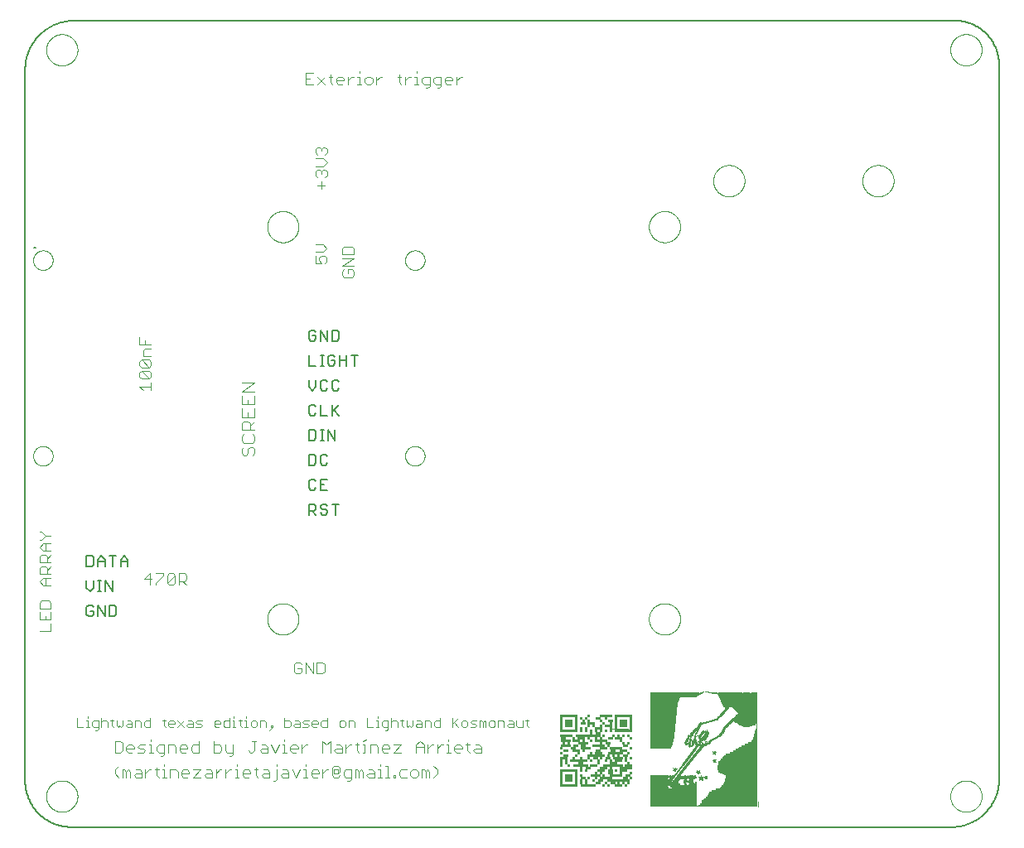
<source format=gto>
G75*
%MOIN*%
%OFA0B0*%
%FSLAX25Y25*%
%IPPOS*%
%LPD*%
%AMOC8*
5,1,8,0,0,1.08239X$1,22.5*
%
%ADD10C,0.00000*%
%ADD11C,0.00400*%
%ADD12R,0.00020X0.32400*%
%ADD13R,0.00020X0.13100*%
%ADD14R,0.00020X0.32220*%
%ADD15R,0.00020X0.12960*%
%ADD16R,0.00020X0.32120*%
%ADD17R,0.00020X0.12880*%
%ADD18R,0.00020X0.32020*%
%ADD19R,0.00020X0.12840*%
%ADD20R,0.00020X0.31940*%
%ADD21R,0.00020X0.12800*%
%ADD22R,0.00020X0.31880*%
%ADD23R,0.00020X0.12760*%
%ADD24R,0.00020X0.31820*%
%ADD25R,0.00020X0.12720*%
%ADD26R,0.00020X0.31780*%
%ADD27R,0.00020X0.12700*%
%ADD28R,0.00020X0.31720*%
%ADD29R,0.00020X0.12680*%
%ADD30R,0.00020X0.31680*%
%ADD31R,0.00020X0.12660*%
%ADD32R,0.00020X0.31640*%
%ADD33R,0.00020X0.12660*%
%ADD34R,0.00020X0.31600*%
%ADD35R,0.00020X0.12640*%
%ADD36R,0.00020X0.31580*%
%ADD37R,0.00020X0.12640*%
%ADD38R,0.00020X0.31560*%
%ADD39R,0.00020X0.31520*%
%ADD40R,0.00020X0.31500*%
%ADD41R,0.00020X0.31460*%
%ADD42R,0.00020X0.31420*%
%ADD43R,0.00020X0.31400*%
%ADD44R,0.00020X0.31360*%
%ADD45R,0.00020X0.31320*%
%ADD46R,0.00020X0.31300*%
%ADD47R,0.00020X0.31260*%
%ADD48R,0.00020X0.31220*%
%ADD49R,0.00020X0.31180*%
%ADD50R,0.00020X0.12680*%
%ADD51R,0.00020X0.31140*%
%ADD52R,0.00020X0.31100*%
%ADD53R,0.00020X0.12700*%
%ADD54R,0.00020X0.31060*%
%ADD55R,0.00020X0.12720*%
%ADD56R,0.00020X0.31020*%
%ADD57R,0.00020X0.12740*%
%ADD58R,0.00020X0.30980*%
%ADD59R,0.00020X0.12740*%
%ADD60R,0.00020X0.30920*%
%ADD61R,0.00020X0.30880*%
%ADD62R,0.00020X0.12780*%
%ADD63R,0.00020X0.30820*%
%ADD64R,0.00020X0.12780*%
%ADD65R,0.00020X0.30780*%
%ADD66R,0.00020X0.12800*%
%ADD67R,0.00020X0.30720*%
%ADD68R,0.00020X0.12820*%
%ADD69R,0.00020X0.30660*%
%ADD70R,0.00020X0.30620*%
%ADD71R,0.00020X0.12860*%
%ADD72R,0.00020X0.30560*%
%ADD73R,0.00020X0.12860*%
%ADD74R,0.00020X0.30480*%
%ADD75R,0.00020X0.30420*%
%ADD76R,0.00020X0.12900*%
%ADD77R,0.00020X0.30360*%
%ADD78R,0.00020X0.12920*%
%ADD79R,0.00020X0.30280*%
%ADD80R,0.00020X0.12940*%
%ADD81R,0.00020X0.30220*%
%ADD82R,0.00020X0.12960*%
%ADD83R,0.00020X0.30140*%
%ADD84R,0.00020X0.12980*%
%ADD85R,0.00020X0.30060*%
%ADD86R,0.00020X0.13000*%
%ADD87R,0.00020X0.29980*%
%ADD88R,0.00020X0.13020*%
%ADD89R,0.00020X0.13040*%
%ADD90R,0.00020X0.29800*%
%ADD91R,0.00020X0.13060*%
%ADD92R,0.00020X0.29700*%
%ADD93R,0.00020X0.13080*%
%ADD94R,0.00020X0.29600*%
%ADD95R,0.00020X0.13120*%
%ADD96R,0.00020X0.29500*%
%ADD97R,0.00020X0.13140*%
%ADD98R,0.00020X0.29380*%
%ADD99R,0.00020X0.13160*%
%ADD100R,0.00020X0.29280*%
%ADD101R,0.00020X0.13180*%
%ADD102R,0.00020X0.29160*%
%ADD103R,0.00020X0.29040*%
%ADD104R,0.00020X0.13180*%
%ADD105R,0.00020X0.28940*%
%ADD106R,0.00020X0.28820*%
%ADD107R,0.00020X0.13200*%
%ADD108R,0.00020X0.28700*%
%ADD109R,0.00020X0.13200*%
%ADD110R,0.00020X0.28600*%
%ADD111R,0.00020X0.28500*%
%ADD112R,0.00020X0.28380*%
%ADD113R,0.00020X0.28300*%
%ADD114R,0.00020X0.13220*%
%ADD115R,0.00020X0.28200*%
%ADD116R,0.00020X0.13220*%
%ADD117R,0.00020X0.28100*%
%ADD118R,0.00020X0.28020*%
%ADD119R,0.00020X0.27940*%
%ADD120R,0.00020X0.27860*%
%ADD121R,0.00020X0.13240*%
%ADD122R,0.00020X0.27780*%
%ADD123R,0.00020X0.13240*%
%ADD124R,0.00020X0.27720*%
%ADD125R,0.00020X0.27640*%
%ADD126R,0.00020X0.27580*%
%ADD127R,0.00020X0.13260*%
%ADD128R,0.00020X0.27520*%
%ADD129R,0.00020X0.13260*%
%ADD130R,0.00020X0.27460*%
%ADD131R,0.00020X0.27400*%
%ADD132R,0.00020X0.27360*%
%ADD133R,0.00020X0.27300*%
%ADD134R,0.00020X0.13280*%
%ADD135R,0.00020X0.27240*%
%ADD136R,0.00020X0.13280*%
%ADD137R,0.00020X0.27200*%
%ADD138R,0.00020X0.27160*%
%ADD139R,0.00020X0.27100*%
%ADD140R,0.00020X0.13300*%
%ADD141R,0.00020X0.27060*%
%ADD142R,0.00020X0.13300*%
%ADD143R,0.00020X0.27020*%
%ADD144R,0.00020X0.26980*%
%ADD145R,0.00020X0.26940*%
%ADD146R,0.00020X0.26900*%
%ADD147R,0.00020X0.13320*%
%ADD148R,0.00020X0.26860*%
%ADD149R,0.00020X0.13320*%
%ADD150R,0.00020X0.26840*%
%ADD151R,0.00020X0.26800*%
%ADD152R,0.00020X0.26760*%
%ADD153R,0.00020X0.13340*%
%ADD154R,0.00020X0.26740*%
%ADD155R,0.00020X0.13340*%
%ADD156R,0.00020X0.26700*%
%ADD157R,0.00020X0.26680*%
%ADD158R,0.00020X0.26640*%
%ADD159R,0.00020X0.13360*%
%ADD160R,0.00020X0.26620*%
%ADD161R,0.00020X0.26580*%
%ADD162R,0.00020X0.13360*%
%ADD163R,0.00020X0.26560*%
%ADD164R,0.00020X0.26540*%
%ADD165R,0.00020X0.13380*%
%ADD166R,0.00020X0.26500*%
%ADD167R,0.00020X0.13380*%
%ADD168R,0.00020X0.26480*%
%ADD169R,0.00020X0.26460*%
%ADD170R,0.00020X0.26440*%
%ADD171R,0.00020X0.13400*%
%ADD172R,0.00020X0.26400*%
%ADD173R,0.00020X0.13400*%
%ADD174R,0.00020X0.26380*%
%ADD175R,0.00020X0.26360*%
%ADD176R,0.00020X0.26340*%
%ADD177R,0.00020X0.13420*%
%ADD178R,0.00020X0.26340*%
%ADD179R,0.00020X0.13420*%
%ADD180R,0.00020X0.26320*%
%ADD181R,0.00020X0.26300*%
%ADD182R,0.00020X0.26280*%
%ADD183R,0.00020X0.13440*%
%ADD184R,0.00020X0.26260*%
%ADD185R,0.00020X0.13440*%
%ADD186R,0.00020X0.26260*%
%ADD187R,0.00020X0.26240*%
%ADD188R,0.00020X0.13460*%
%ADD189R,0.00020X0.26220*%
%ADD190R,0.00020X0.13460*%
%ADD191R,0.00020X0.26200*%
%ADD192R,0.00020X0.26200*%
%ADD193R,0.00020X0.26180*%
%ADD194R,0.00020X0.13480*%
%ADD195R,0.00020X0.26160*%
%ADD196R,0.00020X0.13480*%
%ADD197R,0.00020X0.26160*%
%ADD198R,0.00020X0.26140*%
%ADD199R,0.00020X0.26140*%
%ADD200R,0.00020X0.13500*%
%ADD201R,0.00020X0.26120*%
%ADD202R,0.00020X0.13500*%
%ADD203R,0.00020X0.26100*%
%ADD204R,0.00020X0.26100*%
%ADD205R,0.00020X0.13520*%
%ADD206R,0.00020X0.26080*%
%ADD207R,0.00020X0.26080*%
%ADD208R,0.00020X0.13520*%
%ADD209R,0.00020X0.26060*%
%ADD210R,0.00020X0.26040*%
%ADD211R,0.00020X0.13540*%
%ADD212R,0.00020X0.26040*%
%ADD213R,0.00020X0.13540*%
%ADD214R,0.00020X0.26020*%
%ADD215R,0.00020X0.26020*%
%ADD216R,0.00020X0.26000*%
%ADD217R,0.00020X0.13560*%
%ADD218R,0.00020X0.26000*%
%ADD219R,0.00020X0.13560*%
%ADD220R,0.00020X0.25980*%
%ADD221R,0.00020X0.13580*%
%ADD222R,0.00020X0.25960*%
%ADD223R,0.00020X0.13580*%
%ADD224R,0.00020X0.25960*%
%ADD225R,0.00020X0.25940*%
%ADD226R,0.00020X0.13600*%
%ADD227R,0.00020X0.25920*%
%ADD228R,0.00020X0.13600*%
%ADD229R,0.00020X0.25920*%
%ADD230R,0.00020X0.13620*%
%ADD231R,0.00020X0.25900*%
%ADD232R,0.00020X0.13620*%
%ADD233R,0.00020X0.25900*%
%ADD234R,0.00020X0.25880*%
%ADD235R,0.00020X0.13640*%
%ADD236R,0.00020X0.25880*%
%ADD237R,0.00020X0.13640*%
%ADD238R,0.00020X0.25860*%
%ADD239R,0.00020X0.25860*%
%ADD240R,0.00020X0.13660*%
%ADD241R,0.00020X0.25840*%
%ADD242R,0.00020X0.13660*%
%ADD243R,0.00020X0.25840*%
%ADD244R,0.00020X0.13680*%
%ADD245R,0.00020X0.25820*%
%ADD246R,0.00020X0.13680*%
%ADD247R,0.00020X0.25820*%
%ADD248R,0.00020X0.25800*%
%ADD249R,0.00020X0.13700*%
%ADD250R,0.00020X0.25800*%
%ADD251R,0.00020X0.13700*%
%ADD252R,0.00020X0.25780*%
%ADD253R,0.00020X0.13720*%
%ADD254R,0.00020X0.25760*%
%ADD255R,0.00020X0.13720*%
%ADD256R,0.00020X0.25760*%
%ADD257R,0.00020X0.13740*%
%ADD258R,0.00020X0.25740*%
%ADD259R,0.00020X0.13740*%
%ADD260R,0.00020X0.25740*%
%ADD261R,0.00020X0.13760*%
%ADD262R,0.00020X0.25720*%
%ADD263R,0.00020X0.13760*%
%ADD264R,0.00020X0.25720*%
%ADD265R,0.00020X0.25700*%
%ADD266R,0.00020X0.13780*%
%ADD267R,0.00020X0.25700*%
%ADD268R,0.00020X0.13780*%
%ADD269R,0.00020X0.25680*%
%ADD270R,0.00020X0.13800*%
%ADD271R,0.00020X0.25680*%
%ADD272R,0.00020X0.13800*%
%ADD273R,0.00020X0.25660*%
%ADD274R,0.00020X0.13820*%
%ADD275R,0.00020X0.25660*%
%ADD276R,0.00020X0.13820*%
%ADD277R,0.00020X0.25640*%
%ADD278R,0.00020X0.25640*%
%ADD279R,0.00020X0.13840*%
%ADD280R,0.00020X0.25620*%
%ADD281R,0.00020X0.13840*%
%ADD282R,0.00020X0.25620*%
%ADD283R,0.00020X0.13860*%
%ADD284R,0.00020X0.25600*%
%ADD285R,0.00020X0.13860*%
%ADD286R,0.00020X0.25600*%
%ADD287R,0.00020X0.25580*%
%ADD288R,0.00020X0.13880*%
%ADD289R,0.00020X0.25580*%
%ADD290R,0.00020X0.13880*%
%ADD291R,0.00020X0.25560*%
%ADD292R,0.00020X0.13900*%
%ADD293R,0.00020X0.25560*%
%ADD294R,0.00020X0.13900*%
%ADD295R,0.00020X0.25540*%
%ADD296R,0.00020X0.25540*%
%ADD297R,0.00020X0.25520*%
%ADD298R,0.00020X0.13920*%
%ADD299R,0.00020X0.25520*%
%ADD300R,0.00020X0.13920*%
%ADD301R,0.00020X0.25500*%
%ADD302R,0.00020X0.13940*%
%ADD303R,0.00020X0.25500*%
%ADD304R,0.00020X0.13940*%
%ADD305R,0.00020X0.25480*%
%ADD306R,0.00020X0.25460*%
%ADD307R,0.00020X0.13960*%
%ADD308R,0.00020X0.25460*%
%ADD309R,0.00020X0.13960*%
%ADD310R,0.00020X0.25440*%
%ADD311R,0.00020X0.25440*%
%ADD312R,0.00020X0.13980*%
%ADD313R,0.00020X0.25420*%
%ADD314R,0.00020X0.13980*%
%ADD315R,0.00020X0.25420*%
%ADD316R,0.00020X0.25400*%
%ADD317R,0.00020X0.14000*%
%ADD318R,0.00020X0.25400*%
%ADD319R,0.00020X0.14000*%
%ADD320R,0.00020X0.25380*%
%ADD321R,0.00020X0.25380*%
%ADD322R,0.00020X0.14020*%
%ADD323R,0.00020X0.25360*%
%ADD324R,0.00020X0.14020*%
%ADD325R,0.00020X0.25360*%
%ADD326R,0.00020X0.25340*%
%ADD327R,0.00020X0.25320*%
%ADD328R,0.00020X0.14040*%
%ADD329R,0.00020X0.25320*%
%ADD330R,0.00020X0.25300*%
%ADD331R,0.00020X0.25300*%
%ADD332R,0.00020X0.25280*%
%ADD333R,0.00020X0.25260*%
%ADD334R,0.00020X0.25240*%
%ADD335R,0.00020X0.25240*%
%ADD336R,0.00020X0.25220*%
%ADD337R,0.00020X0.25200*%
%ADD338R,0.00020X0.25200*%
%ADD339R,0.00020X0.25180*%
%ADD340R,0.00020X0.25160*%
%ADD341R,0.00020X0.25160*%
%ADD342R,0.00020X0.25140*%
%ADD343R,0.00020X0.25120*%
%ADD344R,0.00020X0.25120*%
%ADD345R,0.00020X0.25100*%
%ADD346R,0.00020X0.25100*%
%ADD347R,0.00020X0.25080*%
%ADD348R,0.00020X0.25080*%
%ADD349R,0.00020X0.25060*%
%ADD350R,0.00020X0.25060*%
%ADD351R,0.00020X0.25040*%
%ADD352R,0.00020X0.25020*%
%ADD353R,0.00020X0.25020*%
%ADD354R,0.00020X0.25000*%
%ADD355R,0.00020X0.25000*%
%ADD356R,0.00020X0.24980*%
%ADD357R,0.00020X0.24960*%
%ADD358R,0.00020X0.24960*%
%ADD359R,0.00020X0.24940*%
%ADD360R,0.00020X0.24940*%
%ADD361R,0.00020X0.24920*%
%ADD362R,0.00020X0.24900*%
%ADD363R,0.00020X0.24900*%
%ADD364R,0.00020X0.24880*%
%ADD365R,0.00020X0.24880*%
%ADD366R,0.00020X0.24860*%
%ADD367R,0.00020X0.24860*%
%ADD368R,0.00020X0.24840*%
%ADD369R,0.00020X0.24840*%
%ADD370R,0.00020X0.24820*%
%ADD371R,0.00020X0.24800*%
%ADD372R,0.00020X0.24800*%
%ADD373R,0.00020X0.24780*%
%ADD374R,0.00020X0.24780*%
%ADD375R,0.00020X0.24760*%
%ADD376R,0.00020X0.24740*%
%ADD377R,0.00020X0.24740*%
%ADD378R,0.00020X0.24720*%
%ADD379R,0.00020X0.24720*%
%ADD380R,0.00020X0.24700*%
%ADD381R,0.00020X0.24680*%
%ADD382R,0.00020X0.24680*%
%ADD383R,0.00020X0.24660*%
%ADD384R,0.00020X0.24660*%
%ADD385R,0.00020X0.24640*%
%ADD386R,0.00020X0.24640*%
%ADD387R,0.00020X0.24620*%
%ADD388R,0.00020X0.24620*%
%ADD389R,0.00020X0.24600*%
%ADD390R,0.00020X0.24580*%
%ADD391R,0.00020X0.24580*%
%ADD392R,0.00020X0.24560*%
%ADD393R,0.00020X0.24560*%
%ADD394R,0.00020X0.24540*%
%ADD395R,0.00020X0.24520*%
%ADD396R,0.00020X0.24520*%
%ADD397R,0.00020X0.24500*%
%ADD398R,0.00020X0.24500*%
%ADD399R,0.00020X0.24480*%
%ADD400R,0.00020X0.24460*%
%ADD401R,0.00020X0.24460*%
%ADD402R,0.00020X0.24440*%
%ADD403R,0.00020X0.24440*%
%ADD404R,0.00020X0.24420*%
%ADD405R,0.00020X0.24420*%
%ADD406R,0.00020X0.24400*%
%ADD407R,0.00020X0.24400*%
%ADD408R,0.00020X0.24380*%
%ADD409R,0.00020X0.24360*%
%ADD410R,0.00020X0.24360*%
%ADD411R,0.00020X0.24340*%
%ADD412R,0.00020X0.24340*%
%ADD413R,0.00020X0.24320*%
%ADD414R,0.00020X0.24300*%
%ADD415R,0.00020X0.24300*%
%ADD416R,0.00020X0.24280*%
%ADD417R,0.00020X0.24280*%
%ADD418R,0.00020X0.24260*%
%ADD419R,0.00020X0.24240*%
%ADD420R,0.00020X0.24240*%
%ADD421R,0.00020X0.24220*%
%ADD422R,0.00020X0.24220*%
%ADD423R,0.00020X0.24200*%
%ADD424R,0.00020X0.24200*%
%ADD425R,0.00020X0.24180*%
%ADD426R,0.00020X0.24180*%
%ADD427R,0.00020X0.24160*%
%ADD428R,0.00020X0.24140*%
%ADD429R,0.00020X0.24140*%
%ADD430R,0.00020X0.24120*%
%ADD431R,0.00020X0.24120*%
%ADD432R,0.00020X0.24100*%
%ADD433R,0.00020X0.24080*%
%ADD434R,0.00020X0.24080*%
%ADD435R,0.00020X0.24060*%
%ADD436R,0.00020X0.24060*%
%ADD437R,0.00020X0.24040*%
%ADD438R,0.00020X0.24020*%
%ADD439R,0.00020X0.24020*%
%ADD440R,0.00020X0.24000*%
%ADD441R,0.00020X0.24000*%
%ADD442R,0.00020X0.23980*%
%ADD443R,0.00020X0.23980*%
%ADD444R,0.00020X0.23960*%
%ADD445R,0.00020X0.23960*%
%ADD446R,0.00020X0.23940*%
%ADD447R,0.00020X0.23920*%
%ADD448R,0.00020X0.23920*%
%ADD449R,0.00020X0.23900*%
%ADD450R,0.00020X0.23900*%
%ADD451R,0.00020X0.23880*%
%ADD452R,0.00020X0.23860*%
%ADD453R,0.00020X0.23860*%
%ADD454R,0.00020X0.13160*%
%ADD455R,0.00020X0.23840*%
%ADD456R,0.00020X0.23840*%
%ADD457R,0.00020X0.23820*%
%ADD458R,0.00020X0.23800*%
%ADD459R,0.00020X0.13140*%
%ADD460R,0.00020X0.23800*%
%ADD461R,0.00020X0.23780*%
%ADD462R,0.00020X0.23780*%
%ADD463R,0.00020X0.13120*%
%ADD464R,0.00020X0.23760*%
%ADD465R,0.00020X0.23760*%
%ADD466R,0.00020X0.13100*%
%ADD467R,0.00020X0.23740*%
%ADD468R,0.00020X0.23740*%
%ADD469R,0.00020X0.23720*%
%ADD470R,0.00020X0.23700*%
%ADD471R,0.00020X0.23700*%
%ADD472R,0.00020X0.13080*%
%ADD473R,0.00020X0.23680*%
%ADD474R,0.00020X0.23680*%
%ADD475R,0.00020X0.23660*%
%ADD476R,0.00020X0.13040*%
%ADD477R,0.00020X0.23640*%
%ADD478R,0.00020X0.23640*%
%ADD479R,0.00020X0.23620*%
%ADD480R,0.00020X0.12980*%
%ADD481R,0.00020X0.23620*%
%ADD482R,0.00020X0.23600*%
%ADD483R,0.00020X0.12940*%
%ADD484R,0.00020X0.23580*%
%ADD485R,0.00020X0.12920*%
%ADD486R,0.00020X0.23580*%
%ADD487R,0.00020X0.12900*%
%ADD488R,0.00020X0.23560*%
%ADD489R,0.00020X0.23560*%
%ADD490R,0.00020X0.23540*%
%ADD491R,0.00020X0.23540*%
%ADD492R,0.00020X0.12840*%
%ADD493R,0.00020X0.23520*%
%ADD494R,0.00020X0.05920*%
%ADD495R,0.00020X0.06900*%
%ADD496R,0.00020X0.23520*%
%ADD497R,0.00020X0.04340*%
%ADD498R,0.00020X0.08440*%
%ADD499R,0.00020X0.23500*%
%ADD500R,0.00020X0.04300*%
%ADD501R,0.00020X0.01460*%
%ADD502R,0.00020X0.06940*%
%ADD503R,0.00020X0.23480*%
%ADD504R,0.00020X0.04280*%
%ADD505R,0.00020X0.08400*%
%ADD506R,0.00020X0.23480*%
%ADD507R,0.00020X0.04260*%
%ADD508R,0.00020X0.08380*%
%ADD509R,0.00020X0.23460*%
%ADD510R,0.00020X0.04220*%
%ADD511R,0.00020X0.08360*%
%ADD512R,0.00020X0.23460*%
%ADD513R,0.00020X0.04180*%
%ADD514R,0.00020X0.08340*%
%ADD515R,0.00020X0.23440*%
%ADD516R,0.00020X0.04140*%
%ADD517R,0.00020X0.08320*%
%ADD518R,0.00020X0.04120*%
%ADD519R,0.00020X0.08300*%
%ADD520R,0.00020X0.23420*%
%ADD521R,0.00020X0.04080*%
%ADD522R,0.00020X0.08280*%
%ADD523R,0.00020X0.23420*%
%ADD524R,0.00020X0.04040*%
%ADD525R,0.00020X0.08260*%
%ADD526R,0.00020X0.23400*%
%ADD527R,0.00020X0.04000*%
%ADD528R,0.00020X0.08240*%
%ADD529R,0.00020X0.23400*%
%ADD530R,0.00020X0.03960*%
%ADD531R,0.00020X0.08220*%
%ADD532R,0.00020X0.23380*%
%ADD533R,0.00020X0.03940*%
%ADD534R,0.00020X0.08200*%
%ADD535R,0.00020X0.23360*%
%ADD536R,0.00020X0.03920*%
%ADD537R,0.00020X0.08180*%
%ADD538R,0.00020X0.23360*%
%ADD539R,0.00020X0.03880*%
%ADD540R,0.00020X0.08160*%
%ADD541R,0.00020X0.23340*%
%ADD542R,0.00020X0.03840*%
%ADD543R,0.00020X0.08140*%
%ADD544R,0.00020X0.23340*%
%ADD545R,0.00020X0.03820*%
%ADD546R,0.00020X0.08120*%
%ADD547R,0.00020X0.23320*%
%ADD548R,0.00020X0.03780*%
%ADD549R,0.00020X0.08100*%
%ADD550R,0.00020X0.23320*%
%ADD551R,0.00020X0.03740*%
%ADD552R,0.00020X0.08080*%
%ADD553R,0.00020X0.23300*%
%ADD554R,0.00020X0.03700*%
%ADD555R,0.00020X0.08060*%
%ADD556R,0.00020X0.23300*%
%ADD557R,0.00020X0.03680*%
%ADD558R,0.00020X0.08040*%
%ADD559R,0.00020X0.23280*%
%ADD560R,0.00020X0.03640*%
%ADD561R,0.00020X0.08020*%
%ADD562R,0.00020X0.23260*%
%ADD563R,0.00020X0.03600*%
%ADD564R,0.00020X0.08000*%
%ADD565R,0.00020X0.23260*%
%ADD566R,0.00020X0.03560*%
%ADD567R,0.00020X0.07980*%
%ADD568R,0.00020X0.23240*%
%ADD569R,0.00020X0.03540*%
%ADD570R,0.00020X0.07960*%
%ADD571R,0.00020X0.23240*%
%ADD572R,0.00020X0.03520*%
%ADD573R,0.00020X0.07940*%
%ADD574R,0.00020X0.23220*%
%ADD575R,0.00020X0.03480*%
%ADD576R,0.00020X0.07920*%
%ADD577R,0.00020X0.03440*%
%ADD578R,0.00020X0.07900*%
%ADD579R,0.00020X0.23200*%
%ADD580R,0.00020X0.03400*%
%ADD581R,0.00020X0.07880*%
%ADD582R,0.00020X0.23200*%
%ADD583R,0.00020X0.03380*%
%ADD584R,0.00020X0.07860*%
%ADD585R,0.00020X0.23180*%
%ADD586R,0.00020X0.03340*%
%ADD587R,0.00020X0.07840*%
%ADD588R,0.00020X0.23180*%
%ADD589R,0.00020X0.03300*%
%ADD590R,0.00020X0.07820*%
%ADD591R,0.00020X0.23160*%
%ADD592R,0.00020X0.03260*%
%ADD593R,0.00020X0.07800*%
%ADD594R,0.00020X0.23140*%
%ADD595R,0.00020X0.03240*%
%ADD596R,0.00020X0.07780*%
%ADD597R,0.00020X0.23140*%
%ADD598R,0.00020X0.03200*%
%ADD599R,0.00020X0.07760*%
%ADD600R,0.00020X0.23120*%
%ADD601R,0.00020X0.03160*%
%ADD602R,0.00020X0.07740*%
%ADD603R,0.00020X0.23120*%
%ADD604R,0.00020X0.03120*%
%ADD605R,0.00020X0.07720*%
%ADD606R,0.00020X0.23100*%
%ADD607R,0.00020X0.07700*%
%ADD608R,0.00020X0.23100*%
%ADD609R,0.00020X0.03080*%
%ADD610R,0.00020X0.07680*%
%ADD611R,0.00020X0.23080*%
%ADD612R,0.00020X0.03040*%
%ADD613R,0.00020X0.07660*%
%ADD614R,0.00020X0.23080*%
%ADD615R,0.00020X0.03000*%
%ADD616R,0.00020X0.07640*%
%ADD617R,0.00020X0.23060*%
%ADD618R,0.00020X0.02980*%
%ADD619R,0.00020X0.07620*%
%ADD620R,0.00020X0.23040*%
%ADD621R,0.00020X0.02940*%
%ADD622R,0.00020X0.07600*%
%ADD623R,0.00020X0.23040*%
%ADD624R,0.00020X0.02900*%
%ADD625R,0.00020X0.07580*%
%ADD626R,0.00020X0.23020*%
%ADD627R,0.00020X0.02860*%
%ADD628R,0.00020X0.07560*%
%ADD629R,0.00020X0.23020*%
%ADD630R,0.00020X0.02820*%
%ADD631R,0.00020X0.07540*%
%ADD632R,0.00020X0.23000*%
%ADD633R,0.00020X0.02800*%
%ADD634R,0.00020X0.07520*%
%ADD635R,0.00020X0.02760*%
%ADD636R,0.00020X0.07500*%
%ADD637R,0.00020X0.22980*%
%ADD638R,0.00020X0.02720*%
%ADD639R,0.00020X0.07480*%
%ADD640R,0.00020X0.22980*%
%ADD641R,0.00020X0.02700*%
%ADD642R,0.00020X0.07460*%
%ADD643R,0.00020X0.22960*%
%ADD644R,0.00020X0.02680*%
%ADD645R,0.00020X0.07440*%
%ADD646R,0.00020X0.22960*%
%ADD647R,0.00020X0.02640*%
%ADD648R,0.00020X0.07420*%
%ADD649R,0.00020X0.22940*%
%ADD650R,0.00020X0.02600*%
%ADD651R,0.00020X0.07400*%
%ADD652R,0.00020X0.22920*%
%ADD653R,0.00020X0.02560*%
%ADD654R,0.00020X0.07380*%
%ADD655R,0.00020X0.22920*%
%ADD656R,0.00020X0.02540*%
%ADD657R,0.00020X0.07360*%
%ADD658R,0.00020X0.22900*%
%ADD659R,0.00020X0.02500*%
%ADD660R,0.00020X0.07340*%
%ADD661R,0.00020X0.22880*%
%ADD662R,0.00020X0.02460*%
%ADD663R,0.00020X0.07320*%
%ADD664R,0.00020X0.02420*%
%ADD665R,0.00020X0.07300*%
%ADD666R,0.00020X0.22860*%
%ADD667R,0.00020X0.02400*%
%ADD668R,0.00020X0.07280*%
%ADD669R,0.00020X0.22840*%
%ADD670R,0.00020X0.02360*%
%ADD671R,0.00020X0.07260*%
%ADD672R,0.00020X0.22840*%
%ADD673R,0.00020X0.02340*%
%ADD674R,0.00020X0.07240*%
%ADD675R,0.00020X0.22820*%
%ADD676R,0.00020X0.02300*%
%ADD677R,0.00020X0.07220*%
%ADD678R,0.00020X0.22800*%
%ADD679R,0.00020X0.02260*%
%ADD680R,0.00020X0.07200*%
%ADD681R,0.00020X0.22800*%
%ADD682R,0.00020X0.02240*%
%ADD683R,0.00020X0.07180*%
%ADD684R,0.00020X0.22780*%
%ADD685R,0.00020X0.02200*%
%ADD686R,0.00020X0.07160*%
%ADD687R,0.00020X0.22760*%
%ADD688R,0.00020X0.02160*%
%ADD689R,0.00020X0.07140*%
%ADD690R,0.00020X0.22760*%
%ADD691R,0.00020X0.02120*%
%ADD692R,0.00020X0.07120*%
%ADD693R,0.00020X0.22740*%
%ADD694R,0.00020X0.02100*%
%ADD695R,0.00020X0.07100*%
%ADD696R,0.00020X0.22720*%
%ADD697R,0.00020X0.02060*%
%ADD698R,0.00020X0.07080*%
%ADD699R,0.00020X0.22720*%
%ADD700R,0.00020X0.02020*%
%ADD701R,0.00020X0.07060*%
%ADD702R,0.00020X0.22700*%
%ADD703R,0.00020X0.01980*%
%ADD704R,0.00020X0.07040*%
%ADD705R,0.00020X0.22680*%
%ADD706R,0.00020X0.01960*%
%ADD707R,0.00020X0.07020*%
%ADD708R,0.00020X0.22660*%
%ADD709R,0.00020X0.01940*%
%ADD710R,0.00020X0.07000*%
%ADD711R,0.00020X0.22660*%
%ADD712R,0.00020X0.01900*%
%ADD713R,0.00020X0.06980*%
%ADD714R,0.00020X0.22640*%
%ADD715R,0.00020X0.01860*%
%ADD716R,0.00020X0.06960*%
%ADD717R,0.00020X0.22620*%
%ADD718R,0.00020X0.01820*%
%ADD719R,0.00020X0.06940*%
%ADD720R,0.00020X0.22620*%
%ADD721R,0.00020X0.01800*%
%ADD722R,0.00020X0.06920*%
%ADD723R,0.00020X0.22600*%
%ADD724R,0.00020X0.01760*%
%ADD725R,0.00020X0.22580*%
%ADD726R,0.00020X0.01720*%
%ADD727R,0.00020X0.06880*%
%ADD728R,0.00020X0.22580*%
%ADD729R,0.00020X0.01680*%
%ADD730R,0.00020X0.06860*%
%ADD731R,0.00020X0.22560*%
%ADD732R,0.00020X0.01660*%
%ADD733R,0.00020X0.06840*%
%ADD734R,0.00020X0.22540*%
%ADD735R,0.00020X0.01620*%
%ADD736R,0.00020X0.06820*%
%ADD737R,0.00020X0.22520*%
%ADD738R,0.00020X0.01580*%
%ADD739R,0.00020X0.06800*%
%ADD740R,0.00020X0.22520*%
%ADD741R,0.00020X0.01540*%
%ADD742R,0.00020X0.06780*%
%ADD743R,0.00020X0.22500*%
%ADD744R,0.00020X0.01540*%
%ADD745R,0.00020X0.06760*%
%ADD746R,0.00020X0.22480*%
%ADD747R,0.00020X0.01500*%
%ADD748R,0.00020X0.06740*%
%ADD749R,0.00020X0.22480*%
%ADD750R,0.00020X0.06720*%
%ADD751R,0.00020X0.22460*%
%ADD752R,0.00020X0.01420*%
%ADD753R,0.00020X0.06700*%
%ADD754R,0.00020X0.22440*%
%ADD755R,0.00020X0.01380*%
%ADD756R,0.00020X0.06680*%
%ADD757R,0.00020X0.22420*%
%ADD758R,0.00020X0.01360*%
%ADD759R,0.00020X0.06660*%
%ADD760R,0.00020X0.22420*%
%ADD761R,0.00020X0.01320*%
%ADD762R,0.00020X0.06640*%
%ADD763R,0.00020X0.22400*%
%ADD764R,0.00020X0.01280*%
%ADD765R,0.00020X0.06620*%
%ADD766R,0.00020X0.22380*%
%ADD767R,0.00020X0.01260*%
%ADD768R,0.00020X0.06600*%
%ADD769R,0.00020X0.22380*%
%ADD770R,0.00020X0.01220*%
%ADD771R,0.00020X0.06580*%
%ADD772R,0.00020X0.22360*%
%ADD773R,0.00020X0.01180*%
%ADD774R,0.00020X0.06560*%
%ADD775R,0.00020X0.22340*%
%ADD776R,0.00020X0.01180*%
%ADD777R,0.00020X0.06540*%
%ADD778R,0.00020X0.22340*%
%ADD779R,0.00020X0.01140*%
%ADD780R,0.00020X0.06520*%
%ADD781R,0.00020X0.22320*%
%ADD782R,0.00020X0.01120*%
%ADD783R,0.00020X0.06500*%
%ADD784R,0.00020X0.22300*%
%ADD785R,0.00020X0.01100*%
%ADD786R,0.00020X0.06480*%
%ADD787R,0.00020X0.22300*%
%ADD788R,0.00020X0.01100*%
%ADD789R,0.00020X0.06460*%
%ADD790R,0.00020X0.22280*%
%ADD791R,0.00020X0.06440*%
%ADD792R,0.00020X0.22260*%
%ADD793R,0.00020X0.06420*%
%ADD794R,0.00020X0.06400*%
%ADD795R,0.00020X0.22240*%
%ADD796R,0.00020X0.06380*%
%ADD797R,0.00020X0.22220*%
%ADD798R,0.00020X0.06360*%
%ADD799R,0.00020X0.22220*%
%ADD800R,0.00020X0.06340*%
%ADD801R,0.00020X0.22200*%
%ADD802R,0.00020X0.06320*%
%ADD803R,0.00020X0.22180*%
%ADD804R,0.00020X0.01120*%
%ADD805R,0.00020X0.06300*%
%ADD806R,0.00020X0.22180*%
%ADD807R,0.00020X0.01120*%
%ADD808R,0.00020X0.06280*%
%ADD809R,0.00020X0.22160*%
%ADD810R,0.00020X0.06260*%
%ADD811R,0.00020X0.22160*%
%ADD812R,0.00020X0.06240*%
%ADD813R,0.00020X0.22140*%
%ADD814R,0.00020X0.06220*%
%ADD815R,0.00020X0.06200*%
%ADD816R,0.00020X0.22120*%
%ADD817R,0.00020X0.06180*%
%ADD818R,0.00020X0.22120*%
%ADD819R,0.00020X0.06160*%
%ADD820R,0.00020X0.22100*%
%ADD821R,0.00020X0.06140*%
%ADD822R,0.00020X0.22100*%
%ADD823R,0.00020X0.06120*%
%ADD824R,0.00020X0.22080*%
%ADD825R,0.00020X0.06100*%
%ADD826R,0.00020X0.22080*%
%ADD827R,0.00020X0.06100*%
%ADD828R,0.00020X0.22060*%
%ADD829R,0.00020X0.06080*%
%ADD830R,0.00020X0.22060*%
%ADD831R,0.00020X0.01120*%
%ADD832R,0.00020X0.06060*%
%ADD833R,0.00020X0.22040*%
%ADD834R,0.00020X0.06040*%
%ADD835R,0.00020X0.06020*%
%ADD836R,0.00020X0.22020*%
%ADD837R,0.00020X0.06000*%
%ADD838R,0.00020X0.22020*%
%ADD839R,0.00020X0.05980*%
%ADD840R,0.00020X0.05960*%
%ADD841R,0.00020X0.22000*%
%ADD842R,0.00020X0.05940*%
%ADD843R,0.00020X0.21980*%
%ADD844R,0.00020X0.01080*%
%ADD845R,0.00020X0.05900*%
%ADD846R,0.00020X0.21980*%
%ADD847R,0.00020X0.01080*%
%ADD848R,0.00020X0.05880*%
%ADD849R,0.00020X0.21960*%
%ADD850R,0.00020X0.05860*%
%ADD851R,0.00020X0.21960*%
%ADD852R,0.00020X0.05840*%
%ADD853R,0.00020X0.21940*%
%ADD854R,0.00020X0.05820*%
%ADD855R,0.00020X0.21940*%
%ADD856R,0.00020X0.05800*%
%ADD857R,0.00020X0.21920*%
%ADD858R,0.00020X0.05780*%
%ADD859R,0.00020X0.21920*%
%ADD860R,0.00020X0.05760*%
%ADD861R,0.00020X0.05740*%
%ADD862R,0.00020X0.21900*%
%ADD863R,0.00020X0.05720*%
%ADD864R,0.00020X0.21900*%
%ADD865R,0.00020X0.05700*%
%ADD866R,0.00020X0.21880*%
%ADD867R,0.00020X0.05680*%
%ADD868R,0.00020X0.21880*%
%ADD869R,0.00020X0.05660*%
%ADD870R,0.00020X0.21860*%
%ADD871R,0.00020X0.05640*%
%ADD872R,0.00020X0.05620*%
%ADD873R,0.00020X0.21860*%
%ADD874R,0.00020X0.05600*%
%ADD875R,0.00020X0.21840*%
%ADD876R,0.00020X0.05580*%
%ADD877R,0.00020X0.21840*%
%ADD878R,0.00020X0.05560*%
%ADD879R,0.00020X0.21820*%
%ADD880R,0.00020X0.05540*%
%ADD881R,0.00020X0.05520*%
%ADD882R,0.00020X0.21800*%
%ADD883R,0.00020X0.01060*%
%ADD884R,0.00020X0.05500*%
%ADD885R,0.00020X0.21800*%
%ADD886R,0.00020X0.01060*%
%ADD887R,0.00020X0.05480*%
%ADD888R,0.00020X0.05460*%
%ADD889R,0.00020X0.21780*%
%ADD890R,0.00020X0.05440*%
%ADD891R,0.00020X0.05420*%
%ADD892R,0.00020X0.21760*%
%ADD893R,0.00020X0.05400*%
%ADD894R,0.00020X0.21760*%
%ADD895R,0.00020X0.05380*%
%ADD896R,0.00020X0.21740*%
%ADD897R,0.00020X0.21740*%
%ADD898R,0.00020X0.21720*%
%ADD899R,0.00020X0.21720*%
%ADD900R,0.00020X0.01040*%
%ADD901R,0.00020X0.21700*%
%ADD902R,0.00020X0.01040*%
%ADD903R,0.00020X0.21700*%
%ADD904R,0.00020X0.21680*%
%ADD905R,0.00020X0.01040*%
%ADD906R,0.00020X0.05580*%
%ADD907R,0.00020X0.21680*%
%ADD908R,0.00020X0.01020*%
%ADD909R,0.00020X0.05600*%
%ADD910R,0.00020X0.21660*%
%ADD911R,0.00020X0.01020*%
%ADD912R,0.00020X0.05620*%
%ADD913R,0.00020X0.21660*%
%ADD914R,0.00020X0.01040*%
%ADD915R,0.00020X0.21640*%
%ADD916R,0.00020X0.05660*%
%ADD917R,0.00020X0.21640*%
%ADD918R,0.00020X0.05680*%
%ADD919R,0.00020X0.01020*%
%ADD920R,0.00020X0.05700*%
%ADD921R,0.00020X0.21620*%
%ADD922R,0.00020X0.01020*%
%ADD923R,0.00020X0.05720*%
%ADD924R,0.00020X0.21620*%
%ADD925R,0.00020X0.21600*%
%ADD926R,0.00020X0.05760*%
%ADD927R,0.00020X0.21600*%
%ADD928R,0.00020X0.01000*%
%ADD929R,0.00020X0.05780*%
%ADD930R,0.00020X0.21580*%
%ADD931R,0.00020X0.01000*%
%ADD932R,0.00020X0.05800*%
%ADD933R,0.00020X0.21580*%
%ADD934R,0.00020X0.05840*%
%ADD935R,0.00020X0.00980*%
%ADD936R,0.00020X0.05860*%
%ADD937R,0.00020X0.21560*%
%ADD938R,0.00020X0.21560*%
%ADD939R,0.00020X0.21540*%
%ADD940R,0.00020X0.21540*%
%ADD941R,0.00020X0.05940*%
%ADD942R,0.00020X0.05960*%
%ADD943R,0.00020X0.21520*%
%ADD944R,0.00020X0.21520*%
%ADD945R,0.00020X0.21500*%
%ADD946R,0.00020X0.21500*%
%ADD947R,0.00020X0.06040*%
%ADD948R,0.00020X0.21480*%
%ADD949R,0.00020X0.21480*%
%ADD950R,0.00020X0.06120*%
%ADD951R,0.00020X0.21460*%
%ADD952R,0.00020X0.06140*%
%ADD953R,0.00020X0.21460*%
%ADD954R,0.00020X0.06160*%
%ADD955R,0.00020X0.21440*%
%ADD956R,0.00020X0.06180*%
%ADD957R,0.00020X0.21440*%
%ADD958R,0.00020X0.06220*%
%ADD959R,0.00020X0.21420*%
%ADD960R,0.00020X0.06240*%
%ADD961R,0.00020X0.21420*%
%ADD962R,0.00020X0.06260*%
%ADD963R,0.00020X0.21400*%
%ADD964R,0.00020X0.06280*%
%ADD965R,0.00020X0.21380*%
%ADD966R,0.00020X0.21380*%
%ADD967R,0.00020X0.21360*%
%ADD968R,0.00020X0.21340*%
%ADD969R,0.00020X0.21340*%
%ADD970R,0.00020X0.21320*%
%ADD971R,0.00020X0.21320*%
%ADD972R,0.00020X0.21300*%
%ADD973R,0.00020X0.21300*%
%ADD974R,0.00020X0.21280*%
%ADD975R,0.00020X0.06600*%
%ADD976R,0.00020X0.21280*%
%ADD977R,0.00020X0.21260*%
%ADD978R,0.00020X0.06640*%
%ADD979R,0.00020X0.21260*%
%ADD980R,0.00020X0.06660*%
%ADD981R,0.00020X0.21240*%
%ADD982R,0.00020X0.06680*%
%ADD983R,0.00020X0.21240*%
%ADD984R,0.00020X0.06700*%
%ADD985R,0.00020X0.21220*%
%ADD986R,0.00020X0.06740*%
%ADD987R,0.00020X0.21220*%
%ADD988R,0.00020X0.06760*%
%ADD989R,0.00020X0.21200*%
%ADD990R,0.00020X0.06780*%
%ADD991R,0.00020X0.21200*%
%ADD992R,0.00020X0.06800*%
%ADD993R,0.00020X0.21180*%
%ADD994R,0.00020X0.21160*%
%ADD995R,0.00020X0.21160*%
%ADD996R,0.00020X0.21140*%
%ADD997R,0.00020X0.06920*%
%ADD998R,0.00020X0.21140*%
%ADD999R,0.00020X0.21120*%
%ADD1000R,0.00020X0.21120*%
%ADD1001R,0.00020X0.21100*%
%ADD1002R,0.00020X0.07020*%
%ADD1003R,0.00020X0.21100*%
%ADD1004R,0.00020X0.07040*%
%ADD1005R,0.00020X0.21080*%
%ADD1006R,0.00020X0.21080*%
%ADD1007R,0.00020X0.21060*%
%ADD1008R,0.00020X0.21060*%
%ADD1009R,0.00020X0.21040*%
%ADD1010R,0.00020X0.07180*%
%ADD1011R,0.00020X0.21020*%
%ADD1012R,0.00020X0.07200*%
%ADD1013R,0.00020X0.21020*%
%ADD1014R,0.00020X0.12060*%
%ADD1015R,0.00020X0.08580*%
%ADD1016R,0.00020X0.11940*%
%ADD1017R,0.00020X0.08560*%
%ADD1018R,0.00020X0.11840*%
%ADD1019R,0.00020X0.08520*%
%ADD1020R,0.00020X0.07280*%
%ADD1021R,0.00020X0.11760*%
%ADD1022R,0.00020X0.08500*%
%ADD1023R,0.00020X0.07300*%
%ADD1024R,0.00020X0.11680*%
%ADD1025R,0.00020X0.08480*%
%ADD1026R,0.00020X0.11600*%
%ADD1027R,0.00020X0.08460*%
%ADD1028R,0.00020X0.11540*%
%ADD1029R,0.00020X0.08420*%
%ADD1030R,0.00020X0.07380*%
%ADD1031R,0.00020X0.11480*%
%ADD1032R,0.00020X0.11420*%
%ADD1033R,0.00020X0.00960*%
%ADD1034R,0.00020X0.01140*%
%ADD1035R,0.00020X0.11380*%
%ADD1036R,0.00020X0.00960*%
%ADD1037R,0.00020X0.01140*%
%ADD1038R,0.00020X0.11320*%
%ADD1039R,0.00020X0.08320*%
%ADD1040R,0.00020X0.11280*%
%ADD1041R,0.00020X0.11220*%
%ADD1042R,0.00020X0.08280*%
%ADD1043R,0.00020X0.11180*%
%ADD1044R,0.00020X0.08260*%
%ADD1045R,0.00020X0.00980*%
%ADD1046R,0.00020X0.11140*%
%ADD1047R,0.00020X0.11080*%
%ADD1048R,0.00020X0.08200*%
%ADD1049R,0.00020X0.11040*%
%ADD1050R,0.00020X0.08180*%
%ADD1051R,0.00020X0.11000*%
%ADD1052R,0.00020X0.10960*%
%ADD1053R,0.00020X0.08120*%
%ADD1054R,0.00020X0.10920*%
%ADD1055R,0.00020X0.08080*%
%ADD1056R,0.00020X0.10880*%
%ADD1057R,0.00020X0.06080*%
%ADD1058R,0.00020X0.10820*%
%ADD1059R,0.00020X0.08040*%
%ADD1060R,0.00020X0.06060*%
%ADD1061R,0.00020X0.10780*%
%ADD1062R,0.00020X0.10740*%
%ADD1063R,0.00020X0.10680*%
%ADD1064R,0.00020X0.07980*%
%ADD1065R,0.00020X0.10640*%
%ADD1066R,0.00020X0.07940*%
%ADD1067R,0.00020X0.06020*%
%ADD1068R,0.00020X0.10600*%
%ADD1069R,0.00020X0.07920*%
%ADD1070R,0.00020X0.06000*%
%ADD1071R,0.00020X0.10540*%
%ADD1072R,0.00020X0.07880*%
%ADD1073R,0.00020X0.10500*%
%ADD1074R,0.00020X0.07860*%
%ADD1075R,0.00020X0.01160*%
%ADD1076R,0.00020X0.05980*%
%ADD1077R,0.00020X0.10460*%
%ADD1078R,0.00020X0.07840*%
%ADD1079R,0.00020X0.10400*%
%ADD1080R,0.00020X0.07800*%
%ADD1081R,0.00020X0.01200*%
%ADD1082R,0.00020X0.10360*%
%ADD1083R,0.00020X0.07780*%
%ADD1084R,0.00020X0.01240*%
%ADD1085R,0.00020X0.10320*%
%ADD1086R,0.00020X0.10260*%
%ADD1087R,0.00020X0.07720*%
%ADD1088R,0.00020X0.01300*%
%ADD1089R,0.00020X0.05920*%
%ADD1090R,0.00020X0.10220*%
%ADD1091R,0.00020X0.01320*%
%ADD1092R,0.00020X0.05900*%
%ADD1093R,0.00020X0.10180*%
%ADD1094R,0.00020X0.07660*%
%ADD1095R,0.00020X0.01340*%
%ADD1096R,0.00020X0.05880*%
%ADD1097R,0.00020X0.10140*%
%ADD1098R,0.00020X0.01380*%
%ADD1099R,0.00020X0.10080*%
%ADD1100R,0.00020X0.07620*%
%ADD1101R,0.00020X0.01400*%
%ADD1102R,0.00020X0.10040*%
%ADD1103R,0.00020X0.01440*%
%ADD1104R,0.00020X0.10000*%
%ADD1105R,0.00020X0.01480*%
%ADD1106R,0.00020X0.09940*%
%ADD1107R,0.00020X0.07540*%
%ADD1108R,0.00020X0.01520*%
%ADD1109R,0.00020X0.09900*%
%ADD1110R,0.00020X0.01560*%
%ADD1111R,0.00020X0.09860*%
%ADD1112R,0.00020X0.07480*%
%ADD1113R,0.00020X0.01600*%
%ADD1114R,0.00020X0.09820*%
%ADD1115R,0.00020X0.07440*%
%ADD1116R,0.00020X0.09760*%
%ADD1117R,0.00020X0.07440*%
%ADD1118R,0.00020X0.01700*%
%ADD1119R,0.00020X0.09720*%
%ADD1120R,0.00020X0.07400*%
%ADD1121R,0.00020X0.01740*%
%ADD1122R,0.00020X0.09680*%
%ADD1123R,0.00020X0.09640*%
%ADD1124R,0.00020X0.07340*%
%ADD1125R,0.00020X0.09600*%
%ADD1126R,0.00020X0.07320*%
%ADD1127R,0.00020X0.01840*%
%ADD1128R,0.00020X0.05740*%
%ADD1129R,0.00020X0.09560*%
%ADD1130R,0.00020X0.09520*%
%ADD1131R,0.00020X0.01880*%
%ADD1132R,0.00020X0.09480*%
%ADD1133R,0.00020X0.07240*%
%ADD1134R,0.00020X0.01900*%
%ADD1135R,0.00020X0.09420*%
%ADD1136R,0.00020X0.07220*%
%ADD1137R,0.00020X0.01880*%
%ADD1138R,0.00020X0.09380*%
%ADD1139R,0.00020X0.07220*%
%ADD1140R,0.00020X0.09340*%
%ADD1141R,0.00020X0.09300*%
%ADD1142R,0.00020X0.07160*%
%ADD1143R,0.00020X0.09260*%
%ADD1144R,0.00020X0.07140*%
%ADD1145R,0.00020X0.09220*%
%ADD1146R,0.00020X0.09180*%
%ADD1147R,0.00020X0.01840*%
%ADD1148R,0.00020X0.09160*%
%ADD1149R,0.00020X0.07040*%
%ADD1150R,0.00020X0.01840*%
%ADD1151R,0.00020X0.09120*%
%ADD1152R,0.00020X0.07000*%
%ADD1153R,0.00020X0.01820*%
%ADD1154R,0.00020X0.09080*%
%ADD1155R,0.00020X0.01820*%
%ADD1156R,0.00020X0.05460*%
%ADD1157R,0.00020X0.09040*%
%ADD1158R,0.00020X0.06940*%
%ADD1159R,0.00020X0.09000*%
%ADD1160R,0.00020X0.06900*%
%ADD1161R,0.00020X0.01800*%
%ADD1162R,0.00020X0.05380*%
%ADD1163R,0.00020X0.08960*%
%ADD1164R,0.00020X0.06880*%
%ADD1165R,0.00020X0.01780*%
%ADD1166R,0.00020X0.05340*%
%ADD1167R,0.00020X0.08920*%
%ADD1168R,0.00020X0.06840*%
%ADD1169R,0.00020X0.01780*%
%ADD1170R,0.00020X0.05300*%
%ADD1171R,0.00020X0.08900*%
%ADD1172R,0.00020X0.05260*%
%ADD1173R,0.00020X0.08860*%
%ADD1174R,0.00020X0.05220*%
%ADD1175R,0.00020X0.08820*%
%ADD1176R,0.00020X0.05180*%
%ADD1177R,0.00020X0.08780*%
%ADD1178R,0.00020X0.01740*%
%ADD1179R,0.00020X0.05140*%
%ADD1180R,0.00020X0.08760*%
%ADD1181R,0.00020X0.05120*%
%ADD1182R,0.00020X0.08720*%
%ADD1183R,0.00020X0.01720*%
%ADD1184R,0.00020X0.05080*%
%ADD1185R,0.00020X0.08680*%
%ADD1186R,0.00020X0.05040*%
%ADD1187R,0.00020X0.08660*%
%ADD1188R,0.00020X0.05000*%
%ADD1189R,0.00020X0.08620*%
%ADD1190R,0.00020X0.06540*%
%ADD1191R,0.00020X0.01660*%
%ADD1192R,0.00020X0.04960*%
%ADD1193R,0.00020X0.08600*%
%ADD1194R,0.00020X0.06500*%
%ADD1195R,0.00020X0.01640*%
%ADD1196R,0.00020X0.04920*%
%ADD1197R,0.00020X0.06480*%
%ADD1198R,0.00020X0.01640*%
%ADD1199R,0.00020X0.04880*%
%ADD1200R,0.00020X0.08540*%
%ADD1201R,0.00020X0.06440*%
%ADD1202R,0.00020X0.04840*%
%ADD1203R,0.00020X0.06420*%
%ADD1204R,0.00020X0.01580*%
%ADD1205R,0.00020X0.04800*%
%ADD1206R,0.00020X0.06380*%
%ADD1207R,0.00020X0.04760*%
%ADD1208R,0.00020X0.08440*%
%ADD1209R,0.00020X0.06360*%
%ADD1210R,0.00020X0.01560*%
%ADD1211R,0.00020X0.04720*%
%ADD1212R,0.00020X0.08420*%
%ADD1213R,0.00020X0.04680*%
%ADD1214R,0.00020X0.08380*%
%ADD1215R,0.00020X0.01540*%
%ADD1216R,0.00020X0.04640*%
%ADD1217R,0.00020X0.08360*%
%ADD1218R,0.00020X0.01520*%
%ADD1219R,0.00020X0.04600*%
%ADD1220R,0.00020X0.06240*%
%ADD1221R,0.00020X0.01500*%
%ADD1222R,0.00020X0.04560*%
%ADD1223R,0.00020X0.08300*%
%ADD1224R,0.00020X0.06200*%
%ADD1225R,0.00020X0.01480*%
%ADD1226R,0.00020X0.04520*%
%ADD1227R,0.00020X0.04480*%
%ADD1228R,0.00020X0.08240*%
%ADD1229R,0.00020X0.06140*%
%ADD1230R,0.00020X0.01440*%
%ADD1231R,0.00020X0.04440*%
%ADD1232R,0.00020X0.08220*%
%ADD1233R,0.00020X0.06120*%
%ADD1234R,0.00020X0.01420*%
%ADD1235R,0.00020X0.04380*%
%ADD1236R,0.00020X0.04340*%
%ADD1237R,0.00020X0.08160*%
%ADD1238R,0.00020X0.01400*%
%ADD1239R,0.00020X0.04300*%
%ADD1240R,0.00020X0.08140*%
%ADD1241R,0.00020X0.06040*%
%ADD1242R,0.00020X0.04240*%
%ADD1243R,0.00020X0.04180*%
%ADD1244R,0.00020X0.08100*%
%ADD1245R,0.00020X0.04140*%
%ADD1246R,0.00020X0.04080*%
%ADD1247R,0.00020X0.08040*%
%ADD1248R,0.00020X0.05920*%
%ADD1249R,0.00020X0.01320*%
%ADD1250R,0.00020X0.04020*%
%ADD1251R,0.00020X0.01300*%
%ADD1252R,0.00020X0.03980*%
%ADD1253R,0.00020X0.03920*%
%ADD1254R,0.00020X0.05840*%
%ADD1255R,0.00020X0.01280*%
%ADD1256R,0.00020X0.03860*%
%ADD1257R,0.00020X0.01240*%
%ADD1258R,0.00020X0.03760*%
%ADD1259R,0.00020X0.01220*%
%ADD1260R,0.00020X0.05740*%
%ADD1261R,0.00020X0.03660*%
%ADD1262R,0.00020X0.03600*%
%ADD1263R,0.00020X0.01200*%
%ADD1264R,0.00020X0.03560*%
%ADD1265R,0.00020X0.07840*%
%ADD1266R,0.00020X0.05640*%
%ADD1267R,0.00020X0.03500*%
%ADD1268R,0.00020X0.05620*%
%ADD1269R,0.00020X0.01160*%
%ADD1270R,0.00020X0.03460*%
%ADD1271R,0.00020X0.03400*%
%ADD1272R,0.00020X0.03360*%
%ADD1273R,0.00020X0.05560*%
%ADD1274R,0.00020X0.03320*%
%ADD1275R,0.00020X0.07740*%
%ADD1276R,0.00020X0.05540*%
%ADD1277R,0.00020X0.03260*%
%ADD1278R,0.00020X0.05500*%
%ADD1279R,0.00020X0.03220*%
%ADD1280R,0.00020X0.03160*%
%ADD1281R,0.00020X0.07700*%
%ADD1282R,0.00020X0.03120*%
%ADD1283R,0.00020X0.07680*%
%ADD1284R,0.00020X0.03060*%
%ADD1285R,0.00020X0.05420*%
%ADD1286R,0.00020X0.03020*%
%ADD1287R,0.00020X0.07640*%
%ADD1288R,0.00020X0.05360*%
%ADD1289R,0.00020X0.02920*%
%ADD1290R,0.00020X0.07620*%
%ADD1291R,0.00020X0.05340*%
%ADD1292R,0.00020X0.02880*%
%ADD1293R,0.00020X0.05320*%
%ADD1294R,0.00020X0.02840*%
%ADD1295R,0.00020X0.07600*%
%ADD1296R,0.00020X0.05280*%
%ADD1297R,0.00020X0.02780*%
%ADD1298R,0.00020X0.07580*%
%ADD1299R,0.00020X0.05280*%
%ADD1300R,0.00020X0.02740*%
%ADD1301R,0.00020X0.07560*%
%ADD1302R,0.00020X0.05220*%
%ADD1303R,0.00020X0.02640*%
%ADD1304R,0.00020X0.05200*%
%ADD1305R,0.00020X0.07540*%
%ADD1306R,0.00020X0.05140*%
%ADD1307R,0.00020X0.02520*%
%ADD1308R,0.00020X0.07520*%
%ADD1309R,0.00020X0.05120*%
%ADD1310R,0.00020X0.02420*%
%ADD1311R,0.00020X0.02380*%
%ADD1312R,0.00020X0.07500*%
%ADD1313R,0.00020X0.05060*%
%ADD1314R,0.00020X0.02320*%
%ADD1315R,0.00020X0.05040*%
%ADD1316R,0.00020X0.02280*%
%ADD1317R,0.00020X0.05020*%
%ADD1318R,0.00020X0.02240*%
%ADD1319R,0.00020X0.04980*%
%ADD1320R,0.00020X0.02200*%
%ADD1321R,0.00020X0.04980*%
%ADD1322R,0.00020X0.02140*%
%ADD1323R,0.00020X0.07460*%
%ADD1324R,0.00020X0.04940*%
%ADD1325R,0.00020X0.02100*%
%ADD1326R,0.00020X0.04900*%
%ADD1327R,0.00020X0.02060*%
%ADD1328R,0.00020X0.02020*%
%ADD1329R,0.00020X0.04860*%
%ADD1330R,0.00020X0.01960*%
%ADD1331R,0.00020X0.04820*%
%ADD1332R,0.00020X0.01920*%
%ADD1333R,0.00020X0.04820*%
%ADD1334R,0.00020X0.00940*%
%ADD1335R,0.00020X0.04780*%
%ADD1336R,0.00020X0.00940*%
%ADD1337R,0.00020X0.01840*%
%ADD1338R,0.00020X0.07420*%
%ADD1339R,0.00020X0.04720*%
%ADD1340R,0.00020X0.00940*%
%ADD1341R,0.00020X0.01740*%
%ADD1342R,0.00020X0.04700*%
%ADD1343R,0.00020X0.04660*%
%ADD1344R,0.00020X0.04620*%
%ADD1345R,0.00020X0.04600*%
%ADD1346R,0.00020X0.00920*%
%ADD1347R,0.00020X0.04560*%
%ADD1348R,0.00020X0.00920*%
%ADD1349R,0.00020X0.04540*%
%ADD1350R,0.00020X0.00920*%
%ADD1351R,0.00020X0.07360*%
%ADD1352R,0.00020X0.04500*%
%ADD1353R,0.00020X0.04460*%
%ADD1354R,0.00020X0.07340*%
%ADD1355R,0.00020X0.04440*%
%ADD1356R,0.00020X0.01340*%
%ADD1357R,0.00020X0.07340*%
%ADD1358R,0.00020X0.00920*%
%ADD1359R,0.00020X0.04360*%
%ADD1360R,0.00020X0.01240*%
%ADD1361R,0.00020X0.00900*%
%ADD1362R,0.00020X0.04100*%
%ADD1363R,0.00020X0.03900*%
%ADD1364R,0.00020X0.00900*%
%ADD1365R,0.00020X0.03720*%
%ADD1366R,0.00020X0.03540*%
%ADD1367R,0.00020X0.00880*%
%ADD1368R,0.00020X0.00880*%
%ADD1369R,0.00020X0.03180*%
%ADD1370R,0.00020X0.03020*%
%ADD1371R,0.00020X0.00940*%
%ADD1372R,0.00020X0.07260*%
%ADD1373R,0.00020X0.02840*%
%ADD1374R,0.00020X0.00860*%
%ADD1375R,0.00020X0.02660*%
%ADD1376R,0.00020X0.00860*%
%ADD1377R,0.00020X0.02480*%
%ADD1378R,0.00020X0.00840*%
%ADD1379R,0.00020X0.00840*%
%ADD1380R,0.00020X0.02080*%
%ADD1381R,0.00020X0.07220*%
%ADD1382R,0.00020X0.01860*%
%ADD1383R,0.00020X0.00820*%
%ADD1384R,0.00020X0.00820*%
%ADD1385R,0.00020X0.00800*%
%ADD1386R,0.00020X0.00320*%
%ADD1387R,0.00020X0.00800*%
%ADD1388R,0.00020X0.00780*%
%ADD1389R,0.00020X0.00840*%
%ADD1390R,0.00020X0.00780*%
%ADD1391R,0.00020X0.00760*%
%ADD1392R,0.00020X0.00760*%
%ADD1393R,0.00020X0.00740*%
%ADD1394R,0.00020X0.00820*%
%ADD1395R,0.00020X0.07140*%
%ADD1396R,0.00020X0.07120*%
%ADD1397R,0.00020X0.07100*%
%ADD1398R,0.00020X0.00740*%
%ADD1399R,0.00020X0.00740*%
%ADD1400R,0.00020X0.07080*%
%ADD1401R,0.00020X0.00740*%
%ADD1402R,0.00020X0.07060*%
%ADD1403R,0.00020X0.00720*%
%ADD1404R,0.00020X0.07040*%
%ADD1405R,0.00020X0.00720*%
%ADD1406R,0.00020X0.00700*%
%ADD1407R,0.00020X0.00700*%
%ADD1408R,0.00020X0.00680*%
%ADD1409R,0.00020X0.00680*%
%ADD1410R,0.00020X0.00660*%
%ADD1411R,0.00020X0.00660*%
%ADD1412R,0.00020X0.06980*%
%ADD1413R,0.00020X0.00020*%
%ADD1414R,0.00020X0.00640*%
%ADD1415R,0.00020X0.00040*%
%ADD1416R,0.00020X0.00640*%
%ADD1417R,0.00020X0.00080*%
%ADD1418R,0.00020X0.00620*%
%ADD1419R,0.00020X0.06960*%
%ADD1420R,0.00020X0.00080*%
%ADD1421R,0.00020X0.00620*%
%ADD1422R,0.00020X0.00100*%
%ADD1423R,0.00020X0.00140*%
%ADD1424R,0.00020X0.00600*%
%ADD1425R,0.00020X0.06940*%
%ADD1426R,0.00020X0.00140*%
%ADD1427R,0.00020X0.00600*%
%ADD1428R,0.00020X0.00160*%
%ADD1429R,0.00020X0.00180*%
%ADD1430R,0.00020X0.00580*%
%ADD1431R,0.00020X0.00040*%
%ADD1432R,0.00020X0.00200*%
%ADD1433R,0.00020X0.00580*%
%ADD1434R,0.00020X0.00060*%
%ADD1435R,0.00020X0.00220*%
%ADD1436R,0.00020X0.00560*%
%ADD1437R,0.00020X0.00060*%
%ADD1438R,0.00020X0.00120*%
%ADD1439R,0.00020X0.00240*%
%ADD1440R,0.00020X0.00560*%
%ADD1441R,0.00020X0.00120*%
%ADD1442R,0.00020X0.00260*%
%ADD1443R,0.00020X0.00200*%
%ADD1444R,0.00020X0.00280*%
%ADD1445R,0.00020X0.00540*%
%ADD1446R,0.00020X0.00220*%
%ADD1447R,0.00020X0.00280*%
%ADD1448R,0.00020X0.00320*%
%ADD1449R,0.00020X0.00540*%
%ADD1450R,0.00020X0.00360*%
%ADD1451R,0.00020X0.00340*%
%ADD1452R,0.00020X0.06860*%
%ADD1453R,0.00020X0.00380*%
%ADD1454R,0.00020X0.00520*%
%ADD1455R,0.00020X0.00440*%
%ADD1456R,0.00020X0.00520*%
%ADD1457R,0.00020X0.00820*%
%ADD1458R,0.00020X0.06840*%
%ADD1459R,0.00020X0.00500*%
%ADD1460R,0.00020X0.06820*%
%ADD1461R,0.00020X0.00500*%
%ADD1462R,0.00020X0.00840*%
%ADD1463R,0.00020X0.00480*%
%ADD1464R,0.00020X0.01460*%
%ADD1465R,0.00020X0.00480*%
%ADD1466R,0.00020X0.01340*%
%ADD1467R,0.00020X0.01260*%
%ADD1468R,0.00020X0.06740*%
%ADD1469R,0.00020X0.06740*%
%ADD1470R,0.00020X0.01220*%
%ADD1471R,0.00020X0.00460*%
%ADD1472R,0.00020X0.06720*%
%ADD1473R,0.00020X0.00460*%
%ADD1474R,0.00020X0.01320*%
%ADD1475R,0.00020X0.00440*%
%ADD1476R,0.00020X0.00440*%
%ADD1477R,0.00020X0.06640*%
%ADD1478R,0.00020X0.06640*%
%ADD1479R,0.00020X0.06620*%
%ADD1480R,0.00020X0.00420*%
%ADD1481R,0.00020X0.00420*%
%ADD1482R,0.00020X0.06580*%
%ADD1483R,0.00020X0.00380*%
%ADD1484R,0.00020X0.06560*%
%ADD1485R,0.00020X0.00340*%
%ADD1486R,0.00020X0.00300*%
%ADD1487R,0.00020X0.00400*%
%ADD1488R,0.00020X0.00240*%
%ADD1489R,0.00020X0.00400*%
%ADD1490R,0.00020X0.00420*%
%ADD1491R,0.00020X0.06540*%
%ADD1492R,0.00020X0.00340*%
%ADD1493R,0.00020X0.00120*%
%ADD1494R,0.00020X0.06520*%
%ADD1495R,0.00020X0.00020*%
%ADD1496R,0.00020X0.06460*%
%ADD1497R,0.00020X0.00020*%
%ADD1498R,0.00020X0.06440*%
%ADD1499R,0.00020X0.00360*%
%ADD1500R,0.00020X0.06400*%
%ADD1501R,0.00020X0.00340*%
%ADD1502R,0.00020X0.06340*%
%ADD1503R,0.00020X0.06340*%
%ADD1504R,0.00020X0.00320*%
%ADD1505R,0.00020X0.06320*%
%ADD1506R,0.00020X0.06300*%
%ADD1507R,0.00020X0.00300*%
%ADD1508R,0.00020X0.06240*%
%ADD1509R,0.00020X0.00260*%
%ADD1510R,0.00020X0.00240*%
%ADD1511R,0.00020X0.00240*%
%ADD1512R,0.00020X0.06040*%
%ADD1513R,0.00020X0.00220*%
%ADD1514R,0.00020X0.05940*%
%ADD1515R,0.00020X0.00180*%
%ADD1516R,0.00020X0.05540*%
%ADD1517R,0.00020X0.00160*%
%ADD1518R,0.00020X0.05340*%
%ADD1519R,0.00020X0.05300*%
%ADD1520R,0.00020X0.05260*%
%ADD1521R,0.00020X0.05120*%
%ADD1522R,0.00020X0.00140*%
%ADD1523R,0.00020X0.05040*%
%ADD1524R,0.00020X0.00140*%
%ADD1525R,0.00020X0.00520*%
%ADD1526R,0.00020X0.00540*%
%ADD1527R,0.00020X0.04840*%
%ADD1528R,0.00020X0.04740*%
%ADD1529R,0.00020X0.04700*%
%ADD1530R,0.00020X0.00120*%
%ADD1531R,0.00020X0.04660*%
%ADD1532R,0.00020X0.04620*%
%ADD1533R,0.00020X0.04520*%
%ADD1534R,0.00020X0.04480*%
%ADD1535R,0.00020X0.04400*%
%ADD1536R,0.00020X0.04360*%
%ADD1537R,0.00020X0.00100*%
%ADD1538R,0.00020X0.04320*%
%ADD1539R,0.00020X0.04260*%
%ADD1540R,0.00020X0.04220*%
%ADD1541R,0.00020X0.04200*%
%ADD1542R,0.00020X0.04160*%
%ADD1543R,0.00020X0.02000*%
%ADD1544R,0.00020X0.02160*%
%ADD1545R,0.00020X0.04120*%
%ADD1546R,0.00020X0.02360*%
%ADD1547R,0.00020X0.04060*%
%ADD1548R,0.00020X0.02440*%
%ADD1549R,0.00020X0.02500*%
%ADD1550R,0.00020X0.02540*%
%ADD1551R,0.00020X0.04000*%
%ADD1552R,0.00020X0.02660*%
%ADD1553R,0.00020X0.02340*%
%ADD1554R,0.00020X0.03940*%
%ADD1555R,0.00020X0.02380*%
%ADD1556R,0.00020X0.02400*%
%ADD1557R,0.00020X0.03900*%
%ADD1558R,0.00020X0.02460*%
%ADD1559R,0.00020X0.03860*%
%ADD1560R,0.00020X0.02580*%
%ADD1561R,0.00020X0.03840*%
%ADD1562R,0.00020X0.03820*%
%ADD1563R,0.00020X0.01640*%
%ADD1564R,0.00020X0.03800*%
%ADD1565R,0.00020X0.01680*%
%ADD1566R,0.00020X0.00040*%
%ADD1567R,0.00020X0.03740*%
%ADD1568R,0.00020X0.00040*%
%ADD1569R,0.00020X0.03740*%
%ADD1570R,0.00020X0.00720*%
%ADD1571R,0.00020X0.01760*%
%ADD1572R,0.00020X0.03720*%
%ADD1573R,0.00020X0.01820*%
%ADD1574R,0.00020X0.03640*%
%ADD1575R,0.00020X0.00220*%
%ADD1576R,0.00020X0.03620*%
%ADD1577R,0.00020X0.01980*%
%ADD1578R,0.00020X0.03580*%
%ADD1579R,0.00020X0.02080*%
%ADD1580R,0.00020X0.03520*%
%ADD1581R,0.00020X0.02140*%
%ADD1582R,0.00020X0.02180*%
%ADD1583R,0.00020X0.03500*%
%ADD1584R,0.00020X0.00720*%
%ADD1585R,0.00020X0.03480*%
%ADD1586R,0.00020X0.01420*%
%ADD1587R,0.00020X0.03420*%
%ADD1588R,0.00020X0.01360*%
%ADD1589R,0.00020X0.03380*%
%ADD1590R,0.00020X0.03360*%
%ADD1591R,0.00020X0.01520*%
%ADD1592R,0.00020X0.03300*%
%ADD1593R,0.00020X0.01600*%
%ADD1594R,0.00020X0.03280*%
%ADD1595R,0.00020X0.00620*%
%ADD1596R,0.00020X0.03240*%
%ADD1597R,0.00020X0.03220*%
%ADD1598R,0.00020X0.00520*%
%ADD1599R,0.00020X0.03140*%
%ADD1600R,0.00020X0.03120*%
%ADD1601R,0.00020X0.03100*%
%ADD1602R,0.00020X0.00440*%
%ADD1603R,0.00020X0.03040*%
%ADD1604R,0.00020X0.03020*%
%ADD1605R,0.00020X0.03000*%
%ADD1606R,0.00020X0.02960*%
%ADD1607R,0.00020X0.02880*%
%ADD1608R,0.00020X0.02840*%
%ADD1609R,0.00020X0.01540*%
%ADD1610R,0.00020X0.01520*%
%ADD1611R,0.00020X0.02740*%
%ADD1612R,0.00020X0.02720*%
%ADD1613R,0.00020X0.02700*%
%ADD1614R,0.00020X0.02680*%
%ADD1615R,0.00020X0.02640*%
%ADD1616R,0.00020X0.00320*%
%ADD1617R,0.00020X0.02620*%
%ADD1618R,0.00020X0.02620*%
%ADD1619R,0.00020X0.02580*%
%ADD1620R,0.00020X0.02520*%
%ADD1621R,0.00020X0.00540*%
%ADD1622R,0.00020X0.01700*%
%ADD1623R,0.00020X0.02440*%
%ADD1624R,0.00020X0.01620*%
%ADD1625R,0.00020X0.01440*%
%ADD1626R,0.00020X0.02320*%
%ADD1627R,0.00020X0.02300*%
%ADD1628R,0.00020X0.01240*%
%ADD1629R,0.00020X0.01340*%
%ADD1630R,0.00020X0.01220*%
%ADD1631R,0.00020X0.01420*%
%ADD1632R,0.00020X0.01440*%
%ADD1633R,0.00020X0.01140*%
%ADD1634R,0.00020X0.01720*%
%ADD1635R,0.00020X0.01920*%
%ADD1636R,0.00020X0.01920*%
%ADD1637R,0.00020X0.02000*%
%ADD1638R,0.00020X0.02220*%
%ADD1639R,0.00020X0.02260*%
%ADD1640R,0.00020X0.02040*%
%ADD1641R,0.00020X0.03440*%
%ADD1642R,0.00020X0.03460*%
%ADD1643R,0.00020X0.03800*%
%ADD1644R,0.00020X0.03760*%
%ADD1645R,0.00020X0.01640*%
%ADD1646R,0.00020X0.01620*%
%ADD1647R,0.00020X0.00640*%
%ADD1648R,0.00020X0.00020*%
%ADD1649R,0.00020X0.00420*%
%ADD1650R,0.00020X0.04240*%
%ADD1651R,0.00020X0.02020*%
%ADD1652R,0.00020X0.02180*%
%ADD1653R,0.00020X0.02040*%
%ADD1654R,0.00020X0.02120*%
%ADD1655R,0.00020X0.02140*%
%ADD1656R,0.00020X0.02220*%
%ADD1657R,0.00020X0.01620*%
%ADD1658R,0.00020X0.00640*%
%ADD1659R,0.00020X0.02040*%
%ADD1660R,0.00020X0.08840*%
%ADD1661R,0.00020X0.09920*%
%ADD1662R,0.00020X0.09880*%
%ADD1663R,0.00020X0.09840*%
%ADD1664R,0.00020X0.09780*%
%ADD1665R,0.00020X0.09740*%
%ADD1666R,0.00020X0.01740*%
%ADD1667R,0.00020X0.09700*%
%ADD1668R,0.00020X0.09600*%
%ADD1669R,0.00020X0.02480*%
%ADD1670R,0.00020X0.09540*%
%ADD1671R,0.00020X0.02520*%
%ADD1672R,0.00020X0.09500*%
%ADD1673R,0.00020X0.02560*%
%ADD1674R,0.00020X0.09440*%
%ADD1675R,0.00020X0.02600*%
%ADD1676R,0.00020X0.09400*%
%ADD1677R,0.00020X0.09320*%
%ADD1678R,0.00020X0.03320*%
%ADD1679R,0.00020X0.09320*%
%ADD1680R,0.00020X0.09340*%
%ADD1681R,0.00020X0.09360*%
%ADD1682R,0.00020X0.09380*%
%ADD1683R,0.00020X0.09400*%
%ADD1684R,0.00020X0.02720*%
%ADD1685R,0.00020X0.09460*%
%ADD1686R,0.00020X0.09480*%
%ADD1687R,0.00020X0.02420*%
%ADD1688R,0.00020X0.02280*%
%ADD1689R,0.00020X0.09540*%
%ADD1690R,0.00020X0.02220*%
%ADD1691R,0.00020X0.09560*%
%ADD1692R,0.00020X0.09580*%
%ADD1693R,0.00020X0.09620*%
%ADD1694R,0.00020X0.09620*%
%ADD1695R,0.00020X0.09640*%
%ADD1696R,0.00020X0.00620*%
%ADD1697R,0.00020X0.09580*%
%ADD1698R,0.00020X0.02780*%
%ADD1699R,0.00020X0.02800*%
%ADD1700R,0.00020X0.12420*%
%ADD1701R,0.00020X0.12420*%
%ADD1702R,0.00020X0.01920*%
%ADD1703R,0.00020X0.01940*%
%ADD1704R,0.00020X0.02020*%
%ADD1705R,0.00020X0.03420*%
%ADD1706R,0.00020X0.03320*%
%ADD1707R,0.00020X0.10900*%
%ADD1708R,0.00020X0.03180*%
%ADD1709R,0.00020X0.10860*%
%ADD1710R,0.00020X0.10840*%
%ADD1711R,0.00020X0.03060*%
%ADD1712R,0.00020X0.09020*%
%ADD1713R,0.00020X0.09020*%
%ADD1714R,0.00020X0.09000*%
%ADD1715R,0.00020X0.08980*%
%ADD1716R,0.00020X0.08980*%
%ADD1717R,0.00020X0.08940*%
%ADD1718R,0.00020X0.08920*%
%ADD1719R,0.00020X0.08880*%
%ADD1720R,0.00020X0.08860*%
%ADD1721R,0.00020X0.08800*%
%ADD1722R,0.00020X0.08760*%
%ADD1723R,0.00020X0.08740*%
%ADD1724R,0.00020X0.08700*%
%ADD1725R,0.00020X0.08600*%
%ADD1726R,0.00020X0.08240*%
%ADD1727R,0.00020X0.08340*%
%ADD1728R,0.00020X0.08420*%
%ADD1729R,0.00020X0.08440*%
%ADD1730R,0.00020X0.08460*%
%ADD1731R,0.00020X0.08480*%
%ADD1732R,0.00020X0.08500*%
%ADD1733R,0.00020X0.08560*%
%ADD1734R,0.00020X0.08620*%
%ADD1735R,0.00020X0.08640*%
%ADD1736R,0.00020X0.08640*%
%ADD1737R,0.00020X0.08660*%
%ADD1738R,0.00020X0.08680*%
%ADD1739R,0.00020X0.02640*%
%ADD1740R,0.00020X0.09740*%
%ADD1741R,0.00020X0.09780*%
%ADD1742R,0.00020X0.08820*%
%ADD1743R,0.00020X0.08840*%
%ADD1744R,0.00020X0.08880*%
%ADD1745R,0.00020X0.08900*%
%ADD1746R,0.00020X0.08940*%
%ADD1747R,0.00020X0.08960*%
%ADD1748R,0.00020X0.08800*%
%ADD1749R,0.00020X0.08780*%
%ADD1750R,0.00020X0.08740*%
%ADD1751R,0.00020X0.08720*%
%ADD1752R,0.00020X0.08580*%
%ADD1753R,0.00020X0.08400*%
%ADD1754R,0.00020X0.08320*%
%ADD1755R,0.00020X0.09040*%
%ADD1756R,0.00020X0.02940*%
%ADD1757R,0.00020X0.09100*%
%ADD1758R,0.00020X0.02960*%
%ADD1759R,0.00020X0.09140*%
%ADD1760R,0.00020X0.09160*%
%ADD1761R,0.00020X0.09200*%
%ADD1762R,0.00020X0.09240*%
%ADD1763R,0.00020X0.02980*%
%ADD1764R,0.00020X0.09280*%
%ADD1765R,0.00020X0.09360*%
%ADD1766R,0.00020X0.02440*%
%ADD1767R,0.00020X0.09420*%
%ADD1768R,0.00020X0.09440*%
%ADD1769R,0.00020X0.02540*%
%ADD1770R,0.00020X0.09460*%
%ADD1771R,0.00020X0.02940*%
%ADD1772R,0.00020X0.02920*%
%ADD1773R,0.00020X0.02740*%
%ADD1774R,0.00020X0.09520*%
%ADD1775R,0.00020X0.02840*%
%ADD1776R,0.00020X0.03040*%
%ADD1777R,0.00020X0.03100*%
%ADD1778R,0.00020X0.03140*%
%ADD1779R,0.00020X0.03240*%
%ADD1780R,0.00020X0.09660*%
%ADD1781R,0.00020X0.09680*%
%ADD1782R,0.00020X0.03340*%
%ADD1783R,0.00020X0.02740*%
%ADD1784R,0.00020X0.09700*%
%ADD1785R,0.00020X0.09720*%
%ADD1786R,0.00020X0.02620*%
%ADD1787R,0.00020X0.09760*%
%ADD1788R,0.00020X0.09800*%
%ADD1789R,0.00020X0.09800*%
%ADD1790R,0.00020X0.04100*%
%ADD1791R,0.00020X0.09820*%
%ADD1792R,0.00020X0.09840*%
%ADD1793R,0.00020X0.04760*%
%ADD1794R,0.00020X0.09860*%
%ADD1795R,0.00020X0.05160*%
%ADD1796R,0.00020X0.12220*%
%ADD1797R,0.00020X0.12200*%
%ADD1798R,0.00020X0.12160*%
%ADD1799R,0.00020X0.12140*%
%ADD1800R,0.00020X0.12120*%
%ADD1801R,0.00020X0.05820*%
%ADD1802R,0.00020X0.12080*%
%ADD1803R,0.00020X0.12040*%
%ADD1804R,0.00020X0.12020*%
%ADD1805R,0.00020X0.11980*%
%ADD1806R,0.00020X0.11960*%
%ADD1807R,0.00020X0.11940*%
%ADD1808R,0.00020X0.11900*%
%ADD1809R,0.00020X0.11880*%
%ADD1810R,0.00020X0.11860*%
%ADD1811R,0.00020X0.11800*%
%ADD1812R,0.00020X0.11780*%
%ADD1813R,0.00020X0.11760*%
%ADD1814R,0.00020X0.11740*%
%ADD1815R,0.00020X0.11700*%
%ADD1816R,0.00020X0.11680*%
%ADD1817R,0.00020X0.11660*%
%ADD1818R,0.00020X0.11620*%
%ADD1819R,0.00020X0.11580*%
%ADD1820R,0.00020X0.11560*%
%ADD1821R,0.00020X0.10220*%
%ADD1822R,0.00020X0.11520*%
%ADD1823R,0.00020X0.10420*%
%ADD1824R,0.00020X0.11500*%
%ADD1825R,0.00020X0.10620*%
%ADD1826R,0.00020X0.11480*%
%ADD1827R,0.00020X0.10820*%
%ADD1828R,0.00020X0.11440*%
%ADD1829R,0.00020X0.11040*%
%ADD1830R,0.00020X0.11240*%
%ADD1831R,0.00020X0.11400*%
%ADD1832R,0.00020X0.11440*%
%ADD1833R,0.00020X0.11340*%
%ADD1834R,0.00020X0.11320*%
%ADD1835R,0.00020X0.12060*%
%ADD1836R,0.00020X0.11300*%
%ADD1837R,0.00020X0.12280*%
%ADD1838R,0.00020X0.12480*%
%ADD1839R,0.00020X0.11240*%
%ADD1840R,0.00020X0.11220*%
%ADD1841R,0.00020X0.12880*%
%ADD1842R,0.00020X0.11200*%
%ADD1843R,0.00020X0.11160*%
%ADD1844R,0.00020X0.11120*%
%ADD1845R,0.00020X0.11100*%
%ADD1846R,0.00020X0.11060*%
%ADD1847R,0.00020X0.14120*%
%ADD1848R,0.00020X0.11040*%
%ADD1849R,0.00020X0.14320*%
%ADD1850R,0.00020X0.11020*%
%ADD1851R,0.00020X0.14540*%
%ADD1852R,0.00020X0.10980*%
%ADD1853R,0.00020X0.14740*%
%ADD1854R,0.00020X0.14940*%
%ADD1855R,0.00020X0.10940*%
%ADD1856R,0.00020X0.15160*%
%ADD1857R,0.00020X0.10920*%
%ADD1858R,0.00020X0.15360*%
%ADD1859R,0.00020X0.10880*%
%ADD1860R,0.00020X0.15560*%
%ADD1861R,0.00020X0.15780*%
%ADD1862R,0.00020X0.15980*%
%ADD1863R,0.00020X0.16180*%
%ADD1864R,0.00020X0.10780*%
%ADD1865R,0.00020X0.16280*%
%ADD1866R,0.00020X0.10760*%
%ADD1867R,0.00020X0.16400*%
%ADD1868R,0.00020X0.10740*%
%ADD1869R,0.00020X0.16520*%
%ADD1870R,0.00020X0.10700*%
%ADD1871R,0.00020X0.16660*%
%ADD1872R,0.00020X0.16800*%
%ADD1873R,0.00020X0.10660*%
%ADD1874R,0.00020X0.16940*%
%ADD1875R,0.00020X0.10640*%
%ADD1876R,0.00020X0.17080*%
%ADD1877R,0.00020X0.17240*%
%ADD1878R,0.00020X0.10580*%
%ADD1879R,0.00020X0.17380*%
%ADD1880R,0.00020X0.10560*%
%ADD1881R,0.00020X0.17540*%
%ADD1882R,0.00020X0.10520*%
%ADD1883R,0.00020X0.17680*%
%ADD1884R,0.00020X0.10500*%
%ADD1885R,0.00020X0.17820*%
%ADD1886R,0.00020X0.10480*%
%ADD1887R,0.00020X0.17980*%
%ADD1888R,0.00020X0.10460*%
%ADD1889R,0.00020X0.18120*%
%ADD1890R,0.00020X0.18260*%
%ADD1891R,0.00020X0.18400*%
%ADD1892R,0.00020X0.10380*%
%ADD1893R,0.00020X0.18520*%
%ADD1894R,0.00020X0.18660*%
%ADD1895R,0.00020X0.10320*%
%ADD1896R,0.00020X0.18780*%
%ADD1897R,0.00020X0.10300*%
%ADD1898R,0.00020X0.18920*%
%ADD1899R,0.00020X0.10280*%
%ADD1900R,0.00020X0.19040*%
%ADD1901R,0.00020X0.10240*%
%ADD1902R,0.00020X0.19140*%
%ADD1903R,0.00020X0.19260*%
%ADD1904R,0.00020X0.10200*%
%ADD1905R,0.00020X0.19360*%
%ADD1906R,0.00020X0.10180*%
%ADD1907R,0.00020X0.19460*%
%ADD1908R,0.00020X0.10140*%
%ADD1909R,0.00020X0.19560*%
%ADD1910R,0.00020X0.10120*%
%ADD1911R,0.00020X0.19640*%
%ADD1912R,0.00020X0.10100*%
%ADD1913R,0.00020X0.19720*%
%ADD1914R,0.00020X0.10080*%
%ADD1915R,0.00020X0.19800*%
%ADD1916R,0.00020X0.10040*%
%ADD1917R,0.00020X0.19880*%
%ADD1918R,0.00020X0.10020*%
%ADD1919R,0.00020X0.19960*%
%ADD1920R,0.00020X0.20040*%
%ADD1921R,0.00020X0.09980*%
%ADD1922R,0.00020X0.20120*%
%ADD1923R,0.00020X0.20200*%
%ADD1924R,0.00020X0.09920*%
%ADD1925R,0.00020X0.20280*%
%ADD1926R,0.00020X0.09880*%
%ADD1927R,0.00020X0.20360*%
%ADD1928R,0.00020X0.20440*%
%ADD1929R,0.00020X0.20520*%
%ADD1930R,0.00020X0.20600*%
%ADD1931R,0.00020X0.20680*%
%ADD1932R,0.00020X0.20780*%
%ADD1933R,0.00020X0.20860*%
%ADD1934R,0.00020X0.20940*%
%ADD1935R,0.00020X0.21180*%
%ADD1936R,0.00020X0.21360*%
%ADD1937R,0.00020X0.21440*%
%ADD1938R,0.00020X0.21540*%
%ADD1939R,0.00020X0.02120*%
%ADD1940R,0.00020X0.02220*%
%ADD1941R,0.00020X0.04580*%
%ADD1942R,0.00020X0.21840*%
%ADD1943R,0.00020X0.04540*%
%ADD1944R,0.00020X0.21940*%
%ADD1945R,0.00020X0.04520*%
%ADD1946R,0.00020X0.04500*%
%ADD1947R,0.00020X0.04460*%
%ADD1948R,0.00020X0.04420*%
%ADD1949R,0.00020X0.22240*%
%ADD1950R,0.00020X0.03080*%
%ADD1951R,0.00020X0.03040*%
%ADD1952R,0.00020X0.22340*%
%ADD1953R,0.00020X0.22460*%
%ADD1954R,0.00020X0.22540*%
%ADD1955R,0.00020X0.02540*%
%ADD1956R,0.00020X0.22680*%
%ADD1957R,0.00020X0.02320*%
%ADD1958R,0.00020X0.07240*%
%ADD1959R,0.00020X0.02620*%
%ADD1960R,0.00020X0.11020*%
%ADD1961R,0.00020X0.12440*%
%ADD1962R,0.00020X0.12440*%
%ADD1963R,0.00020X0.12460*%
%ADD1964R,0.00020X0.12460*%
%ADD1965R,0.00020X0.12480*%
%ADD1966R,0.00020X0.12500*%
%ADD1967R,0.00020X0.12500*%
%ADD1968R,0.00020X0.12520*%
%ADD1969R,0.00020X0.12520*%
%ADD1970R,0.00020X0.12540*%
%ADD1971R,0.00020X0.12540*%
%ADD1972R,0.00020X0.12560*%
%ADD1973R,0.00020X0.12560*%
%ADD1974R,0.00020X0.12580*%
%ADD1975R,0.00020X0.12580*%
%ADD1976R,0.00020X0.12600*%
%ADD1977R,0.00020X0.12600*%
%ADD1978C,0.00300*%
%ADD1979C,0.00800*%
%ADD1980R,0.07000X0.00100*%
%ADD1981R,0.06000X0.00100*%
%ADD1982R,0.01000X0.00100*%
%ADD1983R,0.03000X0.00100*%
%ADD1984R,0.02000X0.00100*%
%ADD1985R,0.09000X0.00100*%
%ADD1986R,0.05000X0.00100*%
%ADD1987R,0.04000X0.00100*%
%ADD1988R,0.08000X0.00100*%
%ADD1989R,0.10000X0.00100*%
%ADD1990C,0.00600*%
%ADD1991C,0.00500*%
D10*
X0021741Y0016918D02*
X0021743Y0017076D01*
X0021749Y0017234D01*
X0021759Y0017392D01*
X0021773Y0017550D01*
X0021791Y0017707D01*
X0021812Y0017864D01*
X0021838Y0018020D01*
X0021868Y0018176D01*
X0021901Y0018331D01*
X0021939Y0018484D01*
X0021980Y0018637D01*
X0022025Y0018789D01*
X0022074Y0018940D01*
X0022127Y0019089D01*
X0022183Y0019237D01*
X0022243Y0019383D01*
X0022307Y0019528D01*
X0022375Y0019671D01*
X0022446Y0019813D01*
X0022520Y0019953D01*
X0022598Y0020090D01*
X0022680Y0020226D01*
X0022764Y0020360D01*
X0022853Y0020491D01*
X0022944Y0020620D01*
X0023039Y0020747D01*
X0023136Y0020872D01*
X0023237Y0020994D01*
X0023341Y0021113D01*
X0023448Y0021230D01*
X0023558Y0021344D01*
X0023671Y0021455D01*
X0023786Y0021564D01*
X0023904Y0021669D01*
X0024025Y0021771D01*
X0024148Y0021871D01*
X0024274Y0021967D01*
X0024402Y0022060D01*
X0024532Y0022150D01*
X0024665Y0022236D01*
X0024800Y0022320D01*
X0024936Y0022399D01*
X0025075Y0022476D01*
X0025216Y0022548D01*
X0025358Y0022618D01*
X0025502Y0022683D01*
X0025648Y0022745D01*
X0025795Y0022803D01*
X0025944Y0022858D01*
X0026094Y0022909D01*
X0026245Y0022956D01*
X0026397Y0022999D01*
X0026550Y0023038D01*
X0026705Y0023074D01*
X0026860Y0023105D01*
X0027016Y0023133D01*
X0027172Y0023157D01*
X0027329Y0023177D01*
X0027487Y0023193D01*
X0027644Y0023205D01*
X0027803Y0023213D01*
X0027961Y0023217D01*
X0028119Y0023217D01*
X0028277Y0023213D01*
X0028436Y0023205D01*
X0028593Y0023193D01*
X0028751Y0023177D01*
X0028908Y0023157D01*
X0029064Y0023133D01*
X0029220Y0023105D01*
X0029375Y0023074D01*
X0029530Y0023038D01*
X0029683Y0022999D01*
X0029835Y0022956D01*
X0029986Y0022909D01*
X0030136Y0022858D01*
X0030285Y0022803D01*
X0030432Y0022745D01*
X0030578Y0022683D01*
X0030722Y0022618D01*
X0030864Y0022548D01*
X0031005Y0022476D01*
X0031144Y0022399D01*
X0031280Y0022320D01*
X0031415Y0022236D01*
X0031548Y0022150D01*
X0031678Y0022060D01*
X0031806Y0021967D01*
X0031932Y0021871D01*
X0032055Y0021771D01*
X0032176Y0021669D01*
X0032294Y0021564D01*
X0032409Y0021455D01*
X0032522Y0021344D01*
X0032632Y0021230D01*
X0032739Y0021113D01*
X0032843Y0020994D01*
X0032944Y0020872D01*
X0033041Y0020747D01*
X0033136Y0020620D01*
X0033227Y0020491D01*
X0033316Y0020360D01*
X0033400Y0020226D01*
X0033482Y0020090D01*
X0033560Y0019953D01*
X0033634Y0019813D01*
X0033705Y0019671D01*
X0033773Y0019528D01*
X0033837Y0019383D01*
X0033897Y0019237D01*
X0033953Y0019089D01*
X0034006Y0018940D01*
X0034055Y0018789D01*
X0034100Y0018637D01*
X0034141Y0018484D01*
X0034179Y0018331D01*
X0034212Y0018176D01*
X0034242Y0018020D01*
X0034268Y0017864D01*
X0034289Y0017707D01*
X0034307Y0017550D01*
X0034321Y0017392D01*
X0034331Y0017234D01*
X0034337Y0017076D01*
X0034339Y0016918D01*
X0034337Y0016760D01*
X0034331Y0016602D01*
X0034321Y0016444D01*
X0034307Y0016286D01*
X0034289Y0016129D01*
X0034268Y0015972D01*
X0034242Y0015816D01*
X0034212Y0015660D01*
X0034179Y0015505D01*
X0034141Y0015352D01*
X0034100Y0015199D01*
X0034055Y0015047D01*
X0034006Y0014896D01*
X0033953Y0014747D01*
X0033897Y0014599D01*
X0033837Y0014453D01*
X0033773Y0014308D01*
X0033705Y0014165D01*
X0033634Y0014023D01*
X0033560Y0013883D01*
X0033482Y0013746D01*
X0033400Y0013610D01*
X0033316Y0013476D01*
X0033227Y0013345D01*
X0033136Y0013216D01*
X0033041Y0013089D01*
X0032944Y0012964D01*
X0032843Y0012842D01*
X0032739Y0012723D01*
X0032632Y0012606D01*
X0032522Y0012492D01*
X0032409Y0012381D01*
X0032294Y0012272D01*
X0032176Y0012167D01*
X0032055Y0012065D01*
X0031932Y0011965D01*
X0031806Y0011869D01*
X0031678Y0011776D01*
X0031548Y0011686D01*
X0031415Y0011600D01*
X0031280Y0011516D01*
X0031144Y0011437D01*
X0031005Y0011360D01*
X0030864Y0011288D01*
X0030722Y0011218D01*
X0030578Y0011153D01*
X0030432Y0011091D01*
X0030285Y0011033D01*
X0030136Y0010978D01*
X0029986Y0010927D01*
X0029835Y0010880D01*
X0029683Y0010837D01*
X0029530Y0010798D01*
X0029375Y0010762D01*
X0029220Y0010731D01*
X0029064Y0010703D01*
X0028908Y0010679D01*
X0028751Y0010659D01*
X0028593Y0010643D01*
X0028436Y0010631D01*
X0028277Y0010623D01*
X0028119Y0010619D01*
X0027961Y0010619D01*
X0027803Y0010623D01*
X0027644Y0010631D01*
X0027487Y0010643D01*
X0027329Y0010659D01*
X0027172Y0010679D01*
X0027016Y0010703D01*
X0026860Y0010731D01*
X0026705Y0010762D01*
X0026550Y0010798D01*
X0026397Y0010837D01*
X0026245Y0010880D01*
X0026094Y0010927D01*
X0025944Y0010978D01*
X0025795Y0011033D01*
X0025648Y0011091D01*
X0025502Y0011153D01*
X0025358Y0011218D01*
X0025216Y0011288D01*
X0025075Y0011360D01*
X0024936Y0011437D01*
X0024800Y0011516D01*
X0024665Y0011600D01*
X0024532Y0011686D01*
X0024402Y0011776D01*
X0024274Y0011869D01*
X0024148Y0011965D01*
X0024025Y0012065D01*
X0023904Y0012167D01*
X0023786Y0012272D01*
X0023671Y0012381D01*
X0023558Y0012492D01*
X0023448Y0012606D01*
X0023341Y0012723D01*
X0023237Y0012842D01*
X0023136Y0012964D01*
X0023039Y0013089D01*
X0022944Y0013216D01*
X0022853Y0013345D01*
X0022764Y0013476D01*
X0022680Y0013610D01*
X0022598Y0013746D01*
X0022520Y0013883D01*
X0022446Y0014023D01*
X0022375Y0014165D01*
X0022307Y0014308D01*
X0022243Y0014453D01*
X0022183Y0014599D01*
X0022127Y0014747D01*
X0022074Y0014896D01*
X0022025Y0015047D01*
X0021980Y0015199D01*
X0021939Y0015352D01*
X0021901Y0015505D01*
X0021868Y0015660D01*
X0021838Y0015816D01*
X0021812Y0015972D01*
X0021791Y0016129D01*
X0021773Y0016286D01*
X0021759Y0016444D01*
X0021749Y0016602D01*
X0021743Y0016760D01*
X0021741Y0016918D01*
X0110668Y0088267D02*
X0110670Y0088425D01*
X0110676Y0088583D01*
X0110686Y0088741D01*
X0110700Y0088899D01*
X0110718Y0089056D01*
X0110739Y0089213D01*
X0110765Y0089369D01*
X0110795Y0089525D01*
X0110828Y0089680D01*
X0110866Y0089833D01*
X0110907Y0089986D01*
X0110952Y0090138D01*
X0111001Y0090289D01*
X0111054Y0090438D01*
X0111110Y0090586D01*
X0111170Y0090732D01*
X0111234Y0090877D01*
X0111302Y0091020D01*
X0111373Y0091162D01*
X0111447Y0091302D01*
X0111525Y0091439D01*
X0111607Y0091575D01*
X0111691Y0091709D01*
X0111780Y0091840D01*
X0111871Y0091969D01*
X0111966Y0092096D01*
X0112063Y0092221D01*
X0112164Y0092343D01*
X0112268Y0092462D01*
X0112375Y0092579D01*
X0112485Y0092693D01*
X0112598Y0092804D01*
X0112713Y0092913D01*
X0112831Y0093018D01*
X0112952Y0093120D01*
X0113075Y0093220D01*
X0113201Y0093316D01*
X0113329Y0093409D01*
X0113459Y0093499D01*
X0113592Y0093585D01*
X0113727Y0093669D01*
X0113863Y0093748D01*
X0114002Y0093825D01*
X0114143Y0093897D01*
X0114285Y0093967D01*
X0114429Y0094032D01*
X0114575Y0094094D01*
X0114722Y0094152D01*
X0114871Y0094207D01*
X0115021Y0094258D01*
X0115172Y0094305D01*
X0115324Y0094348D01*
X0115477Y0094387D01*
X0115632Y0094423D01*
X0115787Y0094454D01*
X0115943Y0094482D01*
X0116099Y0094506D01*
X0116256Y0094526D01*
X0116414Y0094542D01*
X0116571Y0094554D01*
X0116730Y0094562D01*
X0116888Y0094566D01*
X0117046Y0094566D01*
X0117204Y0094562D01*
X0117363Y0094554D01*
X0117520Y0094542D01*
X0117678Y0094526D01*
X0117835Y0094506D01*
X0117991Y0094482D01*
X0118147Y0094454D01*
X0118302Y0094423D01*
X0118457Y0094387D01*
X0118610Y0094348D01*
X0118762Y0094305D01*
X0118913Y0094258D01*
X0119063Y0094207D01*
X0119212Y0094152D01*
X0119359Y0094094D01*
X0119505Y0094032D01*
X0119649Y0093967D01*
X0119791Y0093897D01*
X0119932Y0093825D01*
X0120071Y0093748D01*
X0120207Y0093669D01*
X0120342Y0093585D01*
X0120475Y0093499D01*
X0120605Y0093409D01*
X0120733Y0093316D01*
X0120859Y0093220D01*
X0120982Y0093120D01*
X0121103Y0093018D01*
X0121221Y0092913D01*
X0121336Y0092804D01*
X0121449Y0092693D01*
X0121559Y0092579D01*
X0121666Y0092462D01*
X0121770Y0092343D01*
X0121871Y0092221D01*
X0121968Y0092096D01*
X0122063Y0091969D01*
X0122154Y0091840D01*
X0122243Y0091709D01*
X0122327Y0091575D01*
X0122409Y0091439D01*
X0122487Y0091302D01*
X0122561Y0091162D01*
X0122632Y0091020D01*
X0122700Y0090877D01*
X0122764Y0090732D01*
X0122824Y0090586D01*
X0122880Y0090438D01*
X0122933Y0090289D01*
X0122982Y0090138D01*
X0123027Y0089986D01*
X0123068Y0089833D01*
X0123106Y0089680D01*
X0123139Y0089525D01*
X0123169Y0089369D01*
X0123195Y0089213D01*
X0123216Y0089056D01*
X0123234Y0088899D01*
X0123248Y0088741D01*
X0123258Y0088583D01*
X0123264Y0088425D01*
X0123266Y0088267D01*
X0123264Y0088109D01*
X0123258Y0087951D01*
X0123248Y0087793D01*
X0123234Y0087635D01*
X0123216Y0087478D01*
X0123195Y0087321D01*
X0123169Y0087165D01*
X0123139Y0087009D01*
X0123106Y0086854D01*
X0123068Y0086701D01*
X0123027Y0086548D01*
X0122982Y0086396D01*
X0122933Y0086245D01*
X0122880Y0086096D01*
X0122824Y0085948D01*
X0122764Y0085802D01*
X0122700Y0085657D01*
X0122632Y0085514D01*
X0122561Y0085372D01*
X0122487Y0085232D01*
X0122409Y0085095D01*
X0122327Y0084959D01*
X0122243Y0084825D01*
X0122154Y0084694D01*
X0122063Y0084565D01*
X0121968Y0084438D01*
X0121871Y0084313D01*
X0121770Y0084191D01*
X0121666Y0084072D01*
X0121559Y0083955D01*
X0121449Y0083841D01*
X0121336Y0083730D01*
X0121221Y0083621D01*
X0121103Y0083516D01*
X0120982Y0083414D01*
X0120859Y0083314D01*
X0120733Y0083218D01*
X0120605Y0083125D01*
X0120475Y0083035D01*
X0120342Y0082949D01*
X0120207Y0082865D01*
X0120071Y0082786D01*
X0119932Y0082709D01*
X0119791Y0082637D01*
X0119649Y0082567D01*
X0119505Y0082502D01*
X0119359Y0082440D01*
X0119212Y0082382D01*
X0119063Y0082327D01*
X0118913Y0082276D01*
X0118762Y0082229D01*
X0118610Y0082186D01*
X0118457Y0082147D01*
X0118302Y0082111D01*
X0118147Y0082080D01*
X0117991Y0082052D01*
X0117835Y0082028D01*
X0117678Y0082008D01*
X0117520Y0081992D01*
X0117363Y0081980D01*
X0117204Y0081972D01*
X0117046Y0081968D01*
X0116888Y0081968D01*
X0116730Y0081972D01*
X0116571Y0081980D01*
X0116414Y0081992D01*
X0116256Y0082008D01*
X0116099Y0082028D01*
X0115943Y0082052D01*
X0115787Y0082080D01*
X0115632Y0082111D01*
X0115477Y0082147D01*
X0115324Y0082186D01*
X0115172Y0082229D01*
X0115021Y0082276D01*
X0114871Y0082327D01*
X0114722Y0082382D01*
X0114575Y0082440D01*
X0114429Y0082502D01*
X0114285Y0082567D01*
X0114143Y0082637D01*
X0114002Y0082709D01*
X0113863Y0082786D01*
X0113727Y0082865D01*
X0113592Y0082949D01*
X0113459Y0083035D01*
X0113329Y0083125D01*
X0113201Y0083218D01*
X0113075Y0083314D01*
X0112952Y0083414D01*
X0112831Y0083516D01*
X0112713Y0083621D01*
X0112598Y0083730D01*
X0112485Y0083841D01*
X0112375Y0083955D01*
X0112268Y0084072D01*
X0112164Y0084191D01*
X0112063Y0084313D01*
X0111966Y0084438D01*
X0111871Y0084565D01*
X0111780Y0084694D01*
X0111691Y0084825D01*
X0111607Y0084959D01*
X0111525Y0085095D01*
X0111447Y0085232D01*
X0111373Y0085372D01*
X0111302Y0085514D01*
X0111234Y0085657D01*
X0111170Y0085802D01*
X0111110Y0085948D01*
X0111054Y0086096D01*
X0111001Y0086245D01*
X0110952Y0086396D01*
X0110907Y0086548D01*
X0110866Y0086701D01*
X0110828Y0086854D01*
X0110795Y0087009D01*
X0110765Y0087165D01*
X0110739Y0087321D01*
X0110718Y0087478D01*
X0110700Y0087635D01*
X0110686Y0087793D01*
X0110676Y0087951D01*
X0110670Y0088109D01*
X0110668Y0088267D01*
X0166159Y0153902D02*
X0166161Y0154027D01*
X0166167Y0154152D01*
X0166177Y0154276D01*
X0166191Y0154400D01*
X0166208Y0154524D01*
X0166230Y0154647D01*
X0166256Y0154769D01*
X0166285Y0154891D01*
X0166318Y0155011D01*
X0166356Y0155130D01*
X0166396Y0155249D01*
X0166441Y0155365D01*
X0166489Y0155480D01*
X0166541Y0155594D01*
X0166597Y0155706D01*
X0166656Y0155816D01*
X0166718Y0155924D01*
X0166784Y0156031D01*
X0166853Y0156135D01*
X0166926Y0156236D01*
X0167001Y0156336D01*
X0167080Y0156433D01*
X0167162Y0156527D01*
X0167247Y0156619D01*
X0167334Y0156708D01*
X0167425Y0156794D01*
X0167518Y0156877D01*
X0167614Y0156958D01*
X0167712Y0157035D01*
X0167812Y0157109D01*
X0167915Y0157180D01*
X0168020Y0157247D01*
X0168128Y0157312D01*
X0168237Y0157372D01*
X0168348Y0157430D01*
X0168461Y0157483D01*
X0168575Y0157533D01*
X0168691Y0157580D01*
X0168808Y0157622D01*
X0168927Y0157661D01*
X0169047Y0157697D01*
X0169168Y0157728D01*
X0169290Y0157756D01*
X0169412Y0157779D01*
X0169536Y0157799D01*
X0169660Y0157815D01*
X0169784Y0157827D01*
X0169909Y0157835D01*
X0170034Y0157839D01*
X0170158Y0157839D01*
X0170283Y0157835D01*
X0170408Y0157827D01*
X0170532Y0157815D01*
X0170656Y0157799D01*
X0170780Y0157779D01*
X0170902Y0157756D01*
X0171024Y0157728D01*
X0171145Y0157697D01*
X0171265Y0157661D01*
X0171384Y0157622D01*
X0171501Y0157580D01*
X0171617Y0157533D01*
X0171731Y0157483D01*
X0171844Y0157430D01*
X0171955Y0157372D01*
X0172065Y0157312D01*
X0172172Y0157247D01*
X0172277Y0157180D01*
X0172380Y0157109D01*
X0172480Y0157035D01*
X0172578Y0156958D01*
X0172674Y0156877D01*
X0172767Y0156794D01*
X0172858Y0156708D01*
X0172945Y0156619D01*
X0173030Y0156527D01*
X0173112Y0156433D01*
X0173191Y0156336D01*
X0173266Y0156236D01*
X0173339Y0156135D01*
X0173408Y0156031D01*
X0173474Y0155924D01*
X0173536Y0155816D01*
X0173595Y0155706D01*
X0173651Y0155594D01*
X0173703Y0155480D01*
X0173751Y0155365D01*
X0173796Y0155249D01*
X0173836Y0155130D01*
X0173874Y0155011D01*
X0173907Y0154891D01*
X0173936Y0154769D01*
X0173962Y0154647D01*
X0173984Y0154524D01*
X0174001Y0154400D01*
X0174015Y0154276D01*
X0174025Y0154152D01*
X0174031Y0154027D01*
X0174033Y0153902D01*
X0174031Y0153777D01*
X0174025Y0153652D01*
X0174015Y0153528D01*
X0174001Y0153404D01*
X0173984Y0153280D01*
X0173962Y0153157D01*
X0173936Y0153035D01*
X0173907Y0152913D01*
X0173874Y0152793D01*
X0173836Y0152674D01*
X0173796Y0152555D01*
X0173751Y0152439D01*
X0173703Y0152324D01*
X0173651Y0152210D01*
X0173595Y0152098D01*
X0173536Y0151988D01*
X0173474Y0151880D01*
X0173408Y0151773D01*
X0173339Y0151669D01*
X0173266Y0151568D01*
X0173191Y0151468D01*
X0173112Y0151371D01*
X0173030Y0151277D01*
X0172945Y0151185D01*
X0172858Y0151096D01*
X0172767Y0151010D01*
X0172674Y0150927D01*
X0172578Y0150846D01*
X0172480Y0150769D01*
X0172380Y0150695D01*
X0172277Y0150624D01*
X0172172Y0150557D01*
X0172064Y0150492D01*
X0171955Y0150432D01*
X0171844Y0150374D01*
X0171731Y0150321D01*
X0171617Y0150271D01*
X0171501Y0150224D01*
X0171384Y0150182D01*
X0171265Y0150143D01*
X0171145Y0150107D01*
X0171024Y0150076D01*
X0170902Y0150048D01*
X0170780Y0150025D01*
X0170656Y0150005D01*
X0170532Y0149989D01*
X0170408Y0149977D01*
X0170283Y0149969D01*
X0170158Y0149965D01*
X0170034Y0149965D01*
X0169909Y0149969D01*
X0169784Y0149977D01*
X0169660Y0149989D01*
X0169536Y0150005D01*
X0169412Y0150025D01*
X0169290Y0150048D01*
X0169168Y0150076D01*
X0169047Y0150107D01*
X0168927Y0150143D01*
X0168808Y0150182D01*
X0168691Y0150224D01*
X0168575Y0150271D01*
X0168461Y0150321D01*
X0168348Y0150374D01*
X0168237Y0150432D01*
X0168127Y0150492D01*
X0168020Y0150557D01*
X0167915Y0150624D01*
X0167812Y0150695D01*
X0167712Y0150769D01*
X0167614Y0150846D01*
X0167518Y0150927D01*
X0167425Y0151010D01*
X0167334Y0151096D01*
X0167247Y0151185D01*
X0167162Y0151277D01*
X0167080Y0151371D01*
X0167001Y0151468D01*
X0166926Y0151568D01*
X0166853Y0151669D01*
X0166784Y0151773D01*
X0166718Y0151880D01*
X0166656Y0151988D01*
X0166597Y0152098D01*
X0166541Y0152210D01*
X0166489Y0152324D01*
X0166441Y0152439D01*
X0166396Y0152555D01*
X0166356Y0152674D01*
X0166318Y0152793D01*
X0166285Y0152913D01*
X0166256Y0153035D01*
X0166230Y0153157D01*
X0166208Y0153280D01*
X0166191Y0153404D01*
X0166177Y0153528D01*
X0166167Y0153652D01*
X0166161Y0153777D01*
X0166159Y0153902D01*
X0166159Y0232670D02*
X0166161Y0232795D01*
X0166167Y0232920D01*
X0166177Y0233044D01*
X0166191Y0233168D01*
X0166208Y0233292D01*
X0166230Y0233415D01*
X0166256Y0233537D01*
X0166285Y0233659D01*
X0166318Y0233779D01*
X0166356Y0233898D01*
X0166396Y0234017D01*
X0166441Y0234133D01*
X0166489Y0234248D01*
X0166541Y0234362D01*
X0166597Y0234474D01*
X0166656Y0234584D01*
X0166718Y0234692D01*
X0166784Y0234799D01*
X0166853Y0234903D01*
X0166926Y0235004D01*
X0167001Y0235104D01*
X0167080Y0235201D01*
X0167162Y0235295D01*
X0167247Y0235387D01*
X0167334Y0235476D01*
X0167425Y0235562D01*
X0167518Y0235645D01*
X0167614Y0235726D01*
X0167712Y0235803D01*
X0167812Y0235877D01*
X0167915Y0235948D01*
X0168020Y0236015D01*
X0168128Y0236080D01*
X0168237Y0236140D01*
X0168348Y0236198D01*
X0168461Y0236251D01*
X0168575Y0236301D01*
X0168691Y0236348D01*
X0168808Y0236390D01*
X0168927Y0236429D01*
X0169047Y0236465D01*
X0169168Y0236496D01*
X0169290Y0236524D01*
X0169412Y0236547D01*
X0169536Y0236567D01*
X0169660Y0236583D01*
X0169784Y0236595D01*
X0169909Y0236603D01*
X0170034Y0236607D01*
X0170158Y0236607D01*
X0170283Y0236603D01*
X0170408Y0236595D01*
X0170532Y0236583D01*
X0170656Y0236567D01*
X0170780Y0236547D01*
X0170902Y0236524D01*
X0171024Y0236496D01*
X0171145Y0236465D01*
X0171265Y0236429D01*
X0171384Y0236390D01*
X0171501Y0236348D01*
X0171617Y0236301D01*
X0171731Y0236251D01*
X0171844Y0236198D01*
X0171955Y0236140D01*
X0172065Y0236080D01*
X0172172Y0236015D01*
X0172277Y0235948D01*
X0172380Y0235877D01*
X0172480Y0235803D01*
X0172578Y0235726D01*
X0172674Y0235645D01*
X0172767Y0235562D01*
X0172858Y0235476D01*
X0172945Y0235387D01*
X0173030Y0235295D01*
X0173112Y0235201D01*
X0173191Y0235104D01*
X0173266Y0235004D01*
X0173339Y0234903D01*
X0173408Y0234799D01*
X0173474Y0234692D01*
X0173536Y0234584D01*
X0173595Y0234474D01*
X0173651Y0234362D01*
X0173703Y0234248D01*
X0173751Y0234133D01*
X0173796Y0234017D01*
X0173836Y0233898D01*
X0173874Y0233779D01*
X0173907Y0233659D01*
X0173936Y0233537D01*
X0173962Y0233415D01*
X0173984Y0233292D01*
X0174001Y0233168D01*
X0174015Y0233044D01*
X0174025Y0232920D01*
X0174031Y0232795D01*
X0174033Y0232670D01*
X0174031Y0232545D01*
X0174025Y0232420D01*
X0174015Y0232296D01*
X0174001Y0232172D01*
X0173984Y0232048D01*
X0173962Y0231925D01*
X0173936Y0231803D01*
X0173907Y0231681D01*
X0173874Y0231561D01*
X0173836Y0231442D01*
X0173796Y0231323D01*
X0173751Y0231207D01*
X0173703Y0231092D01*
X0173651Y0230978D01*
X0173595Y0230866D01*
X0173536Y0230756D01*
X0173474Y0230648D01*
X0173408Y0230541D01*
X0173339Y0230437D01*
X0173266Y0230336D01*
X0173191Y0230236D01*
X0173112Y0230139D01*
X0173030Y0230045D01*
X0172945Y0229953D01*
X0172858Y0229864D01*
X0172767Y0229778D01*
X0172674Y0229695D01*
X0172578Y0229614D01*
X0172480Y0229537D01*
X0172380Y0229463D01*
X0172277Y0229392D01*
X0172172Y0229325D01*
X0172064Y0229260D01*
X0171955Y0229200D01*
X0171844Y0229142D01*
X0171731Y0229089D01*
X0171617Y0229039D01*
X0171501Y0228992D01*
X0171384Y0228950D01*
X0171265Y0228911D01*
X0171145Y0228875D01*
X0171024Y0228844D01*
X0170902Y0228816D01*
X0170780Y0228793D01*
X0170656Y0228773D01*
X0170532Y0228757D01*
X0170408Y0228745D01*
X0170283Y0228737D01*
X0170158Y0228733D01*
X0170034Y0228733D01*
X0169909Y0228737D01*
X0169784Y0228745D01*
X0169660Y0228757D01*
X0169536Y0228773D01*
X0169412Y0228793D01*
X0169290Y0228816D01*
X0169168Y0228844D01*
X0169047Y0228875D01*
X0168927Y0228911D01*
X0168808Y0228950D01*
X0168691Y0228992D01*
X0168575Y0229039D01*
X0168461Y0229089D01*
X0168348Y0229142D01*
X0168237Y0229200D01*
X0168127Y0229260D01*
X0168020Y0229325D01*
X0167915Y0229392D01*
X0167812Y0229463D01*
X0167712Y0229537D01*
X0167614Y0229614D01*
X0167518Y0229695D01*
X0167425Y0229778D01*
X0167334Y0229864D01*
X0167247Y0229953D01*
X0167162Y0230045D01*
X0167080Y0230139D01*
X0167001Y0230236D01*
X0166926Y0230336D01*
X0166853Y0230437D01*
X0166784Y0230541D01*
X0166718Y0230648D01*
X0166656Y0230756D01*
X0166597Y0230866D01*
X0166541Y0230978D01*
X0166489Y0231092D01*
X0166441Y0231207D01*
X0166396Y0231323D01*
X0166356Y0231442D01*
X0166318Y0231561D01*
X0166285Y0231681D01*
X0166256Y0231803D01*
X0166230Y0231925D01*
X0166208Y0232048D01*
X0166191Y0232172D01*
X0166177Y0232296D01*
X0166167Y0232420D01*
X0166161Y0232545D01*
X0166159Y0232670D01*
X0110668Y0246148D02*
X0110670Y0246306D01*
X0110676Y0246464D01*
X0110686Y0246622D01*
X0110700Y0246780D01*
X0110718Y0246937D01*
X0110739Y0247094D01*
X0110765Y0247250D01*
X0110795Y0247406D01*
X0110828Y0247561D01*
X0110866Y0247714D01*
X0110907Y0247867D01*
X0110952Y0248019D01*
X0111001Y0248170D01*
X0111054Y0248319D01*
X0111110Y0248467D01*
X0111170Y0248613D01*
X0111234Y0248758D01*
X0111302Y0248901D01*
X0111373Y0249043D01*
X0111447Y0249183D01*
X0111525Y0249320D01*
X0111607Y0249456D01*
X0111691Y0249590D01*
X0111780Y0249721D01*
X0111871Y0249850D01*
X0111966Y0249977D01*
X0112063Y0250102D01*
X0112164Y0250224D01*
X0112268Y0250343D01*
X0112375Y0250460D01*
X0112485Y0250574D01*
X0112598Y0250685D01*
X0112713Y0250794D01*
X0112831Y0250899D01*
X0112952Y0251001D01*
X0113075Y0251101D01*
X0113201Y0251197D01*
X0113329Y0251290D01*
X0113459Y0251380D01*
X0113592Y0251466D01*
X0113727Y0251550D01*
X0113863Y0251629D01*
X0114002Y0251706D01*
X0114143Y0251778D01*
X0114285Y0251848D01*
X0114429Y0251913D01*
X0114575Y0251975D01*
X0114722Y0252033D01*
X0114871Y0252088D01*
X0115021Y0252139D01*
X0115172Y0252186D01*
X0115324Y0252229D01*
X0115477Y0252268D01*
X0115632Y0252304D01*
X0115787Y0252335D01*
X0115943Y0252363D01*
X0116099Y0252387D01*
X0116256Y0252407D01*
X0116414Y0252423D01*
X0116571Y0252435D01*
X0116730Y0252443D01*
X0116888Y0252447D01*
X0117046Y0252447D01*
X0117204Y0252443D01*
X0117363Y0252435D01*
X0117520Y0252423D01*
X0117678Y0252407D01*
X0117835Y0252387D01*
X0117991Y0252363D01*
X0118147Y0252335D01*
X0118302Y0252304D01*
X0118457Y0252268D01*
X0118610Y0252229D01*
X0118762Y0252186D01*
X0118913Y0252139D01*
X0119063Y0252088D01*
X0119212Y0252033D01*
X0119359Y0251975D01*
X0119505Y0251913D01*
X0119649Y0251848D01*
X0119791Y0251778D01*
X0119932Y0251706D01*
X0120071Y0251629D01*
X0120207Y0251550D01*
X0120342Y0251466D01*
X0120475Y0251380D01*
X0120605Y0251290D01*
X0120733Y0251197D01*
X0120859Y0251101D01*
X0120982Y0251001D01*
X0121103Y0250899D01*
X0121221Y0250794D01*
X0121336Y0250685D01*
X0121449Y0250574D01*
X0121559Y0250460D01*
X0121666Y0250343D01*
X0121770Y0250224D01*
X0121871Y0250102D01*
X0121968Y0249977D01*
X0122063Y0249850D01*
X0122154Y0249721D01*
X0122243Y0249590D01*
X0122327Y0249456D01*
X0122409Y0249320D01*
X0122487Y0249183D01*
X0122561Y0249043D01*
X0122632Y0248901D01*
X0122700Y0248758D01*
X0122764Y0248613D01*
X0122824Y0248467D01*
X0122880Y0248319D01*
X0122933Y0248170D01*
X0122982Y0248019D01*
X0123027Y0247867D01*
X0123068Y0247714D01*
X0123106Y0247561D01*
X0123139Y0247406D01*
X0123169Y0247250D01*
X0123195Y0247094D01*
X0123216Y0246937D01*
X0123234Y0246780D01*
X0123248Y0246622D01*
X0123258Y0246464D01*
X0123264Y0246306D01*
X0123266Y0246148D01*
X0123264Y0245990D01*
X0123258Y0245832D01*
X0123248Y0245674D01*
X0123234Y0245516D01*
X0123216Y0245359D01*
X0123195Y0245202D01*
X0123169Y0245046D01*
X0123139Y0244890D01*
X0123106Y0244735D01*
X0123068Y0244582D01*
X0123027Y0244429D01*
X0122982Y0244277D01*
X0122933Y0244126D01*
X0122880Y0243977D01*
X0122824Y0243829D01*
X0122764Y0243683D01*
X0122700Y0243538D01*
X0122632Y0243395D01*
X0122561Y0243253D01*
X0122487Y0243113D01*
X0122409Y0242976D01*
X0122327Y0242840D01*
X0122243Y0242706D01*
X0122154Y0242575D01*
X0122063Y0242446D01*
X0121968Y0242319D01*
X0121871Y0242194D01*
X0121770Y0242072D01*
X0121666Y0241953D01*
X0121559Y0241836D01*
X0121449Y0241722D01*
X0121336Y0241611D01*
X0121221Y0241502D01*
X0121103Y0241397D01*
X0120982Y0241295D01*
X0120859Y0241195D01*
X0120733Y0241099D01*
X0120605Y0241006D01*
X0120475Y0240916D01*
X0120342Y0240830D01*
X0120207Y0240746D01*
X0120071Y0240667D01*
X0119932Y0240590D01*
X0119791Y0240518D01*
X0119649Y0240448D01*
X0119505Y0240383D01*
X0119359Y0240321D01*
X0119212Y0240263D01*
X0119063Y0240208D01*
X0118913Y0240157D01*
X0118762Y0240110D01*
X0118610Y0240067D01*
X0118457Y0240028D01*
X0118302Y0239992D01*
X0118147Y0239961D01*
X0117991Y0239933D01*
X0117835Y0239909D01*
X0117678Y0239889D01*
X0117520Y0239873D01*
X0117363Y0239861D01*
X0117204Y0239853D01*
X0117046Y0239849D01*
X0116888Y0239849D01*
X0116730Y0239853D01*
X0116571Y0239861D01*
X0116414Y0239873D01*
X0116256Y0239889D01*
X0116099Y0239909D01*
X0115943Y0239933D01*
X0115787Y0239961D01*
X0115632Y0239992D01*
X0115477Y0240028D01*
X0115324Y0240067D01*
X0115172Y0240110D01*
X0115021Y0240157D01*
X0114871Y0240208D01*
X0114722Y0240263D01*
X0114575Y0240321D01*
X0114429Y0240383D01*
X0114285Y0240448D01*
X0114143Y0240518D01*
X0114002Y0240590D01*
X0113863Y0240667D01*
X0113727Y0240746D01*
X0113592Y0240830D01*
X0113459Y0240916D01*
X0113329Y0241006D01*
X0113201Y0241099D01*
X0113075Y0241195D01*
X0112952Y0241295D01*
X0112831Y0241397D01*
X0112713Y0241502D01*
X0112598Y0241611D01*
X0112485Y0241722D01*
X0112375Y0241836D01*
X0112268Y0241953D01*
X0112164Y0242072D01*
X0112063Y0242194D01*
X0111966Y0242319D01*
X0111871Y0242446D01*
X0111780Y0242575D01*
X0111691Y0242706D01*
X0111607Y0242840D01*
X0111525Y0242976D01*
X0111447Y0243113D01*
X0111373Y0243253D01*
X0111302Y0243395D01*
X0111234Y0243538D01*
X0111170Y0243683D01*
X0111110Y0243829D01*
X0111054Y0243977D01*
X0111001Y0244126D01*
X0110952Y0244277D01*
X0110907Y0244429D01*
X0110866Y0244582D01*
X0110828Y0244735D01*
X0110795Y0244890D01*
X0110765Y0245046D01*
X0110739Y0245202D01*
X0110718Y0245359D01*
X0110700Y0245516D01*
X0110686Y0245674D01*
X0110676Y0245832D01*
X0110670Y0245990D01*
X0110668Y0246148D01*
X0021741Y0317342D02*
X0021743Y0317500D01*
X0021749Y0317658D01*
X0021759Y0317816D01*
X0021773Y0317974D01*
X0021791Y0318131D01*
X0021812Y0318288D01*
X0021838Y0318444D01*
X0021868Y0318600D01*
X0021901Y0318755D01*
X0021939Y0318908D01*
X0021980Y0319061D01*
X0022025Y0319213D01*
X0022074Y0319364D01*
X0022127Y0319513D01*
X0022183Y0319661D01*
X0022243Y0319807D01*
X0022307Y0319952D01*
X0022375Y0320095D01*
X0022446Y0320237D01*
X0022520Y0320377D01*
X0022598Y0320514D01*
X0022680Y0320650D01*
X0022764Y0320784D01*
X0022853Y0320915D01*
X0022944Y0321044D01*
X0023039Y0321171D01*
X0023136Y0321296D01*
X0023237Y0321418D01*
X0023341Y0321537D01*
X0023448Y0321654D01*
X0023558Y0321768D01*
X0023671Y0321879D01*
X0023786Y0321988D01*
X0023904Y0322093D01*
X0024025Y0322195D01*
X0024148Y0322295D01*
X0024274Y0322391D01*
X0024402Y0322484D01*
X0024532Y0322574D01*
X0024665Y0322660D01*
X0024800Y0322744D01*
X0024936Y0322823D01*
X0025075Y0322900D01*
X0025216Y0322972D01*
X0025358Y0323042D01*
X0025502Y0323107D01*
X0025648Y0323169D01*
X0025795Y0323227D01*
X0025944Y0323282D01*
X0026094Y0323333D01*
X0026245Y0323380D01*
X0026397Y0323423D01*
X0026550Y0323462D01*
X0026705Y0323498D01*
X0026860Y0323529D01*
X0027016Y0323557D01*
X0027172Y0323581D01*
X0027329Y0323601D01*
X0027487Y0323617D01*
X0027644Y0323629D01*
X0027803Y0323637D01*
X0027961Y0323641D01*
X0028119Y0323641D01*
X0028277Y0323637D01*
X0028436Y0323629D01*
X0028593Y0323617D01*
X0028751Y0323601D01*
X0028908Y0323581D01*
X0029064Y0323557D01*
X0029220Y0323529D01*
X0029375Y0323498D01*
X0029530Y0323462D01*
X0029683Y0323423D01*
X0029835Y0323380D01*
X0029986Y0323333D01*
X0030136Y0323282D01*
X0030285Y0323227D01*
X0030432Y0323169D01*
X0030578Y0323107D01*
X0030722Y0323042D01*
X0030864Y0322972D01*
X0031005Y0322900D01*
X0031144Y0322823D01*
X0031280Y0322744D01*
X0031415Y0322660D01*
X0031548Y0322574D01*
X0031678Y0322484D01*
X0031806Y0322391D01*
X0031932Y0322295D01*
X0032055Y0322195D01*
X0032176Y0322093D01*
X0032294Y0321988D01*
X0032409Y0321879D01*
X0032522Y0321768D01*
X0032632Y0321654D01*
X0032739Y0321537D01*
X0032843Y0321418D01*
X0032944Y0321296D01*
X0033041Y0321171D01*
X0033136Y0321044D01*
X0033227Y0320915D01*
X0033316Y0320784D01*
X0033400Y0320650D01*
X0033482Y0320514D01*
X0033560Y0320377D01*
X0033634Y0320237D01*
X0033705Y0320095D01*
X0033773Y0319952D01*
X0033837Y0319807D01*
X0033897Y0319661D01*
X0033953Y0319513D01*
X0034006Y0319364D01*
X0034055Y0319213D01*
X0034100Y0319061D01*
X0034141Y0318908D01*
X0034179Y0318755D01*
X0034212Y0318600D01*
X0034242Y0318444D01*
X0034268Y0318288D01*
X0034289Y0318131D01*
X0034307Y0317974D01*
X0034321Y0317816D01*
X0034331Y0317658D01*
X0034337Y0317500D01*
X0034339Y0317342D01*
X0034337Y0317184D01*
X0034331Y0317026D01*
X0034321Y0316868D01*
X0034307Y0316710D01*
X0034289Y0316553D01*
X0034268Y0316396D01*
X0034242Y0316240D01*
X0034212Y0316084D01*
X0034179Y0315929D01*
X0034141Y0315776D01*
X0034100Y0315623D01*
X0034055Y0315471D01*
X0034006Y0315320D01*
X0033953Y0315171D01*
X0033897Y0315023D01*
X0033837Y0314877D01*
X0033773Y0314732D01*
X0033705Y0314589D01*
X0033634Y0314447D01*
X0033560Y0314307D01*
X0033482Y0314170D01*
X0033400Y0314034D01*
X0033316Y0313900D01*
X0033227Y0313769D01*
X0033136Y0313640D01*
X0033041Y0313513D01*
X0032944Y0313388D01*
X0032843Y0313266D01*
X0032739Y0313147D01*
X0032632Y0313030D01*
X0032522Y0312916D01*
X0032409Y0312805D01*
X0032294Y0312696D01*
X0032176Y0312591D01*
X0032055Y0312489D01*
X0031932Y0312389D01*
X0031806Y0312293D01*
X0031678Y0312200D01*
X0031548Y0312110D01*
X0031415Y0312024D01*
X0031280Y0311940D01*
X0031144Y0311861D01*
X0031005Y0311784D01*
X0030864Y0311712D01*
X0030722Y0311642D01*
X0030578Y0311577D01*
X0030432Y0311515D01*
X0030285Y0311457D01*
X0030136Y0311402D01*
X0029986Y0311351D01*
X0029835Y0311304D01*
X0029683Y0311261D01*
X0029530Y0311222D01*
X0029375Y0311186D01*
X0029220Y0311155D01*
X0029064Y0311127D01*
X0028908Y0311103D01*
X0028751Y0311083D01*
X0028593Y0311067D01*
X0028436Y0311055D01*
X0028277Y0311047D01*
X0028119Y0311043D01*
X0027961Y0311043D01*
X0027803Y0311047D01*
X0027644Y0311055D01*
X0027487Y0311067D01*
X0027329Y0311083D01*
X0027172Y0311103D01*
X0027016Y0311127D01*
X0026860Y0311155D01*
X0026705Y0311186D01*
X0026550Y0311222D01*
X0026397Y0311261D01*
X0026245Y0311304D01*
X0026094Y0311351D01*
X0025944Y0311402D01*
X0025795Y0311457D01*
X0025648Y0311515D01*
X0025502Y0311577D01*
X0025358Y0311642D01*
X0025216Y0311712D01*
X0025075Y0311784D01*
X0024936Y0311861D01*
X0024800Y0311940D01*
X0024665Y0312024D01*
X0024532Y0312110D01*
X0024402Y0312200D01*
X0024274Y0312293D01*
X0024148Y0312389D01*
X0024025Y0312489D01*
X0023904Y0312591D01*
X0023786Y0312696D01*
X0023671Y0312805D01*
X0023558Y0312916D01*
X0023448Y0313030D01*
X0023341Y0313147D01*
X0023237Y0313266D01*
X0023136Y0313388D01*
X0023039Y0313513D01*
X0022944Y0313640D01*
X0022853Y0313769D01*
X0022764Y0313900D01*
X0022680Y0314034D01*
X0022598Y0314170D01*
X0022520Y0314307D01*
X0022446Y0314447D01*
X0022375Y0314589D01*
X0022307Y0314732D01*
X0022243Y0314877D01*
X0022183Y0315023D01*
X0022127Y0315171D01*
X0022074Y0315320D01*
X0022025Y0315471D01*
X0021980Y0315623D01*
X0021939Y0315776D01*
X0021901Y0315929D01*
X0021868Y0316084D01*
X0021838Y0316240D01*
X0021812Y0316396D01*
X0021791Y0316553D01*
X0021773Y0316710D01*
X0021759Y0316868D01*
X0021749Y0317026D01*
X0021743Y0317184D01*
X0021741Y0317342D01*
X0016500Y0232670D02*
X0016502Y0232795D01*
X0016508Y0232920D01*
X0016518Y0233044D01*
X0016532Y0233168D01*
X0016549Y0233292D01*
X0016571Y0233415D01*
X0016597Y0233537D01*
X0016626Y0233659D01*
X0016659Y0233779D01*
X0016697Y0233898D01*
X0016737Y0234017D01*
X0016782Y0234133D01*
X0016830Y0234248D01*
X0016882Y0234362D01*
X0016938Y0234474D01*
X0016997Y0234584D01*
X0017059Y0234692D01*
X0017125Y0234799D01*
X0017194Y0234903D01*
X0017267Y0235004D01*
X0017342Y0235104D01*
X0017421Y0235201D01*
X0017503Y0235295D01*
X0017588Y0235387D01*
X0017675Y0235476D01*
X0017766Y0235562D01*
X0017859Y0235645D01*
X0017955Y0235726D01*
X0018053Y0235803D01*
X0018153Y0235877D01*
X0018256Y0235948D01*
X0018361Y0236015D01*
X0018469Y0236080D01*
X0018578Y0236140D01*
X0018689Y0236198D01*
X0018802Y0236251D01*
X0018916Y0236301D01*
X0019032Y0236348D01*
X0019149Y0236390D01*
X0019268Y0236429D01*
X0019388Y0236465D01*
X0019509Y0236496D01*
X0019631Y0236524D01*
X0019753Y0236547D01*
X0019877Y0236567D01*
X0020001Y0236583D01*
X0020125Y0236595D01*
X0020250Y0236603D01*
X0020375Y0236607D01*
X0020499Y0236607D01*
X0020624Y0236603D01*
X0020749Y0236595D01*
X0020873Y0236583D01*
X0020997Y0236567D01*
X0021121Y0236547D01*
X0021243Y0236524D01*
X0021365Y0236496D01*
X0021486Y0236465D01*
X0021606Y0236429D01*
X0021725Y0236390D01*
X0021842Y0236348D01*
X0021958Y0236301D01*
X0022072Y0236251D01*
X0022185Y0236198D01*
X0022296Y0236140D01*
X0022406Y0236080D01*
X0022513Y0236015D01*
X0022618Y0235948D01*
X0022721Y0235877D01*
X0022821Y0235803D01*
X0022919Y0235726D01*
X0023015Y0235645D01*
X0023108Y0235562D01*
X0023199Y0235476D01*
X0023286Y0235387D01*
X0023371Y0235295D01*
X0023453Y0235201D01*
X0023532Y0235104D01*
X0023607Y0235004D01*
X0023680Y0234903D01*
X0023749Y0234799D01*
X0023815Y0234692D01*
X0023877Y0234584D01*
X0023936Y0234474D01*
X0023992Y0234362D01*
X0024044Y0234248D01*
X0024092Y0234133D01*
X0024137Y0234017D01*
X0024177Y0233898D01*
X0024215Y0233779D01*
X0024248Y0233659D01*
X0024277Y0233537D01*
X0024303Y0233415D01*
X0024325Y0233292D01*
X0024342Y0233168D01*
X0024356Y0233044D01*
X0024366Y0232920D01*
X0024372Y0232795D01*
X0024374Y0232670D01*
X0024372Y0232545D01*
X0024366Y0232420D01*
X0024356Y0232296D01*
X0024342Y0232172D01*
X0024325Y0232048D01*
X0024303Y0231925D01*
X0024277Y0231803D01*
X0024248Y0231681D01*
X0024215Y0231561D01*
X0024177Y0231442D01*
X0024137Y0231323D01*
X0024092Y0231207D01*
X0024044Y0231092D01*
X0023992Y0230978D01*
X0023936Y0230866D01*
X0023877Y0230756D01*
X0023815Y0230648D01*
X0023749Y0230541D01*
X0023680Y0230437D01*
X0023607Y0230336D01*
X0023532Y0230236D01*
X0023453Y0230139D01*
X0023371Y0230045D01*
X0023286Y0229953D01*
X0023199Y0229864D01*
X0023108Y0229778D01*
X0023015Y0229695D01*
X0022919Y0229614D01*
X0022821Y0229537D01*
X0022721Y0229463D01*
X0022618Y0229392D01*
X0022513Y0229325D01*
X0022405Y0229260D01*
X0022296Y0229200D01*
X0022185Y0229142D01*
X0022072Y0229089D01*
X0021958Y0229039D01*
X0021842Y0228992D01*
X0021725Y0228950D01*
X0021606Y0228911D01*
X0021486Y0228875D01*
X0021365Y0228844D01*
X0021243Y0228816D01*
X0021121Y0228793D01*
X0020997Y0228773D01*
X0020873Y0228757D01*
X0020749Y0228745D01*
X0020624Y0228737D01*
X0020499Y0228733D01*
X0020375Y0228733D01*
X0020250Y0228737D01*
X0020125Y0228745D01*
X0020001Y0228757D01*
X0019877Y0228773D01*
X0019753Y0228793D01*
X0019631Y0228816D01*
X0019509Y0228844D01*
X0019388Y0228875D01*
X0019268Y0228911D01*
X0019149Y0228950D01*
X0019032Y0228992D01*
X0018916Y0229039D01*
X0018802Y0229089D01*
X0018689Y0229142D01*
X0018578Y0229200D01*
X0018468Y0229260D01*
X0018361Y0229325D01*
X0018256Y0229392D01*
X0018153Y0229463D01*
X0018053Y0229537D01*
X0017955Y0229614D01*
X0017859Y0229695D01*
X0017766Y0229778D01*
X0017675Y0229864D01*
X0017588Y0229953D01*
X0017503Y0230045D01*
X0017421Y0230139D01*
X0017342Y0230236D01*
X0017267Y0230336D01*
X0017194Y0230437D01*
X0017125Y0230541D01*
X0017059Y0230648D01*
X0016997Y0230756D01*
X0016938Y0230866D01*
X0016882Y0230978D01*
X0016830Y0231092D01*
X0016782Y0231207D01*
X0016737Y0231323D01*
X0016697Y0231442D01*
X0016659Y0231561D01*
X0016626Y0231681D01*
X0016597Y0231803D01*
X0016571Y0231925D01*
X0016549Y0232048D01*
X0016532Y0232172D01*
X0016518Y0232296D01*
X0016508Y0232420D01*
X0016502Y0232545D01*
X0016500Y0232670D01*
X0016500Y0153902D02*
X0016502Y0154027D01*
X0016508Y0154152D01*
X0016518Y0154276D01*
X0016532Y0154400D01*
X0016549Y0154524D01*
X0016571Y0154647D01*
X0016597Y0154769D01*
X0016626Y0154891D01*
X0016659Y0155011D01*
X0016697Y0155130D01*
X0016737Y0155249D01*
X0016782Y0155365D01*
X0016830Y0155480D01*
X0016882Y0155594D01*
X0016938Y0155706D01*
X0016997Y0155816D01*
X0017059Y0155924D01*
X0017125Y0156031D01*
X0017194Y0156135D01*
X0017267Y0156236D01*
X0017342Y0156336D01*
X0017421Y0156433D01*
X0017503Y0156527D01*
X0017588Y0156619D01*
X0017675Y0156708D01*
X0017766Y0156794D01*
X0017859Y0156877D01*
X0017955Y0156958D01*
X0018053Y0157035D01*
X0018153Y0157109D01*
X0018256Y0157180D01*
X0018361Y0157247D01*
X0018469Y0157312D01*
X0018578Y0157372D01*
X0018689Y0157430D01*
X0018802Y0157483D01*
X0018916Y0157533D01*
X0019032Y0157580D01*
X0019149Y0157622D01*
X0019268Y0157661D01*
X0019388Y0157697D01*
X0019509Y0157728D01*
X0019631Y0157756D01*
X0019753Y0157779D01*
X0019877Y0157799D01*
X0020001Y0157815D01*
X0020125Y0157827D01*
X0020250Y0157835D01*
X0020375Y0157839D01*
X0020499Y0157839D01*
X0020624Y0157835D01*
X0020749Y0157827D01*
X0020873Y0157815D01*
X0020997Y0157799D01*
X0021121Y0157779D01*
X0021243Y0157756D01*
X0021365Y0157728D01*
X0021486Y0157697D01*
X0021606Y0157661D01*
X0021725Y0157622D01*
X0021842Y0157580D01*
X0021958Y0157533D01*
X0022072Y0157483D01*
X0022185Y0157430D01*
X0022296Y0157372D01*
X0022406Y0157312D01*
X0022513Y0157247D01*
X0022618Y0157180D01*
X0022721Y0157109D01*
X0022821Y0157035D01*
X0022919Y0156958D01*
X0023015Y0156877D01*
X0023108Y0156794D01*
X0023199Y0156708D01*
X0023286Y0156619D01*
X0023371Y0156527D01*
X0023453Y0156433D01*
X0023532Y0156336D01*
X0023607Y0156236D01*
X0023680Y0156135D01*
X0023749Y0156031D01*
X0023815Y0155924D01*
X0023877Y0155816D01*
X0023936Y0155706D01*
X0023992Y0155594D01*
X0024044Y0155480D01*
X0024092Y0155365D01*
X0024137Y0155249D01*
X0024177Y0155130D01*
X0024215Y0155011D01*
X0024248Y0154891D01*
X0024277Y0154769D01*
X0024303Y0154647D01*
X0024325Y0154524D01*
X0024342Y0154400D01*
X0024356Y0154276D01*
X0024366Y0154152D01*
X0024372Y0154027D01*
X0024374Y0153902D01*
X0024372Y0153777D01*
X0024366Y0153652D01*
X0024356Y0153528D01*
X0024342Y0153404D01*
X0024325Y0153280D01*
X0024303Y0153157D01*
X0024277Y0153035D01*
X0024248Y0152913D01*
X0024215Y0152793D01*
X0024177Y0152674D01*
X0024137Y0152555D01*
X0024092Y0152439D01*
X0024044Y0152324D01*
X0023992Y0152210D01*
X0023936Y0152098D01*
X0023877Y0151988D01*
X0023815Y0151880D01*
X0023749Y0151773D01*
X0023680Y0151669D01*
X0023607Y0151568D01*
X0023532Y0151468D01*
X0023453Y0151371D01*
X0023371Y0151277D01*
X0023286Y0151185D01*
X0023199Y0151096D01*
X0023108Y0151010D01*
X0023015Y0150927D01*
X0022919Y0150846D01*
X0022821Y0150769D01*
X0022721Y0150695D01*
X0022618Y0150624D01*
X0022513Y0150557D01*
X0022405Y0150492D01*
X0022296Y0150432D01*
X0022185Y0150374D01*
X0022072Y0150321D01*
X0021958Y0150271D01*
X0021842Y0150224D01*
X0021725Y0150182D01*
X0021606Y0150143D01*
X0021486Y0150107D01*
X0021365Y0150076D01*
X0021243Y0150048D01*
X0021121Y0150025D01*
X0020997Y0150005D01*
X0020873Y0149989D01*
X0020749Y0149977D01*
X0020624Y0149969D01*
X0020499Y0149965D01*
X0020375Y0149965D01*
X0020250Y0149969D01*
X0020125Y0149977D01*
X0020001Y0149989D01*
X0019877Y0150005D01*
X0019753Y0150025D01*
X0019631Y0150048D01*
X0019509Y0150076D01*
X0019388Y0150107D01*
X0019268Y0150143D01*
X0019149Y0150182D01*
X0019032Y0150224D01*
X0018916Y0150271D01*
X0018802Y0150321D01*
X0018689Y0150374D01*
X0018578Y0150432D01*
X0018468Y0150492D01*
X0018361Y0150557D01*
X0018256Y0150624D01*
X0018153Y0150695D01*
X0018053Y0150769D01*
X0017955Y0150846D01*
X0017859Y0150927D01*
X0017766Y0151010D01*
X0017675Y0151096D01*
X0017588Y0151185D01*
X0017503Y0151277D01*
X0017421Y0151371D01*
X0017342Y0151468D01*
X0017267Y0151568D01*
X0017194Y0151669D01*
X0017125Y0151773D01*
X0017059Y0151880D01*
X0016997Y0151988D01*
X0016938Y0152098D01*
X0016882Y0152210D01*
X0016830Y0152324D01*
X0016782Y0152439D01*
X0016737Y0152555D01*
X0016697Y0152674D01*
X0016659Y0152793D01*
X0016626Y0152913D01*
X0016597Y0153035D01*
X0016571Y0153157D01*
X0016549Y0153280D01*
X0016532Y0153404D01*
X0016518Y0153528D01*
X0016508Y0153652D01*
X0016502Y0153777D01*
X0016500Y0153902D01*
X0264226Y0088267D02*
X0264228Y0088425D01*
X0264234Y0088583D01*
X0264244Y0088741D01*
X0264258Y0088899D01*
X0264276Y0089056D01*
X0264297Y0089213D01*
X0264323Y0089369D01*
X0264353Y0089525D01*
X0264386Y0089680D01*
X0264424Y0089833D01*
X0264465Y0089986D01*
X0264510Y0090138D01*
X0264559Y0090289D01*
X0264612Y0090438D01*
X0264668Y0090586D01*
X0264728Y0090732D01*
X0264792Y0090877D01*
X0264860Y0091020D01*
X0264931Y0091162D01*
X0265005Y0091302D01*
X0265083Y0091439D01*
X0265165Y0091575D01*
X0265249Y0091709D01*
X0265338Y0091840D01*
X0265429Y0091969D01*
X0265524Y0092096D01*
X0265621Y0092221D01*
X0265722Y0092343D01*
X0265826Y0092462D01*
X0265933Y0092579D01*
X0266043Y0092693D01*
X0266156Y0092804D01*
X0266271Y0092913D01*
X0266389Y0093018D01*
X0266510Y0093120D01*
X0266633Y0093220D01*
X0266759Y0093316D01*
X0266887Y0093409D01*
X0267017Y0093499D01*
X0267150Y0093585D01*
X0267285Y0093669D01*
X0267421Y0093748D01*
X0267560Y0093825D01*
X0267701Y0093897D01*
X0267843Y0093967D01*
X0267987Y0094032D01*
X0268133Y0094094D01*
X0268280Y0094152D01*
X0268429Y0094207D01*
X0268579Y0094258D01*
X0268730Y0094305D01*
X0268882Y0094348D01*
X0269035Y0094387D01*
X0269190Y0094423D01*
X0269345Y0094454D01*
X0269501Y0094482D01*
X0269657Y0094506D01*
X0269814Y0094526D01*
X0269972Y0094542D01*
X0270129Y0094554D01*
X0270288Y0094562D01*
X0270446Y0094566D01*
X0270604Y0094566D01*
X0270762Y0094562D01*
X0270921Y0094554D01*
X0271078Y0094542D01*
X0271236Y0094526D01*
X0271393Y0094506D01*
X0271549Y0094482D01*
X0271705Y0094454D01*
X0271860Y0094423D01*
X0272015Y0094387D01*
X0272168Y0094348D01*
X0272320Y0094305D01*
X0272471Y0094258D01*
X0272621Y0094207D01*
X0272770Y0094152D01*
X0272917Y0094094D01*
X0273063Y0094032D01*
X0273207Y0093967D01*
X0273349Y0093897D01*
X0273490Y0093825D01*
X0273629Y0093748D01*
X0273765Y0093669D01*
X0273900Y0093585D01*
X0274033Y0093499D01*
X0274163Y0093409D01*
X0274291Y0093316D01*
X0274417Y0093220D01*
X0274540Y0093120D01*
X0274661Y0093018D01*
X0274779Y0092913D01*
X0274894Y0092804D01*
X0275007Y0092693D01*
X0275117Y0092579D01*
X0275224Y0092462D01*
X0275328Y0092343D01*
X0275429Y0092221D01*
X0275526Y0092096D01*
X0275621Y0091969D01*
X0275712Y0091840D01*
X0275801Y0091709D01*
X0275885Y0091575D01*
X0275967Y0091439D01*
X0276045Y0091302D01*
X0276119Y0091162D01*
X0276190Y0091020D01*
X0276258Y0090877D01*
X0276322Y0090732D01*
X0276382Y0090586D01*
X0276438Y0090438D01*
X0276491Y0090289D01*
X0276540Y0090138D01*
X0276585Y0089986D01*
X0276626Y0089833D01*
X0276664Y0089680D01*
X0276697Y0089525D01*
X0276727Y0089369D01*
X0276753Y0089213D01*
X0276774Y0089056D01*
X0276792Y0088899D01*
X0276806Y0088741D01*
X0276816Y0088583D01*
X0276822Y0088425D01*
X0276824Y0088267D01*
X0276822Y0088109D01*
X0276816Y0087951D01*
X0276806Y0087793D01*
X0276792Y0087635D01*
X0276774Y0087478D01*
X0276753Y0087321D01*
X0276727Y0087165D01*
X0276697Y0087009D01*
X0276664Y0086854D01*
X0276626Y0086701D01*
X0276585Y0086548D01*
X0276540Y0086396D01*
X0276491Y0086245D01*
X0276438Y0086096D01*
X0276382Y0085948D01*
X0276322Y0085802D01*
X0276258Y0085657D01*
X0276190Y0085514D01*
X0276119Y0085372D01*
X0276045Y0085232D01*
X0275967Y0085095D01*
X0275885Y0084959D01*
X0275801Y0084825D01*
X0275712Y0084694D01*
X0275621Y0084565D01*
X0275526Y0084438D01*
X0275429Y0084313D01*
X0275328Y0084191D01*
X0275224Y0084072D01*
X0275117Y0083955D01*
X0275007Y0083841D01*
X0274894Y0083730D01*
X0274779Y0083621D01*
X0274661Y0083516D01*
X0274540Y0083414D01*
X0274417Y0083314D01*
X0274291Y0083218D01*
X0274163Y0083125D01*
X0274033Y0083035D01*
X0273900Y0082949D01*
X0273765Y0082865D01*
X0273629Y0082786D01*
X0273490Y0082709D01*
X0273349Y0082637D01*
X0273207Y0082567D01*
X0273063Y0082502D01*
X0272917Y0082440D01*
X0272770Y0082382D01*
X0272621Y0082327D01*
X0272471Y0082276D01*
X0272320Y0082229D01*
X0272168Y0082186D01*
X0272015Y0082147D01*
X0271860Y0082111D01*
X0271705Y0082080D01*
X0271549Y0082052D01*
X0271393Y0082028D01*
X0271236Y0082008D01*
X0271078Y0081992D01*
X0270921Y0081980D01*
X0270762Y0081972D01*
X0270604Y0081968D01*
X0270446Y0081968D01*
X0270288Y0081972D01*
X0270129Y0081980D01*
X0269972Y0081992D01*
X0269814Y0082008D01*
X0269657Y0082028D01*
X0269501Y0082052D01*
X0269345Y0082080D01*
X0269190Y0082111D01*
X0269035Y0082147D01*
X0268882Y0082186D01*
X0268730Y0082229D01*
X0268579Y0082276D01*
X0268429Y0082327D01*
X0268280Y0082382D01*
X0268133Y0082440D01*
X0267987Y0082502D01*
X0267843Y0082567D01*
X0267701Y0082637D01*
X0267560Y0082709D01*
X0267421Y0082786D01*
X0267285Y0082865D01*
X0267150Y0082949D01*
X0267017Y0083035D01*
X0266887Y0083125D01*
X0266759Y0083218D01*
X0266633Y0083314D01*
X0266510Y0083414D01*
X0266389Y0083516D01*
X0266271Y0083621D01*
X0266156Y0083730D01*
X0266043Y0083841D01*
X0265933Y0083955D01*
X0265826Y0084072D01*
X0265722Y0084191D01*
X0265621Y0084313D01*
X0265524Y0084438D01*
X0265429Y0084565D01*
X0265338Y0084694D01*
X0265249Y0084825D01*
X0265165Y0084959D01*
X0265083Y0085095D01*
X0265005Y0085232D01*
X0264931Y0085372D01*
X0264860Y0085514D01*
X0264792Y0085657D01*
X0264728Y0085802D01*
X0264668Y0085948D01*
X0264612Y0086096D01*
X0264559Y0086245D01*
X0264510Y0086396D01*
X0264465Y0086548D01*
X0264424Y0086701D01*
X0264386Y0086854D01*
X0264353Y0087009D01*
X0264323Y0087165D01*
X0264297Y0087321D01*
X0264276Y0087478D01*
X0264258Y0087635D01*
X0264244Y0087793D01*
X0264234Y0087951D01*
X0264228Y0088109D01*
X0264226Y0088267D01*
X0308013Y0014697D02*
X0308027Y0014697D01*
X0308033Y0014690D01*
X0308033Y0014670D01*
X0308047Y0014670D02*
X0308007Y0014670D01*
X0308007Y0014690D01*
X0308013Y0014697D01*
X0308007Y0014660D02*
X0308047Y0014660D01*
X0308047Y0014633D02*
X0308007Y0014633D01*
X0308020Y0014646D01*
X0308007Y0014660D01*
X0308013Y0014623D02*
X0308020Y0014623D01*
X0308027Y0014616D01*
X0308027Y0014596D01*
X0308040Y0014584D02*
X0308047Y0014584D01*
X0308047Y0014578D01*
X0308040Y0014578D01*
X0308040Y0014584D01*
X0308047Y0014596D02*
X0308047Y0014616D01*
X0308040Y0014623D01*
X0308033Y0014623D01*
X0308027Y0014616D01*
X0308013Y0014623D02*
X0308007Y0014616D01*
X0308007Y0014596D01*
X0308047Y0014596D01*
X0308047Y0014568D02*
X0308047Y0014548D01*
X0308040Y0014541D01*
X0308027Y0014541D01*
X0308020Y0014548D01*
X0308020Y0014568D01*
X0308007Y0014568D02*
X0308047Y0014568D01*
X0308047Y0014531D02*
X0308027Y0014531D01*
X0308020Y0014524D01*
X0308020Y0014504D01*
X0308047Y0014504D01*
X0308047Y0014494D02*
X0308047Y0014474D01*
X0308040Y0014467D01*
X0308033Y0014474D01*
X0308033Y0014494D01*
X0308027Y0014494D02*
X0308047Y0014494D01*
X0308027Y0014494D02*
X0308020Y0014487D01*
X0308020Y0014474D01*
X0308020Y0014457D02*
X0308040Y0014457D01*
X0308047Y0014451D01*
X0308040Y0014444D01*
X0308047Y0014437D01*
X0308040Y0014430D01*
X0308020Y0014430D01*
X0308027Y0014420D02*
X0308047Y0014420D01*
X0308027Y0014420D02*
X0308020Y0014414D01*
X0308020Y0014394D01*
X0308047Y0014394D01*
X0308047Y0014384D02*
X0308047Y0014364D01*
X0308040Y0014357D01*
X0308033Y0014364D01*
X0308033Y0014384D01*
X0308027Y0014384D02*
X0308047Y0014384D01*
X0308027Y0014384D02*
X0308020Y0014377D01*
X0308020Y0014364D01*
X0308020Y0014347D02*
X0308047Y0014320D01*
X0308047Y0014303D02*
X0308047Y0014290D01*
X0308040Y0014283D01*
X0308027Y0014283D01*
X0308020Y0014290D01*
X0308020Y0014303D01*
X0308027Y0014310D01*
X0308033Y0014310D01*
X0308033Y0014283D01*
X0308020Y0014272D02*
X0308020Y0014259D01*
X0308013Y0014265D02*
X0308040Y0014265D01*
X0308047Y0014272D01*
X0308007Y0014249D02*
X0308047Y0014222D01*
X0308040Y0014212D02*
X0308047Y0014205D01*
X0308047Y0014185D01*
X0308040Y0014175D02*
X0308027Y0014175D01*
X0308020Y0014168D01*
X0308020Y0014155D01*
X0308027Y0014148D01*
X0308040Y0014148D01*
X0308047Y0014155D01*
X0308047Y0014168D01*
X0308040Y0014175D01*
X0308060Y0014185D02*
X0308020Y0014185D01*
X0308020Y0014205D01*
X0308027Y0014212D01*
X0308040Y0014212D01*
X0308047Y0014137D02*
X0308040Y0014130D01*
X0308013Y0014130D01*
X0308020Y0014124D02*
X0308020Y0014137D01*
X0308020Y0014113D02*
X0308033Y0014093D01*
X0308047Y0014113D01*
X0308047Y0014093D02*
X0308007Y0014093D01*
X0308020Y0014083D02*
X0308020Y0014063D01*
X0308027Y0014056D01*
X0308033Y0014063D01*
X0308033Y0014076D01*
X0308040Y0014083D01*
X0308047Y0014076D01*
X0308047Y0014056D01*
X0308047Y0014039D02*
X0308047Y0014026D01*
X0308040Y0014019D01*
X0308027Y0014019D01*
X0308020Y0014026D01*
X0308020Y0014039D01*
X0308027Y0014046D01*
X0308033Y0014046D01*
X0308033Y0014019D01*
X0308040Y0014009D02*
X0308013Y0014009D01*
X0308007Y0014002D01*
X0308007Y0013982D01*
X0308047Y0013982D01*
X0308047Y0014002D01*
X0308040Y0014009D01*
X0308047Y0013936D02*
X0308027Y0013936D01*
X0308020Y0013929D01*
X0308027Y0013922D01*
X0308047Y0013922D01*
X0308047Y0013909D02*
X0308020Y0013909D01*
X0308020Y0013916D01*
X0308027Y0013922D01*
X0308027Y0013899D02*
X0308047Y0013899D01*
X0308047Y0013879D01*
X0308040Y0013872D01*
X0308033Y0013879D01*
X0308033Y0013899D01*
X0308027Y0013899D02*
X0308020Y0013892D01*
X0308020Y0013879D01*
X0308020Y0013861D02*
X0308020Y0013855D01*
X0308033Y0013841D01*
X0308020Y0013841D02*
X0308047Y0013841D01*
X0308047Y0013831D02*
X0308047Y0013811D01*
X0308040Y0013805D01*
X0308027Y0013805D01*
X0308020Y0013811D01*
X0308020Y0013831D01*
X0308053Y0013831D01*
X0308060Y0013825D01*
X0308060Y0013818D01*
X0308047Y0013788D02*
X0308047Y0013774D01*
X0308040Y0013768D01*
X0308027Y0013768D01*
X0308020Y0013774D01*
X0308020Y0013788D01*
X0308027Y0013794D01*
X0308033Y0013794D01*
X0308033Y0013768D01*
X0308047Y0013756D02*
X0308047Y0013743D01*
X0308047Y0013750D02*
X0308007Y0013750D01*
X0308007Y0013743D01*
X0308020Y0013726D02*
X0308027Y0013733D01*
X0308033Y0013733D01*
X0308033Y0013706D01*
X0308027Y0013706D02*
X0308020Y0013713D01*
X0308020Y0013726D01*
X0308027Y0013706D02*
X0308040Y0013706D01*
X0308047Y0013713D01*
X0308047Y0013726D01*
X0308047Y0013683D02*
X0308007Y0013683D01*
X0308007Y0013670D02*
X0308007Y0013696D01*
X0308007Y0013659D02*
X0308047Y0013633D01*
X0308040Y0013623D02*
X0308033Y0013616D01*
X0308033Y0013603D01*
X0308027Y0013596D01*
X0308020Y0013603D01*
X0308020Y0013623D01*
X0308040Y0013623D02*
X0308047Y0013616D01*
X0308047Y0013596D01*
X0308047Y0013586D02*
X0308047Y0013566D01*
X0308040Y0013559D01*
X0308027Y0013559D01*
X0308020Y0013566D01*
X0308020Y0013586D01*
X0308007Y0013586D02*
X0308047Y0013586D01*
X0308047Y0013549D02*
X0308047Y0013529D01*
X0308040Y0013522D01*
X0308033Y0013529D01*
X0308033Y0013549D01*
X0308027Y0013549D02*
X0308047Y0013549D01*
X0308027Y0013549D02*
X0308020Y0013542D01*
X0308020Y0013529D01*
X0308027Y0013512D02*
X0308020Y0013505D01*
X0308020Y0013492D01*
X0308027Y0013485D01*
X0308040Y0013485D01*
X0308047Y0013492D01*
X0308047Y0013505D01*
X0308040Y0013512D01*
X0308027Y0013512D01*
X0308047Y0013474D02*
X0308047Y0013461D01*
X0308047Y0013468D02*
X0308007Y0013468D01*
X0308007Y0013461D01*
X0308020Y0013444D02*
X0308027Y0013451D01*
X0308047Y0013451D01*
X0308047Y0013424D02*
X0308020Y0013424D01*
X0308020Y0013444D01*
X0308020Y0013414D02*
X0308040Y0013414D01*
X0308047Y0013407D01*
X0308040Y0013401D01*
X0308047Y0013394D01*
X0308040Y0013387D01*
X0308020Y0013387D01*
X0308027Y0013377D02*
X0308020Y0013370D01*
X0308020Y0013357D01*
X0308027Y0013350D01*
X0308040Y0013350D01*
X0308047Y0013357D01*
X0308047Y0013370D01*
X0308040Y0013377D01*
X0308027Y0013377D01*
X0308040Y0013340D02*
X0308013Y0013340D01*
X0308007Y0013334D01*
X0308007Y0013314D01*
X0308047Y0013314D01*
X0308047Y0013334D01*
X0308040Y0013340D01*
X0308007Y0013303D02*
X0308047Y0013277D01*
X0308020Y0013266D02*
X0308020Y0013259D01*
X0308033Y0013246D01*
X0308033Y0013236D02*
X0308033Y0013209D01*
X0308027Y0013209D02*
X0308020Y0013216D01*
X0308020Y0013229D01*
X0308027Y0013236D01*
X0308033Y0013236D01*
X0308047Y0013229D02*
X0308047Y0013216D01*
X0308040Y0013209D01*
X0308027Y0013209D01*
X0308020Y0013191D02*
X0308047Y0013191D01*
X0308047Y0013185D02*
X0308047Y0013198D01*
X0308020Y0013191D02*
X0308020Y0013185D01*
X0308020Y0013175D02*
X0308047Y0013161D01*
X0308020Y0013148D01*
X0308027Y0013138D02*
X0308047Y0013138D01*
X0308047Y0013118D01*
X0308040Y0013111D01*
X0308033Y0013118D01*
X0308033Y0013138D01*
X0308027Y0013138D02*
X0308020Y0013131D01*
X0308020Y0013118D01*
X0308007Y0013101D02*
X0308007Y0013088D01*
X0308007Y0013094D02*
X0308040Y0013094D01*
X0308047Y0013088D01*
X0308047Y0013081D01*
X0308040Y0013074D01*
X0308007Y0013064D02*
X0308047Y0013037D01*
X0308040Y0013027D02*
X0308033Y0013021D01*
X0308033Y0013007D01*
X0308027Y0013001D01*
X0308020Y0013007D01*
X0308020Y0013027D01*
X0308040Y0013027D02*
X0308047Y0013021D01*
X0308047Y0013001D01*
X0308020Y0012990D02*
X0308020Y0012983D01*
X0308033Y0012970D01*
X0308033Y0012960D02*
X0308033Y0012933D01*
X0308027Y0012933D02*
X0308020Y0012940D01*
X0308020Y0012953D01*
X0308027Y0012960D01*
X0308033Y0012960D01*
X0308047Y0012953D02*
X0308047Y0012940D01*
X0308040Y0012933D01*
X0308027Y0012933D01*
X0308020Y0012923D02*
X0308020Y0012903D01*
X0308027Y0012896D01*
X0308033Y0012903D01*
X0308033Y0012916D01*
X0308040Y0012923D01*
X0308047Y0012916D01*
X0308047Y0012896D01*
X0308040Y0012886D02*
X0308007Y0012886D01*
X0308007Y0012859D02*
X0308040Y0012859D01*
X0308047Y0012866D01*
X0308047Y0012879D01*
X0308040Y0012886D01*
X0308007Y0012849D02*
X0308047Y0012823D01*
X0308047Y0012811D02*
X0308047Y0012804D01*
X0308040Y0012804D01*
X0308040Y0012811D01*
X0308047Y0012811D01*
X0308040Y0012794D02*
X0308047Y0012787D01*
X0308047Y0012774D01*
X0308040Y0012767D01*
X0308013Y0012767D01*
X0308007Y0012774D01*
X0308007Y0012787D01*
X0308013Y0012794D01*
X0308020Y0012804D02*
X0308027Y0012804D01*
X0308027Y0012811D01*
X0308020Y0012811D01*
X0308020Y0012804D01*
X0308020Y0012970D02*
X0308047Y0012970D01*
X0308007Y0013191D02*
X0308000Y0013191D01*
X0308020Y0013246D02*
X0308047Y0013246D01*
X0308020Y0014320D02*
X0308047Y0014347D01*
X0385520Y0016918D02*
X0385522Y0017076D01*
X0385528Y0017234D01*
X0385538Y0017392D01*
X0385552Y0017550D01*
X0385570Y0017707D01*
X0385591Y0017864D01*
X0385617Y0018020D01*
X0385647Y0018176D01*
X0385680Y0018331D01*
X0385718Y0018484D01*
X0385759Y0018637D01*
X0385804Y0018789D01*
X0385853Y0018940D01*
X0385906Y0019089D01*
X0385962Y0019237D01*
X0386022Y0019383D01*
X0386086Y0019528D01*
X0386154Y0019671D01*
X0386225Y0019813D01*
X0386299Y0019953D01*
X0386377Y0020090D01*
X0386459Y0020226D01*
X0386543Y0020360D01*
X0386632Y0020491D01*
X0386723Y0020620D01*
X0386818Y0020747D01*
X0386915Y0020872D01*
X0387016Y0020994D01*
X0387120Y0021113D01*
X0387227Y0021230D01*
X0387337Y0021344D01*
X0387450Y0021455D01*
X0387565Y0021564D01*
X0387683Y0021669D01*
X0387804Y0021771D01*
X0387927Y0021871D01*
X0388053Y0021967D01*
X0388181Y0022060D01*
X0388311Y0022150D01*
X0388444Y0022236D01*
X0388579Y0022320D01*
X0388715Y0022399D01*
X0388854Y0022476D01*
X0388995Y0022548D01*
X0389137Y0022618D01*
X0389281Y0022683D01*
X0389427Y0022745D01*
X0389574Y0022803D01*
X0389723Y0022858D01*
X0389873Y0022909D01*
X0390024Y0022956D01*
X0390176Y0022999D01*
X0390329Y0023038D01*
X0390484Y0023074D01*
X0390639Y0023105D01*
X0390795Y0023133D01*
X0390951Y0023157D01*
X0391108Y0023177D01*
X0391266Y0023193D01*
X0391423Y0023205D01*
X0391582Y0023213D01*
X0391740Y0023217D01*
X0391898Y0023217D01*
X0392056Y0023213D01*
X0392215Y0023205D01*
X0392372Y0023193D01*
X0392530Y0023177D01*
X0392687Y0023157D01*
X0392843Y0023133D01*
X0392999Y0023105D01*
X0393154Y0023074D01*
X0393309Y0023038D01*
X0393462Y0022999D01*
X0393614Y0022956D01*
X0393765Y0022909D01*
X0393915Y0022858D01*
X0394064Y0022803D01*
X0394211Y0022745D01*
X0394357Y0022683D01*
X0394501Y0022618D01*
X0394643Y0022548D01*
X0394784Y0022476D01*
X0394923Y0022399D01*
X0395059Y0022320D01*
X0395194Y0022236D01*
X0395327Y0022150D01*
X0395457Y0022060D01*
X0395585Y0021967D01*
X0395711Y0021871D01*
X0395834Y0021771D01*
X0395955Y0021669D01*
X0396073Y0021564D01*
X0396188Y0021455D01*
X0396301Y0021344D01*
X0396411Y0021230D01*
X0396518Y0021113D01*
X0396622Y0020994D01*
X0396723Y0020872D01*
X0396820Y0020747D01*
X0396915Y0020620D01*
X0397006Y0020491D01*
X0397095Y0020360D01*
X0397179Y0020226D01*
X0397261Y0020090D01*
X0397339Y0019953D01*
X0397413Y0019813D01*
X0397484Y0019671D01*
X0397552Y0019528D01*
X0397616Y0019383D01*
X0397676Y0019237D01*
X0397732Y0019089D01*
X0397785Y0018940D01*
X0397834Y0018789D01*
X0397879Y0018637D01*
X0397920Y0018484D01*
X0397958Y0018331D01*
X0397991Y0018176D01*
X0398021Y0018020D01*
X0398047Y0017864D01*
X0398068Y0017707D01*
X0398086Y0017550D01*
X0398100Y0017392D01*
X0398110Y0017234D01*
X0398116Y0017076D01*
X0398118Y0016918D01*
X0398116Y0016760D01*
X0398110Y0016602D01*
X0398100Y0016444D01*
X0398086Y0016286D01*
X0398068Y0016129D01*
X0398047Y0015972D01*
X0398021Y0015816D01*
X0397991Y0015660D01*
X0397958Y0015505D01*
X0397920Y0015352D01*
X0397879Y0015199D01*
X0397834Y0015047D01*
X0397785Y0014896D01*
X0397732Y0014747D01*
X0397676Y0014599D01*
X0397616Y0014453D01*
X0397552Y0014308D01*
X0397484Y0014165D01*
X0397413Y0014023D01*
X0397339Y0013883D01*
X0397261Y0013746D01*
X0397179Y0013610D01*
X0397095Y0013476D01*
X0397006Y0013345D01*
X0396915Y0013216D01*
X0396820Y0013089D01*
X0396723Y0012964D01*
X0396622Y0012842D01*
X0396518Y0012723D01*
X0396411Y0012606D01*
X0396301Y0012492D01*
X0396188Y0012381D01*
X0396073Y0012272D01*
X0395955Y0012167D01*
X0395834Y0012065D01*
X0395711Y0011965D01*
X0395585Y0011869D01*
X0395457Y0011776D01*
X0395327Y0011686D01*
X0395194Y0011600D01*
X0395059Y0011516D01*
X0394923Y0011437D01*
X0394784Y0011360D01*
X0394643Y0011288D01*
X0394501Y0011218D01*
X0394357Y0011153D01*
X0394211Y0011091D01*
X0394064Y0011033D01*
X0393915Y0010978D01*
X0393765Y0010927D01*
X0393614Y0010880D01*
X0393462Y0010837D01*
X0393309Y0010798D01*
X0393154Y0010762D01*
X0392999Y0010731D01*
X0392843Y0010703D01*
X0392687Y0010679D01*
X0392530Y0010659D01*
X0392372Y0010643D01*
X0392215Y0010631D01*
X0392056Y0010623D01*
X0391898Y0010619D01*
X0391740Y0010619D01*
X0391582Y0010623D01*
X0391423Y0010631D01*
X0391266Y0010643D01*
X0391108Y0010659D01*
X0390951Y0010679D01*
X0390795Y0010703D01*
X0390639Y0010731D01*
X0390484Y0010762D01*
X0390329Y0010798D01*
X0390176Y0010837D01*
X0390024Y0010880D01*
X0389873Y0010927D01*
X0389723Y0010978D01*
X0389574Y0011033D01*
X0389427Y0011091D01*
X0389281Y0011153D01*
X0389137Y0011218D01*
X0388995Y0011288D01*
X0388854Y0011360D01*
X0388715Y0011437D01*
X0388579Y0011516D01*
X0388444Y0011600D01*
X0388311Y0011686D01*
X0388181Y0011776D01*
X0388053Y0011869D01*
X0387927Y0011965D01*
X0387804Y0012065D01*
X0387683Y0012167D01*
X0387565Y0012272D01*
X0387450Y0012381D01*
X0387337Y0012492D01*
X0387227Y0012606D01*
X0387120Y0012723D01*
X0387016Y0012842D01*
X0386915Y0012964D01*
X0386818Y0013089D01*
X0386723Y0013216D01*
X0386632Y0013345D01*
X0386543Y0013476D01*
X0386459Y0013610D01*
X0386377Y0013746D01*
X0386299Y0013883D01*
X0386225Y0014023D01*
X0386154Y0014165D01*
X0386086Y0014308D01*
X0386022Y0014453D01*
X0385962Y0014599D01*
X0385906Y0014747D01*
X0385853Y0014896D01*
X0385804Y0015047D01*
X0385759Y0015199D01*
X0385718Y0015352D01*
X0385680Y0015505D01*
X0385647Y0015660D01*
X0385617Y0015816D01*
X0385591Y0015972D01*
X0385570Y0016129D01*
X0385552Y0016286D01*
X0385538Y0016444D01*
X0385528Y0016602D01*
X0385522Y0016760D01*
X0385520Y0016918D01*
X0264226Y0246148D02*
X0264228Y0246306D01*
X0264234Y0246464D01*
X0264244Y0246622D01*
X0264258Y0246780D01*
X0264276Y0246937D01*
X0264297Y0247094D01*
X0264323Y0247250D01*
X0264353Y0247406D01*
X0264386Y0247561D01*
X0264424Y0247714D01*
X0264465Y0247867D01*
X0264510Y0248019D01*
X0264559Y0248170D01*
X0264612Y0248319D01*
X0264668Y0248467D01*
X0264728Y0248613D01*
X0264792Y0248758D01*
X0264860Y0248901D01*
X0264931Y0249043D01*
X0265005Y0249183D01*
X0265083Y0249320D01*
X0265165Y0249456D01*
X0265249Y0249590D01*
X0265338Y0249721D01*
X0265429Y0249850D01*
X0265524Y0249977D01*
X0265621Y0250102D01*
X0265722Y0250224D01*
X0265826Y0250343D01*
X0265933Y0250460D01*
X0266043Y0250574D01*
X0266156Y0250685D01*
X0266271Y0250794D01*
X0266389Y0250899D01*
X0266510Y0251001D01*
X0266633Y0251101D01*
X0266759Y0251197D01*
X0266887Y0251290D01*
X0267017Y0251380D01*
X0267150Y0251466D01*
X0267285Y0251550D01*
X0267421Y0251629D01*
X0267560Y0251706D01*
X0267701Y0251778D01*
X0267843Y0251848D01*
X0267987Y0251913D01*
X0268133Y0251975D01*
X0268280Y0252033D01*
X0268429Y0252088D01*
X0268579Y0252139D01*
X0268730Y0252186D01*
X0268882Y0252229D01*
X0269035Y0252268D01*
X0269190Y0252304D01*
X0269345Y0252335D01*
X0269501Y0252363D01*
X0269657Y0252387D01*
X0269814Y0252407D01*
X0269972Y0252423D01*
X0270129Y0252435D01*
X0270288Y0252443D01*
X0270446Y0252447D01*
X0270604Y0252447D01*
X0270762Y0252443D01*
X0270921Y0252435D01*
X0271078Y0252423D01*
X0271236Y0252407D01*
X0271393Y0252387D01*
X0271549Y0252363D01*
X0271705Y0252335D01*
X0271860Y0252304D01*
X0272015Y0252268D01*
X0272168Y0252229D01*
X0272320Y0252186D01*
X0272471Y0252139D01*
X0272621Y0252088D01*
X0272770Y0252033D01*
X0272917Y0251975D01*
X0273063Y0251913D01*
X0273207Y0251848D01*
X0273349Y0251778D01*
X0273490Y0251706D01*
X0273629Y0251629D01*
X0273765Y0251550D01*
X0273900Y0251466D01*
X0274033Y0251380D01*
X0274163Y0251290D01*
X0274291Y0251197D01*
X0274417Y0251101D01*
X0274540Y0251001D01*
X0274661Y0250899D01*
X0274779Y0250794D01*
X0274894Y0250685D01*
X0275007Y0250574D01*
X0275117Y0250460D01*
X0275224Y0250343D01*
X0275328Y0250224D01*
X0275429Y0250102D01*
X0275526Y0249977D01*
X0275621Y0249850D01*
X0275712Y0249721D01*
X0275801Y0249590D01*
X0275885Y0249456D01*
X0275967Y0249320D01*
X0276045Y0249183D01*
X0276119Y0249043D01*
X0276190Y0248901D01*
X0276258Y0248758D01*
X0276322Y0248613D01*
X0276382Y0248467D01*
X0276438Y0248319D01*
X0276491Y0248170D01*
X0276540Y0248019D01*
X0276585Y0247867D01*
X0276626Y0247714D01*
X0276664Y0247561D01*
X0276697Y0247406D01*
X0276727Y0247250D01*
X0276753Y0247094D01*
X0276774Y0246937D01*
X0276792Y0246780D01*
X0276806Y0246622D01*
X0276816Y0246464D01*
X0276822Y0246306D01*
X0276824Y0246148D01*
X0276822Y0245990D01*
X0276816Y0245832D01*
X0276806Y0245674D01*
X0276792Y0245516D01*
X0276774Y0245359D01*
X0276753Y0245202D01*
X0276727Y0245046D01*
X0276697Y0244890D01*
X0276664Y0244735D01*
X0276626Y0244582D01*
X0276585Y0244429D01*
X0276540Y0244277D01*
X0276491Y0244126D01*
X0276438Y0243977D01*
X0276382Y0243829D01*
X0276322Y0243683D01*
X0276258Y0243538D01*
X0276190Y0243395D01*
X0276119Y0243253D01*
X0276045Y0243113D01*
X0275967Y0242976D01*
X0275885Y0242840D01*
X0275801Y0242706D01*
X0275712Y0242575D01*
X0275621Y0242446D01*
X0275526Y0242319D01*
X0275429Y0242194D01*
X0275328Y0242072D01*
X0275224Y0241953D01*
X0275117Y0241836D01*
X0275007Y0241722D01*
X0274894Y0241611D01*
X0274779Y0241502D01*
X0274661Y0241397D01*
X0274540Y0241295D01*
X0274417Y0241195D01*
X0274291Y0241099D01*
X0274163Y0241006D01*
X0274033Y0240916D01*
X0273900Y0240830D01*
X0273765Y0240746D01*
X0273629Y0240667D01*
X0273490Y0240590D01*
X0273349Y0240518D01*
X0273207Y0240448D01*
X0273063Y0240383D01*
X0272917Y0240321D01*
X0272770Y0240263D01*
X0272621Y0240208D01*
X0272471Y0240157D01*
X0272320Y0240110D01*
X0272168Y0240067D01*
X0272015Y0240028D01*
X0271860Y0239992D01*
X0271705Y0239961D01*
X0271549Y0239933D01*
X0271393Y0239909D01*
X0271236Y0239889D01*
X0271078Y0239873D01*
X0270921Y0239861D01*
X0270762Y0239853D01*
X0270604Y0239849D01*
X0270446Y0239849D01*
X0270288Y0239853D01*
X0270129Y0239861D01*
X0269972Y0239873D01*
X0269814Y0239889D01*
X0269657Y0239909D01*
X0269501Y0239933D01*
X0269345Y0239961D01*
X0269190Y0239992D01*
X0269035Y0240028D01*
X0268882Y0240067D01*
X0268730Y0240110D01*
X0268579Y0240157D01*
X0268429Y0240208D01*
X0268280Y0240263D01*
X0268133Y0240321D01*
X0267987Y0240383D01*
X0267843Y0240448D01*
X0267701Y0240518D01*
X0267560Y0240590D01*
X0267421Y0240667D01*
X0267285Y0240746D01*
X0267150Y0240830D01*
X0267017Y0240916D01*
X0266887Y0241006D01*
X0266759Y0241099D01*
X0266633Y0241195D01*
X0266510Y0241295D01*
X0266389Y0241397D01*
X0266271Y0241502D01*
X0266156Y0241611D01*
X0266043Y0241722D01*
X0265933Y0241836D01*
X0265826Y0241953D01*
X0265722Y0242072D01*
X0265621Y0242194D01*
X0265524Y0242319D01*
X0265429Y0242446D01*
X0265338Y0242575D01*
X0265249Y0242706D01*
X0265165Y0242840D01*
X0265083Y0242976D01*
X0265005Y0243113D01*
X0264931Y0243253D01*
X0264860Y0243395D01*
X0264792Y0243538D01*
X0264728Y0243683D01*
X0264668Y0243829D01*
X0264612Y0243977D01*
X0264559Y0244126D01*
X0264510Y0244277D01*
X0264465Y0244429D01*
X0264424Y0244582D01*
X0264386Y0244735D01*
X0264353Y0244890D01*
X0264323Y0245046D01*
X0264297Y0245202D01*
X0264276Y0245359D01*
X0264258Y0245516D01*
X0264244Y0245674D01*
X0264234Y0245832D01*
X0264228Y0245990D01*
X0264226Y0246148D01*
X0290123Y0264654D02*
X0290125Y0264812D01*
X0290131Y0264970D01*
X0290141Y0265128D01*
X0290155Y0265286D01*
X0290173Y0265443D01*
X0290194Y0265600D01*
X0290220Y0265756D01*
X0290250Y0265912D01*
X0290283Y0266067D01*
X0290321Y0266220D01*
X0290362Y0266373D01*
X0290407Y0266525D01*
X0290456Y0266676D01*
X0290509Y0266825D01*
X0290565Y0266973D01*
X0290625Y0267119D01*
X0290689Y0267264D01*
X0290757Y0267407D01*
X0290828Y0267549D01*
X0290902Y0267689D01*
X0290980Y0267826D01*
X0291062Y0267962D01*
X0291146Y0268096D01*
X0291235Y0268227D01*
X0291326Y0268356D01*
X0291421Y0268483D01*
X0291518Y0268608D01*
X0291619Y0268730D01*
X0291723Y0268849D01*
X0291830Y0268966D01*
X0291940Y0269080D01*
X0292053Y0269191D01*
X0292168Y0269300D01*
X0292286Y0269405D01*
X0292407Y0269507D01*
X0292530Y0269607D01*
X0292656Y0269703D01*
X0292784Y0269796D01*
X0292914Y0269886D01*
X0293047Y0269972D01*
X0293182Y0270056D01*
X0293318Y0270135D01*
X0293457Y0270212D01*
X0293598Y0270284D01*
X0293740Y0270354D01*
X0293884Y0270419D01*
X0294030Y0270481D01*
X0294177Y0270539D01*
X0294326Y0270594D01*
X0294476Y0270645D01*
X0294627Y0270692D01*
X0294779Y0270735D01*
X0294932Y0270774D01*
X0295087Y0270810D01*
X0295242Y0270841D01*
X0295398Y0270869D01*
X0295554Y0270893D01*
X0295711Y0270913D01*
X0295869Y0270929D01*
X0296026Y0270941D01*
X0296185Y0270949D01*
X0296343Y0270953D01*
X0296501Y0270953D01*
X0296659Y0270949D01*
X0296818Y0270941D01*
X0296975Y0270929D01*
X0297133Y0270913D01*
X0297290Y0270893D01*
X0297446Y0270869D01*
X0297602Y0270841D01*
X0297757Y0270810D01*
X0297912Y0270774D01*
X0298065Y0270735D01*
X0298217Y0270692D01*
X0298368Y0270645D01*
X0298518Y0270594D01*
X0298667Y0270539D01*
X0298814Y0270481D01*
X0298960Y0270419D01*
X0299104Y0270354D01*
X0299246Y0270284D01*
X0299387Y0270212D01*
X0299526Y0270135D01*
X0299662Y0270056D01*
X0299797Y0269972D01*
X0299930Y0269886D01*
X0300060Y0269796D01*
X0300188Y0269703D01*
X0300314Y0269607D01*
X0300437Y0269507D01*
X0300558Y0269405D01*
X0300676Y0269300D01*
X0300791Y0269191D01*
X0300904Y0269080D01*
X0301014Y0268966D01*
X0301121Y0268849D01*
X0301225Y0268730D01*
X0301326Y0268608D01*
X0301423Y0268483D01*
X0301518Y0268356D01*
X0301609Y0268227D01*
X0301698Y0268096D01*
X0301782Y0267962D01*
X0301864Y0267826D01*
X0301942Y0267689D01*
X0302016Y0267549D01*
X0302087Y0267407D01*
X0302155Y0267264D01*
X0302219Y0267119D01*
X0302279Y0266973D01*
X0302335Y0266825D01*
X0302388Y0266676D01*
X0302437Y0266525D01*
X0302482Y0266373D01*
X0302523Y0266220D01*
X0302561Y0266067D01*
X0302594Y0265912D01*
X0302624Y0265756D01*
X0302650Y0265600D01*
X0302671Y0265443D01*
X0302689Y0265286D01*
X0302703Y0265128D01*
X0302713Y0264970D01*
X0302719Y0264812D01*
X0302721Y0264654D01*
X0302719Y0264496D01*
X0302713Y0264338D01*
X0302703Y0264180D01*
X0302689Y0264022D01*
X0302671Y0263865D01*
X0302650Y0263708D01*
X0302624Y0263552D01*
X0302594Y0263396D01*
X0302561Y0263241D01*
X0302523Y0263088D01*
X0302482Y0262935D01*
X0302437Y0262783D01*
X0302388Y0262632D01*
X0302335Y0262483D01*
X0302279Y0262335D01*
X0302219Y0262189D01*
X0302155Y0262044D01*
X0302087Y0261901D01*
X0302016Y0261759D01*
X0301942Y0261619D01*
X0301864Y0261482D01*
X0301782Y0261346D01*
X0301698Y0261212D01*
X0301609Y0261081D01*
X0301518Y0260952D01*
X0301423Y0260825D01*
X0301326Y0260700D01*
X0301225Y0260578D01*
X0301121Y0260459D01*
X0301014Y0260342D01*
X0300904Y0260228D01*
X0300791Y0260117D01*
X0300676Y0260008D01*
X0300558Y0259903D01*
X0300437Y0259801D01*
X0300314Y0259701D01*
X0300188Y0259605D01*
X0300060Y0259512D01*
X0299930Y0259422D01*
X0299797Y0259336D01*
X0299662Y0259252D01*
X0299526Y0259173D01*
X0299387Y0259096D01*
X0299246Y0259024D01*
X0299104Y0258954D01*
X0298960Y0258889D01*
X0298814Y0258827D01*
X0298667Y0258769D01*
X0298518Y0258714D01*
X0298368Y0258663D01*
X0298217Y0258616D01*
X0298065Y0258573D01*
X0297912Y0258534D01*
X0297757Y0258498D01*
X0297602Y0258467D01*
X0297446Y0258439D01*
X0297290Y0258415D01*
X0297133Y0258395D01*
X0296975Y0258379D01*
X0296818Y0258367D01*
X0296659Y0258359D01*
X0296501Y0258355D01*
X0296343Y0258355D01*
X0296185Y0258359D01*
X0296026Y0258367D01*
X0295869Y0258379D01*
X0295711Y0258395D01*
X0295554Y0258415D01*
X0295398Y0258439D01*
X0295242Y0258467D01*
X0295087Y0258498D01*
X0294932Y0258534D01*
X0294779Y0258573D01*
X0294627Y0258616D01*
X0294476Y0258663D01*
X0294326Y0258714D01*
X0294177Y0258769D01*
X0294030Y0258827D01*
X0293884Y0258889D01*
X0293740Y0258954D01*
X0293598Y0259024D01*
X0293457Y0259096D01*
X0293318Y0259173D01*
X0293182Y0259252D01*
X0293047Y0259336D01*
X0292914Y0259422D01*
X0292784Y0259512D01*
X0292656Y0259605D01*
X0292530Y0259701D01*
X0292407Y0259801D01*
X0292286Y0259903D01*
X0292168Y0260008D01*
X0292053Y0260117D01*
X0291940Y0260228D01*
X0291830Y0260342D01*
X0291723Y0260459D01*
X0291619Y0260578D01*
X0291518Y0260700D01*
X0291421Y0260825D01*
X0291326Y0260952D01*
X0291235Y0261081D01*
X0291146Y0261212D01*
X0291062Y0261346D01*
X0290980Y0261482D01*
X0290902Y0261619D01*
X0290828Y0261759D01*
X0290757Y0261901D01*
X0290689Y0262044D01*
X0290625Y0262189D01*
X0290565Y0262335D01*
X0290509Y0262483D01*
X0290456Y0262632D01*
X0290407Y0262783D01*
X0290362Y0262935D01*
X0290321Y0263088D01*
X0290283Y0263241D01*
X0290250Y0263396D01*
X0290220Y0263552D01*
X0290194Y0263708D01*
X0290173Y0263865D01*
X0290155Y0264022D01*
X0290141Y0264180D01*
X0290131Y0264338D01*
X0290125Y0264496D01*
X0290123Y0264654D01*
X0350123Y0264654D02*
X0350125Y0264812D01*
X0350131Y0264970D01*
X0350141Y0265128D01*
X0350155Y0265286D01*
X0350173Y0265443D01*
X0350194Y0265600D01*
X0350220Y0265756D01*
X0350250Y0265912D01*
X0350283Y0266067D01*
X0350321Y0266220D01*
X0350362Y0266373D01*
X0350407Y0266525D01*
X0350456Y0266676D01*
X0350509Y0266825D01*
X0350565Y0266973D01*
X0350625Y0267119D01*
X0350689Y0267264D01*
X0350757Y0267407D01*
X0350828Y0267549D01*
X0350902Y0267689D01*
X0350980Y0267826D01*
X0351062Y0267962D01*
X0351146Y0268096D01*
X0351235Y0268227D01*
X0351326Y0268356D01*
X0351421Y0268483D01*
X0351518Y0268608D01*
X0351619Y0268730D01*
X0351723Y0268849D01*
X0351830Y0268966D01*
X0351940Y0269080D01*
X0352053Y0269191D01*
X0352168Y0269300D01*
X0352286Y0269405D01*
X0352407Y0269507D01*
X0352530Y0269607D01*
X0352656Y0269703D01*
X0352784Y0269796D01*
X0352914Y0269886D01*
X0353047Y0269972D01*
X0353182Y0270056D01*
X0353318Y0270135D01*
X0353457Y0270212D01*
X0353598Y0270284D01*
X0353740Y0270354D01*
X0353884Y0270419D01*
X0354030Y0270481D01*
X0354177Y0270539D01*
X0354326Y0270594D01*
X0354476Y0270645D01*
X0354627Y0270692D01*
X0354779Y0270735D01*
X0354932Y0270774D01*
X0355087Y0270810D01*
X0355242Y0270841D01*
X0355398Y0270869D01*
X0355554Y0270893D01*
X0355711Y0270913D01*
X0355869Y0270929D01*
X0356026Y0270941D01*
X0356185Y0270949D01*
X0356343Y0270953D01*
X0356501Y0270953D01*
X0356659Y0270949D01*
X0356818Y0270941D01*
X0356975Y0270929D01*
X0357133Y0270913D01*
X0357290Y0270893D01*
X0357446Y0270869D01*
X0357602Y0270841D01*
X0357757Y0270810D01*
X0357912Y0270774D01*
X0358065Y0270735D01*
X0358217Y0270692D01*
X0358368Y0270645D01*
X0358518Y0270594D01*
X0358667Y0270539D01*
X0358814Y0270481D01*
X0358960Y0270419D01*
X0359104Y0270354D01*
X0359246Y0270284D01*
X0359387Y0270212D01*
X0359526Y0270135D01*
X0359662Y0270056D01*
X0359797Y0269972D01*
X0359930Y0269886D01*
X0360060Y0269796D01*
X0360188Y0269703D01*
X0360314Y0269607D01*
X0360437Y0269507D01*
X0360558Y0269405D01*
X0360676Y0269300D01*
X0360791Y0269191D01*
X0360904Y0269080D01*
X0361014Y0268966D01*
X0361121Y0268849D01*
X0361225Y0268730D01*
X0361326Y0268608D01*
X0361423Y0268483D01*
X0361518Y0268356D01*
X0361609Y0268227D01*
X0361698Y0268096D01*
X0361782Y0267962D01*
X0361864Y0267826D01*
X0361942Y0267689D01*
X0362016Y0267549D01*
X0362087Y0267407D01*
X0362155Y0267264D01*
X0362219Y0267119D01*
X0362279Y0266973D01*
X0362335Y0266825D01*
X0362388Y0266676D01*
X0362437Y0266525D01*
X0362482Y0266373D01*
X0362523Y0266220D01*
X0362561Y0266067D01*
X0362594Y0265912D01*
X0362624Y0265756D01*
X0362650Y0265600D01*
X0362671Y0265443D01*
X0362689Y0265286D01*
X0362703Y0265128D01*
X0362713Y0264970D01*
X0362719Y0264812D01*
X0362721Y0264654D01*
X0362719Y0264496D01*
X0362713Y0264338D01*
X0362703Y0264180D01*
X0362689Y0264022D01*
X0362671Y0263865D01*
X0362650Y0263708D01*
X0362624Y0263552D01*
X0362594Y0263396D01*
X0362561Y0263241D01*
X0362523Y0263088D01*
X0362482Y0262935D01*
X0362437Y0262783D01*
X0362388Y0262632D01*
X0362335Y0262483D01*
X0362279Y0262335D01*
X0362219Y0262189D01*
X0362155Y0262044D01*
X0362087Y0261901D01*
X0362016Y0261759D01*
X0361942Y0261619D01*
X0361864Y0261482D01*
X0361782Y0261346D01*
X0361698Y0261212D01*
X0361609Y0261081D01*
X0361518Y0260952D01*
X0361423Y0260825D01*
X0361326Y0260700D01*
X0361225Y0260578D01*
X0361121Y0260459D01*
X0361014Y0260342D01*
X0360904Y0260228D01*
X0360791Y0260117D01*
X0360676Y0260008D01*
X0360558Y0259903D01*
X0360437Y0259801D01*
X0360314Y0259701D01*
X0360188Y0259605D01*
X0360060Y0259512D01*
X0359930Y0259422D01*
X0359797Y0259336D01*
X0359662Y0259252D01*
X0359526Y0259173D01*
X0359387Y0259096D01*
X0359246Y0259024D01*
X0359104Y0258954D01*
X0358960Y0258889D01*
X0358814Y0258827D01*
X0358667Y0258769D01*
X0358518Y0258714D01*
X0358368Y0258663D01*
X0358217Y0258616D01*
X0358065Y0258573D01*
X0357912Y0258534D01*
X0357757Y0258498D01*
X0357602Y0258467D01*
X0357446Y0258439D01*
X0357290Y0258415D01*
X0357133Y0258395D01*
X0356975Y0258379D01*
X0356818Y0258367D01*
X0356659Y0258359D01*
X0356501Y0258355D01*
X0356343Y0258355D01*
X0356185Y0258359D01*
X0356026Y0258367D01*
X0355869Y0258379D01*
X0355711Y0258395D01*
X0355554Y0258415D01*
X0355398Y0258439D01*
X0355242Y0258467D01*
X0355087Y0258498D01*
X0354932Y0258534D01*
X0354779Y0258573D01*
X0354627Y0258616D01*
X0354476Y0258663D01*
X0354326Y0258714D01*
X0354177Y0258769D01*
X0354030Y0258827D01*
X0353884Y0258889D01*
X0353740Y0258954D01*
X0353598Y0259024D01*
X0353457Y0259096D01*
X0353318Y0259173D01*
X0353182Y0259252D01*
X0353047Y0259336D01*
X0352914Y0259422D01*
X0352784Y0259512D01*
X0352656Y0259605D01*
X0352530Y0259701D01*
X0352407Y0259801D01*
X0352286Y0259903D01*
X0352168Y0260008D01*
X0352053Y0260117D01*
X0351940Y0260228D01*
X0351830Y0260342D01*
X0351723Y0260459D01*
X0351619Y0260578D01*
X0351518Y0260700D01*
X0351421Y0260825D01*
X0351326Y0260952D01*
X0351235Y0261081D01*
X0351146Y0261212D01*
X0351062Y0261346D01*
X0350980Y0261482D01*
X0350902Y0261619D01*
X0350828Y0261759D01*
X0350757Y0261901D01*
X0350689Y0262044D01*
X0350625Y0262189D01*
X0350565Y0262335D01*
X0350509Y0262483D01*
X0350456Y0262632D01*
X0350407Y0262783D01*
X0350362Y0262935D01*
X0350321Y0263088D01*
X0350283Y0263241D01*
X0350250Y0263396D01*
X0350220Y0263552D01*
X0350194Y0263708D01*
X0350173Y0263865D01*
X0350155Y0264022D01*
X0350141Y0264180D01*
X0350131Y0264338D01*
X0350125Y0264496D01*
X0350123Y0264654D01*
X0385520Y0317342D02*
X0385522Y0317500D01*
X0385528Y0317658D01*
X0385538Y0317816D01*
X0385552Y0317974D01*
X0385570Y0318131D01*
X0385591Y0318288D01*
X0385617Y0318444D01*
X0385647Y0318600D01*
X0385680Y0318755D01*
X0385718Y0318908D01*
X0385759Y0319061D01*
X0385804Y0319213D01*
X0385853Y0319364D01*
X0385906Y0319513D01*
X0385962Y0319661D01*
X0386022Y0319807D01*
X0386086Y0319952D01*
X0386154Y0320095D01*
X0386225Y0320237D01*
X0386299Y0320377D01*
X0386377Y0320514D01*
X0386459Y0320650D01*
X0386543Y0320784D01*
X0386632Y0320915D01*
X0386723Y0321044D01*
X0386818Y0321171D01*
X0386915Y0321296D01*
X0387016Y0321418D01*
X0387120Y0321537D01*
X0387227Y0321654D01*
X0387337Y0321768D01*
X0387450Y0321879D01*
X0387565Y0321988D01*
X0387683Y0322093D01*
X0387804Y0322195D01*
X0387927Y0322295D01*
X0388053Y0322391D01*
X0388181Y0322484D01*
X0388311Y0322574D01*
X0388444Y0322660D01*
X0388579Y0322744D01*
X0388715Y0322823D01*
X0388854Y0322900D01*
X0388995Y0322972D01*
X0389137Y0323042D01*
X0389281Y0323107D01*
X0389427Y0323169D01*
X0389574Y0323227D01*
X0389723Y0323282D01*
X0389873Y0323333D01*
X0390024Y0323380D01*
X0390176Y0323423D01*
X0390329Y0323462D01*
X0390484Y0323498D01*
X0390639Y0323529D01*
X0390795Y0323557D01*
X0390951Y0323581D01*
X0391108Y0323601D01*
X0391266Y0323617D01*
X0391423Y0323629D01*
X0391582Y0323637D01*
X0391740Y0323641D01*
X0391898Y0323641D01*
X0392056Y0323637D01*
X0392215Y0323629D01*
X0392372Y0323617D01*
X0392530Y0323601D01*
X0392687Y0323581D01*
X0392843Y0323557D01*
X0392999Y0323529D01*
X0393154Y0323498D01*
X0393309Y0323462D01*
X0393462Y0323423D01*
X0393614Y0323380D01*
X0393765Y0323333D01*
X0393915Y0323282D01*
X0394064Y0323227D01*
X0394211Y0323169D01*
X0394357Y0323107D01*
X0394501Y0323042D01*
X0394643Y0322972D01*
X0394784Y0322900D01*
X0394923Y0322823D01*
X0395059Y0322744D01*
X0395194Y0322660D01*
X0395327Y0322574D01*
X0395457Y0322484D01*
X0395585Y0322391D01*
X0395711Y0322295D01*
X0395834Y0322195D01*
X0395955Y0322093D01*
X0396073Y0321988D01*
X0396188Y0321879D01*
X0396301Y0321768D01*
X0396411Y0321654D01*
X0396518Y0321537D01*
X0396622Y0321418D01*
X0396723Y0321296D01*
X0396820Y0321171D01*
X0396915Y0321044D01*
X0397006Y0320915D01*
X0397095Y0320784D01*
X0397179Y0320650D01*
X0397261Y0320514D01*
X0397339Y0320377D01*
X0397413Y0320237D01*
X0397484Y0320095D01*
X0397552Y0319952D01*
X0397616Y0319807D01*
X0397676Y0319661D01*
X0397732Y0319513D01*
X0397785Y0319364D01*
X0397834Y0319213D01*
X0397879Y0319061D01*
X0397920Y0318908D01*
X0397958Y0318755D01*
X0397991Y0318600D01*
X0398021Y0318444D01*
X0398047Y0318288D01*
X0398068Y0318131D01*
X0398086Y0317974D01*
X0398100Y0317816D01*
X0398110Y0317658D01*
X0398116Y0317500D01*
X0398118Y0317342D01*
X0398116Y0317184D01*
X0398110Y0317026D01*
X0398100Y0316868D01*
X0398086Y0316710D01*
X0398068Y0316553D01*
X0398047Y0316396D01*
X0398021Y0316240D01*
X0397991Y0316084D01*
X0397958Y0315929D01*
X0397920Y0315776D01*
X0397879Y0315623D01*
X0397834Y0315471D01*
X0397785Y0315320D01*
X0397732Y0315171D01*
X0397676Y0315023D01*
X0397616Y0314877D01*
X0397552Y0314732D01*
X0397484Y0314589D01*
X0397413Y0314447D01*
X0397339Y0314307D01*
X0397261Y0314170D01*
X0397179Y0314034D01*
X0397095Y0313900D01*
X0397006Y0313769D01*
X0396915Y0313640D01*
X0396820Y0313513D01*
X0396723Y0313388D01*
X0396622Y0313266D01*
X0396518Y0313147D01*
X0396411Y0313030D01*
X0396301Y0312916D01*
X0396188Y0312805D01*
X0396073Y0312696D01*
X0395955Y0312591D01*
X0395834Y0312489D01*
X0395711Y0312389D01*
X0395585Y0312293D01*
X0395457Y0312200D01*
X0395327Y0312110D01*
X0395194Y0312024D01*
X0395059Y0311940D01*
X0394923Y0311861D01*
X0394784Y0311784D01*
X0394643Y0311712D01*
X0394501Y0311642D01*
X0394357Y0311577D01*
X0394211Y0311515D01*
X0394064Y0311457D01*
X0393915Y0311402D01*
X0393765Y0311351D01*
X0393614Y0311304D01*
X0393462Y0311261D01*
X0393309Y0311222D01*
X0393154Y0311186D01*
X0392999Y0311155D01*
X0392843Y0311127D01*
X0392687Y0311103D01*
X0392530Y0311083D01*
X0392372Y0311067D01*
X0392215Y0311055D01*
X0392056Y0311047D01*
X0391898Y0311043D01*
X0391740Y0311043D01*
X0391582Y0311047D01*
X0391423Y0311055D01*
X0391266Y0311067D01*
X0391108Y0311083D01*
X0390951Y0311103D01*
X0390795Y0311127D01*
X0390639Y0311155D01*
X0390484Y0311186D01*
X0390329Y0311222D01*
X0390176Y0311261D01*
X0390024Y0311304D01*
X0389873Y0311351D01*
X0389723Y0311402D01*
X0389574Y0311457D01*
X0389427Y0311515D01*
X0389281Y0311577D01*
X0389137Y0311642D01*
X0388995Y0311712D01*
X0388854Y0311784D01*
X0388715Y0311861D01*
X0388579Y0311940D01*
X0388444Y0312024D01*
X0388311Y0312110D01*
X0388181Y0312200D01*
X0388053Y0312293D01*
X0387927Y0312389D01*
X0387804Y0312489D01*
X0387683Y0312591D01*
X0387565Y0312696D01*
X0387450Y0312805D01*
X0387337Y0312916D01*
X0387227Y0313030D01*
X0387120Y0313147D01*
X0387016Y0313266D01*
X0386915Y0313388D01*
X0386818Y0313513D01*
X0386723Y0313640D01*
X0386632Y0313769D01*
X0386543Y0313900D01*
X0386459Y0314034D01*
X0386377Y0314170D01*
X0386299Y0314307D01*
X0386225Y0314447D01*
X0386154Y0314589D01*
X0386086Y0314732D01*
X0386022Y0314877D01*
X0385962Y0315023D01*
X0385906Y0315171D01*
X0385853Y0315320D01*
X0385804Y0315471D01*
X0385759Y0315623D01*
X0385718Y0315776D01*
X0385680Y0315929D01*
X0385647Y0316084D01*
X0385617Y0316240D01*
X0385591Y0316396D01*
X0385570Y0316553D01*
X0385552Y0316710D01*
X0385538Y0316868D01*
X0385528Y0317026D01*
X0385522Y0317184D01*
X0385520Y0317342D01*
D11*
X0189088Y0306552D02*
X0188320Y0306552D01*
X0186786Y0305017D01*
X0186786Y0303483D02*
X0186786Y0306552D01*
X0185251Y0305785D02*
X0185251Y0305017D01*
X0182182Y0305017D01*
X0182182Y0304250D02*
X0182182Y0305785D01*
X0182949Y0306552D01*
X0184484Y0306552D01*
X0185251Y0305785D01*
X0184484Y0303483D02*
X0182949Y0303483D01*
X0182182Y0304250D01*
X0180647Y0303483D02*
X0178345Y0303483D01*
X0177578Y0304250D01*
X0177578Y0305785D01*
X0178345Y0306552D01*
X0180647Y0306552D01*
X0180647Y0302715D01*
X0179880Y0301948D01*
X0179113Y0301948D01*
X0176043Y0302715D02*
X0176043Y0306552D01*
X0173741Y0306552D01*
X0172974Y0305785D01*
X0172974Y0304250D01*
X0173741Y0303483D01*
X0176043Y0303483D01*
X0176043Y0302715D02*
X0175276Y0301948D01*
X0174509Y0301948D01*
X0171439Y0303483D02*
X0169905Y0303483D01*
X0170672Y0303483D02*
X0170672Y0306552D01*
X0169905Y0306552D01*
X0168370Y0306552D02*
X0167603Y0306552D01*
X0166068Y0305017D01*
X0166068Y0303483D02*
X0166068Y0306552D01*
X0164534Y0306552D02*
X0162999Y0306552D01*
X0163766Y0307319D02*
X0163766Y0304250D01*
X0164534Y0303483D01*
X0170672Y0308087D02*
X0170672Y0308854D01*
X0156860Y0306552D02*
X0156093Y0306552D01*
X0154558Y0305017D01*
X0154558Y0303483D02*
X0154558Y0306552D01*
X0153024Y0305785D02*
X0153024Y0304250D01*
X0152256Y0303483D01*
X0150722Y0303483D01*
X0149954Y0304250D01*
X0149954Y0305785D01*
X0150722Y0306552D01*
X0152256Y0306552D01*
X0153024Y0305785D01*
X0148420Y0303483D02*
X0146885Y0303483D01*
X0147652Y0303483D02*
X0147652Y0306552D01*
X0146885Y0306552D01*
X0145351Y0306552D02*
X0144583Y0306552D01*
X0143049Y0305017D01*
X0143049Y0303483D02*
X0143049Y0306552D01*
X0141514Y0305785D02*
X0141514Y0305017D01*
X0138445Y0305017D01*
X0138445Y0304250D02*
X0138445Y0305785D01*
X0139212Y0306552D01*
X0140747Y0306552D01*
X0141514Y0305785D01*
X0140747Y0303483D02*
X0139212Y0303483D01*
X0138445Y0304250D01*
X0136910Y0303483D02*
X0136143Y0304250D01*
X0136143Y0307319D01*
X0136910Y0306552D02*
X0135375Y0306552D01*
X0133841Y0306552D02*
X0130771Y0303483D01*
X0129237Y0303483D02*
X0126168Y0303483D01*
X0126168Y0308087D01*
X0129237Y0308087D01*
X0130771Y0306552D02*
X0133841Y0303483D01*
X0127702Y0305785D02*
X0126168Y0305785D01*
X0147652Y0308087D02*
X0147652Y0308854D01*
X0133965Y0278228D02*
X0134733Y0277460D01*
X0134733Y0275926D01*
X0133965Y0275159D01*
X0133198Y0273624D02*
X0130129Y0273624D01*
X0130896Y0275159D02*
X0130129Y0275926D01*
X0130129Y0277460D01*
X0130896Y0278228D01*
X0131664Y0278228D01*
X0132431Y0277460D01*
X0133198Y0278228D01*
X0133965Y0278228D01*
X0132431Y0277460D02*
X0132431Y0276693D01*
X0133198Y0273624D02*
X0134733Y0272089D01*
X0133198Y0270555D01*
X0130129Y0270555D01*
X0130896Y0269020D02*
X0131664Y0269020D01*
X0132431Y0268253D01*
X0133198Y0269020D01*
X0133965Y0269020D01*
X0134733Y0268253D01*
X0134733Y0266718D01*
X0133965Y0265951D01*
X0132431Y0267485D02*
X0132431Y0268253D01*
X0130896Y0269020D02*
X0130129Y0268253D01*
X0130129Y0266718D01*
X0130896Y0265951D01*
X0132431Y0264416D02*
X0132431Y0261347D01*
X0133965Y0262881D02*
X0130896Y0262881D01*
X0130029Y0238984D02*
X0133098Y0238984D01*
X0134633Y0237449D01*
X0133098Y0235915D01*
X0130029Y0235915D01*
X0130029Y0234380D02*
X0130029Y0231311D01*
X0132331Y0231311D01*
X0131564Y0232845D01*
X0131564Y0233613D01*
X0132331Y0234380D01*
X0133865Y0234380D01*
X0134633Y0233613D01*
X0134633Y0232078D01*
X0133865Y0231311D01*
X0140837Y0230448D02*
X0145441Y0233518D01*
X0140837Y0233518D01*
X0140837Y0235052D02*
X0140837Y0237354D01*
X0141604Y0238122D01*
X0144674Y0238122D01*
X0145441Y0237354D01*
X0145441Y0235052D01*
X0140837Y0235052D01*
X0140837Y0230448D02*
X0145441Y0230448D01*
X0144674Y0228914D02*
X0143139Y0228914D01*
X0143139Y0227379D01*
X0144674Y0225845D02*
X0145441Y0226612D01*
X0145441Y0228146D01*
X0144674Y0228914D01*
X0144674Y0225845D02*
X0141604Y0225845D01*
X0140837Y0226612D01*
X0140837Y0228146D01*
X0141604Y0228914D01*
X0105567Y0183319D02*
X0100362Y0183319D01*
X0100362Y0179849D02*
X0105567Y0183319D01*
X0105567Y0179849D02*
X0100362Y0179849D01*
X0100362Y0178163D02*
X0100362Y0174693D01*
X0105567Y0174693D01*
X0105567Y0178163D01*
X0102964Y0176428D02*
X0102964Y0174693D01*
X0100362Y0173006D02*
X0100362Y0169537D01*
X0105567Y0169537D01*
X0105567Y0173006D01*
X0102964Y0171271D02*
X0102964Y0169537D01*
X0102964Y0167850D02*
X0101230Y0167850D01*
X0100362Y0166982D01*
X0100362Y0164380D01*
X0105567Y0164380D01*
X0103832Y0164380D02*
X0103832Y0166982D01*
X0102964Y0167850D01*
X0103832Y0166115D02*
X0105567Y0167850D01*
X0104699Y0162693D02*
X0105567Y0161826D01*
X0105567Y0160091D01*
X0104699Y0159224D01*
X0101230Y0159224D01*
X0100362Y0160091D01*
X0100362Y0161826D01*
X0101230Y0162693D01*
X0101230Y0157537D02*
X0100362Y0156670D01*
X0100362Y0154935D01*
X0101230Y0154067D01*
X0102097Y0154067D01*
X0102964Y0154935D01*
X0102964Y0156670D01*
X0103832Y0157537D01*
X0104699Y0157537D01*
X0105567Y0156670D01*
X0105567Y0154935D01*
X0104699Y0154067D01*
X0063874Y0180345D02*
X0063874Y0183414D01*
X0063874Y0181879D02*
X0059270Y0181879D01*
X0060805Y0180345D01*
X0060037Y0184949D02*
X0059270Y0185716D01*
X0059270Y0187250D01*
X0060037Y0188018D01*
X0063107Y0184949D01*
X0063874Y0185716D01*
X0063874Y0187250D01*
X0063107Y0188018D01*
X0060037Y0188018D01*
X0060037Y0189552D02*
X0059270Y0190320D01*
X0059270Y0191854D01*
X0060037Y0192622D01*
X0063107Y0189552D01*
X0063874Y0190320D01*
X0063874Y0191854D01*
X0063107Y0192622D01*
X0060037Y0192622D01*
X0060805Y0194156D02*
X0060805Y0196458D01*
X0061572Y0197226D01*
X0063874Y0197226D01*
X0063874Y0198760D02*
X0059270Y0198760D01*
X0059270Y0201830D01*
X0061572Y0200295D02*
X0061572Y0198760D01*
X0060805Y0194156D02*
X0063874Y0194156D01*
X0063107Y0189552D02*
X0060037Y0189552D01*
X0060037Y0184949D02*
X0063107Y0184949D01*
X0019792Y0123252D02*
X0019025Y0123252D01*
X0019792Y0123252D02*
X0021327Y0121717D01*
X0023629Y0121717D01*
X0021327Y0121717D02*
X0019792Y0120182D01*
X0019025Y0120182D01*
X0020559Y0118648D02*
X0019025Y0117113D01*
X0020559Y0115578D01*
X0023629Y0115578D01*
X0023629Y0114044D02*
X0022094Y0112509D01*
X0022094Y0113276D02*
X0022094Y0110975D01*
X0023629Y0110975D02*
X0019025Y0110975D01*
X0019025Y0113276D01*
X0019792Y0114044D01*
X0021327Y0114044D01*
X0022094Y0113276D01*
X0021327Y0115578D02*
X0021327Y0118648D01*
X0020559Y0118648D02*
X0023629Y0118648D01*
X0023629Y0109440D02*
X0022094Y0107905D01*
X0022094Y0108673D02*
X0022094Y0106371D01*
X0023629Y0106371D02*
X0019025Y0106371D01*
X0019025Y0108673D01*
X0019792Y0109440D01*
X0021327Y0109440D01*
X0022094Y0108673D01*
X0021327Y0104836D02*
X0021327Y0101767D01*
X0020559Y0101767D02*
X0019025Y0103301D01*
X0020559Y0104836D01*
X0023629Y0104836D01*
X0023629Y0101767D02*
X0020559Y0101767D01*
X0019792Y0095628D02*
X0019025Y0094861D01*
X0019025Y0092559D01*
X0023629Y0092559D01*
X0023629Y0094861D01*
X0022861Y0095628D01*
X0019792Y0095628D01*
X0019025Y0091024D02*
X0019025Y0087955D01*
X0023629Y0087955D01*
X0023629Y0091024D01*
X0021327Y0089490D02*
X0021327Y0087955D01*
X0023629Y0086420D02*
X0023629Y0083351D01*
X0019025Y0083351D01*
X0061207Y0104329D02*
X0064276Y0104329D01*
X0065811Y0102795D02*
X0065811Y0102027D01*
X0065811Y0102795D02*
X0068880Y0105864D01*
X0068880Y0106631D01*
X0065811Y0106631D01*
X0063509Y0106631D02*
X0061207Y0104329D01*
X0063509Y0102027D02*
X0063509Y0106631D01*
X0070415Y0105864D02*
X0071182Y0106631D01*
X0072716Y0106631D01*
X0073484Y0105864D01*
X0070415Y0102795D01*
X0071182Y0102027D01*
X0072716Y0102027D01*
X0073484Y0102795D01*
X0073484Y0105864D01*
X0075018Y0106631D02*
X0075018Y0102027D01*
X0075018Y0103562D02*
X0077320Y0103562D01*
X0078088Y0104329D01*
X0078088Y0105864D01*
X0077320Y0106631D01*
X0075018Y0106631D01*
X0076553Y0103562D02*
X0078088Y0102027D01*
X0070415Y0102795D02*
X0070415Y0105864D01*
X0121411Y0070093D02*
X0121411Y0067023D01*
X0122178Y0066256D01*
X0123713Y0066256D01*
X0124480Y0067023D01*
X0124480Y0068558D01*
X0122946Y0068558D01*
X0124480Y0070093D02*
X0123713Y0070860D01*
X0122178Y0070860D01*
X0121411Y0070093D01*
X0126015Y0070860D02*
X0129084Y0066256D01*
X0129084Y0070860D01*
X0130619Y0070860D02*
X0130619Y0066256D01*
X0132921Y0066256D01*
X0133688Y0067023D01*
X0133688Y0070093D01*
X0132921Y0070860D01*
X0130619Y0070860D01*
X0126015Y0070860D02*
X0126015Y0066256D01*
X0117638Y0039899D02*
X0117638Y0039131D01*
X0117638Y0037597D02*
X0117638Y0034527D01*
X0116871Y0034527D02*
X0118406Y0034527D01*
X0119940Y0035295D02*
X0119940Y0036829D01*
X0120707Y0037597D01*
X0122242Y0037597D01*
X0123009Y0036829D01*
X0123009Y0036062D01*
X0119940Y0036062D01*
X0119940Y0035295D02*
X0120707Y0034527D01*
X0122242Y0034527D01*
X0124544Y0034527D02*
X0124544Y0037597D01*
X0124544Y0036062D02*
X0126079Y0037597D01*
X0126846Y0037597D01*
X0132985Y0039131D02*
X0132985Y0034527D01*
X0136054Y0034527D02*
X0136054Y0039131D01*
X0134519Y0037597D01*
X0132985Y0039131D01*
X0137589Y0035295D02*
X0138356Y0036062D01*
X0140658Y0036062D01*
X0140658Y0036829D02*
X0140658Y0034527D01*
X0138356Y0034527D01*
X0137589Y0035295D01*
X0138356Y0037597D02*
X0139890Y0037597D01*
X0140658Y0036829D01*
X0142192Y0036062D02*
X0143727Y0037597D01*
X0144494Y0037597D01*
X0146029Y0037597D02*
X0147564Y0037597D01*
X0146796Y0038364D02*
X0146796Y0035295D01*
X0147564Y0034527D01*
X0149098Y0034527D02*
X0149866Y0034527D01*
X0149866Y0037597D01*
X0149098Y0037597D01*
X0149098Y0039131D02*
X0150633Y0039899D01*
X0152168Y0037597D02*
X0154470Y0037597D01*
X0155237Y0036829D01*
X0155237Y0034527D01*
X0156772Y0035295D02*
X0156772Y0036829D01*
X0157539Y0037597D01*
X0159073Y0037597D01*
X0159841Y0036829D01*
X0159841Y0036062D01*
X0156772Y0036062D01*
X0156772Y0035295D02*
X0157539Y0034527D01*
X0159073Y0034527D01*
X0161375Y0034527D02*
X0164445Y0034527D01*
X0164445Y0037597D02*
X0161375Y0034527D01*
X0161375Y0037597D02*
X0164445Y0037597D01*
X0170583Y0037597D02*
X0170583Y0034527D01*
X0170583Y0036829D02*
X0173653Y0036829D01*
X0173653Y0037597D02*
X0173653Y0034527D01*
X0175187Y0034527D02*
X0175187Y0037597D01*
X0173653Y0037597D02*
X0172118Y0039131D01*
X0170583Y0037597D01*
X0175187Y0036062D02*
X0176722Y0037597D01*
X0177489Y0037597D01*
X0179024Y0037597D02*
X0179024Y0034527D01*
X0179024Y0036062D02*
X0180558Y0037597D01*
X0181326Y0037597D01*
X0182860Y0037597D02*
X0183628Y0037597D01*
X0183628Y0034527D01*
X0184395Y0034527D02*
X0182860Y0034527D01*
X0185930Y0035295D02*
X0185930Y0036829D01*
X0186697Y0037597D01*
X0188232Y0037597D01*
X0188999Y0036829D01*
X0188999Y0036062D01*
X0185930Y0036062D01*
X0185930Y0035295D02*
X0186697Y0034527D01*
X0188232Y0034527D01*
X0191301Y0035295D02*
X0191301Y0038364D01*
X0190534Y0037597D02*
X0192068Y0037597D01*
X0194370Y0037597D02*
X0195905Y0037597D01*
X0196672Y0036829D01*
X0196672Y0034527D01*
X0194370Y0034527D01*
X0193603Y0035295D01*
X0194370Y0036062D01*
X0196672Y0036062D01*
X0192068Y0034527D02*
X0191301Y0035295D01*
X0183628Y0039131D02*
X0183628Y0039899D01*
X0177489Y0029131D02*
X0179024Y0027597D01*
X0179024Y0026062D01*
X0177489Y0024527D01*
X0175955Y0024527D02*
X0175955Y0026829D01*
X0175187Y0027597D01*
X0174420Y0026829D01*
X0174420Y0024527D01*
X0172885Y0024527D02*
X0172885Y0027597D01*
X0173653Y0027597D01*
X0174420Y0026829D01*
X0171351Y0026829D02*
X0170583Y0027597D01*
X0169049Y0027597D01*
X0168281Y0026829D01*
X0168281Y0025295D01*
X0169049Y0024527D01*
X0170583Y0024527D01*
X0171351Y0025295D01*
X0171351Y0026829D01*
X0166747Y0027597D02*
X0164445Y0027597D01*
X0163677Y0026829D01*
X0163677Y0025295D01*
X0164445Y0024527D01*
X0166747Y0024527D01*
X0162143Y0024527D02*
X0161375Y0024527D01*
X0161375Y0025295D01*
X0162143Y0025295D01*
X0162143Y0024527D01*
X0159841Y0024527D02*
X0158306Y0024527D01*
X0159073Y0024527D02*
X0159073Y0029131D01*
X0158306Y0029131D01*
X0156004Y0029131D02*
X0156004Y0029899D01*
X0156004Y0027597D02*
X0156004Y0024527D01*
X0155237Y0024527D02*
X0156772Y0024527D01*
X0153702Y0024527D02*
X0153702Y0026829D01*
X0152935Y0027597D01*
X0151400Y0027597D01*
X0151400Y0026062D02*
X0153702Y0026062D01*
X0153702Y0024527D02*
X0151400Y0024527D01*
X0150633Y0025295D01*
X0151400Y0026062D01*
X0149098Y0026829D02*
X0149098Y0024527D01*
X0147564Y0024527D02*
X0147564Y0026829D01*
X0148331Y0027597D01*
X0149098Y0026829D01*
X0147564Y0026829D02*
X0146796Y0027597D01*
X0146029Y0027597D01*
X0146029Y0024527D01*
X0144494Y0024527D02*
X0142192Y0024527D01*
X0141425Y0025295D01*
X0141425Y0026829D01*
X0142192Y0027597D01*
X0144494Y0027597D01*
X0144494Y0023760D01*
X0143727Y0022993D01*
X0142960Y0022993D01*
X0139890Y0025295D02*
X0139123Y0024527D01*
X0137588Y0024527D01*
X0136821Y0025295D01*
X0136821Y0028364D01*
X0137588Y0029131D01*
X0139123Y0029131D01*
X0139890Y0028364D01*
X0139890Y0026829D01*
X0139123Y0026062D01*
X0139123Y0027597D01*
X0137588Y0027597D01*
X0137588Y0026062D01*
X0139123Y0026062D01*
X0135287Y0027597D02*
X0134519Y0027597D01*
X0132985Y0026062D01*
X0132985Y0024527D02*
X0132985Y0027597D01*
X0131450Y0026829D02*
X0131450Y0026062D01*
X0128381Y0026062D01*
X0128381Y0025295D02*
X0128381Y0026829D01*
X0129148Y0027597D01*
X0130683Y0027597D01*
X0131450Y0026829D01*
X0130683Y0024527D02*
X0129148Y0024527D01*
X0128381Y0025295D01*
X0126846Y0024527D02*
X0125311Y0024527D01*
X0126079Y0024527D02*
X0126079Y0027597D01*
X0125311Y0027597D01*
X0123777Y0027597D02*
X0122242Y0024527D01*
X0120707Y0027597D01*
X0119173Y0026829D02*
X0119173Y0024527D01*
X0116871Y0024527D01*
X0116104Y0025295D01*
X0116871Y0026062D01*
X0119173Y0026062D01*
X0119173Y0026829D02*
X0118405Y0027597D01*
X0116871Y0027597D01*
X0114569Y0027597D02*
X0114569Y0023760D01*
X0113802Y0022993D01*
X0113034Y0022993D01*
X0111500Y0024527D02*
X0109198Y0024527D01*
X0108430Y0025295D01*
X0109198Y0026062D01*
X0111500Y0026062D01*
X0111500Y0026829D02*
X0111500Y0024527D01*
X0111500Y0026829D02*
X0110732Y0027597D01*
X0109198Y0027597D01*
X0106896Y0027597D02*
X0105361Y0027597D01*
X0106128Y0028364D02*
X0106128Y0025295D01*
X0106896Y0024527D01*
X0103826Y0026062D02*
X0103826Y0026829D01*
X0103059Y0027597D01*
X0101524Y0027597D01*
X0100757Y0026829D01*
X0100757Y0025295D01*
X0101524Y0024527D01*
X0103059Y0024527D01*
X0103826Y0026062D02*
X0100757Y0026062D01*
X0099222Y0024527D02*
X0097688Y0024527D01*
X0098455Y0024527D02*
X0098455Y0027597D01*
X0097688Y0027597D01*
X0096153Y0027597D02*
X0095386Y0027597D01*
X0093851Y0026062D01*
X0093851Y0024527D02*
X0093851Y0027597D01*
X0092317Y0027597D02*
X0091549Y0027597D01*
X0090015Y0026062D01*
X0090015Y0024527D02*
X0090015Y0027597D01*
X0088480Y0026829D02*
X0088480Y0024527D01*
X0086178Y0024527D01*
X0085411Y0025295D01*
X0086178Y0026062D01*
X0088480Y0026062D01*
X0088480Y0026829D02*
X0087713Y0027597D01*
X0086178Y0027597D01*
X0083876Y0027597D02*
X0080807Y0024527D01*
X0083876Y0024527D01*
X0083876Y0027597D02*
X0080807Y0027597D01*
X0079272Y0026829D02*
X0079272Y0026062D01*
X0076203Y0026062D01*
X0076203Y0025295D02*
X0076203Y0026829D01*
X0076970Y0027597D01*
X0078505Y0027597D01*
X0079272Y0026829D01*
X0078505Y0024527D02*
X0076970Y0024527D01*
X0076203Y0025295D01*
X0074668Y0024527D02*
X0074668Y0026829D01*
X0073901Y0027597D01*
X0071599Y0027597D01*
X0071599Y0024527D01*
X0070064Y0024527D02*
X0068530Y0024527D01*
X0069297Y0024527D02*
X0069297Y0027597D01*
X0068530Y0027597D01*
X0066995Y0027597D02*
X0065460Y0027597D01*
X0066228Y0028364D02*
X0066228Y0025295D01*
X0066995Y0024527D01*
X0063926Y0027597D02*
X0063158Y0027597D01*
X0061624Y0026062D01*
X0061624Y0024527D02*
X0061624Y0027597D01*
X0060089Y0026829D02*
X0060089Y0024527D01*
X0057787Y0024527D01*
X0057020Y0025295D01*
X0057787Y0026062D01*
X0060089Y0026062D01*
X0060089Y0026829D02*
X0059322Y0027597D01*
X0057787Y0027597D01*
X0055485Y0026829D02*
X0055485Y0024527D01*
X0053951Y0024527D02*
X0053951Y0026829D01*
X0054718Y0027597D01*
X0055485Y0026829D01*
X0053951Y0026829D02*
X0053183Y0027597D01*
X0052416Y0027597D01*
X0052416Y0024527D01*
X0050881Y0024527D02*
X0049347Y0026062D01*
X0049347Y0027597D01*
X0050881Y0029131D01*
X0051649Y0034527D02*
X0052416Y0035295D01*
X0052416Y0038364D01*
X0051649Y0039131D01*
X0049347Y0039131D01*
X0049347Y0034527D01*
X0051649Y0034527D01*
X0053951Y0035295D02*
X0053951Y0036829D01*
X0054718Y0037597D01*
X0056253Y0037597D01*
X0057020Y0036829D01*
X0057020Y0036062D01*
X0053951Y0036062D01*
X0053951Y0035295D02*
X0054718Y0034527D01*
X0056253Y0034527D01*
X0058555Y0034527D02*
X0060856Y0034527D01*
X0061624Y0035295D01*
X0060856Y0036062D01*
X0059322Y0036062D01*
X0058555Y0036829D01*
X0059322Y0037597D01*
X0061624Y0037597D01*
X0063158Y0037597D02*
X0063926Y0037597D01*
X0063926Y0034527D01*
X0064693Y0034527D02*
X0063158Y0034527D01*
X0066228Y0035295D02*
X0066228Y0036829D01*
X0066995Y0037597D01*
X0069297Y0037597D01*
X0069297Y0033760D01*
X0068530Y0032993D01*
X0067762Y0032993D01*
X0066995Y0034527D02*
X0069297Y0034527D01*
X0070832Y0034527D02*
X0070832Y0037597D01*
X0073134Y0037597D01*
X0073901Y0036829D01*
X0073901Y0034527D01*
X0075436Y0035295D02*
X0075436Y0036829D01*
X0076203Y0037597D01*
X0077738Y0037597D01*
X0078505Y0036829D01*
X0078505Y0036062D01*
X0075436Y0036062D01*
X0075436Y0035295D02*
X0076203Y0034527D01*
X0077738Y0034527D01*
X0080039Y0035295D02*
X0080039Y0036829D01*
X0080807Y0037597D01*
X0083109Y0037597D01*
X0083109Y0039131D02*
X0083109Y0034527D01*
X0080807Y0034527D01*
X0080039Y0035295D01*
X0089247Y0034527D02*
X0091549Y0034527D01*
X0092317Y0035295D01*
X0092317Y0036829D01*
X0091549Y0037597D01*
X0089247Y0037597D01*
X0089247Y0039131D02*
X0089247Y0034527D01*
X0093851Y0035295D02*
X0094619Y0034527D01*
X0096921Y0034527D01*
X0096921Y0033760D02*
X0096153Y0032993D01*
X0095386Y0032993D01*
X0096921Y0033760D02*
X0096921Y0037597D01*
X0093851Y0037597D02*
X0093851Y0035295D01*
X0098455Y0029899D02*
X0098455Y0029131D01*
X0103826Y0034527D02*
X0104594Y0034527D01*
X0105361Y0035295D01*
X0105361Y0039131D01*
X0104594Y0039131D02*
X0106128Y0039131D01*
X0108430Y0037597D02*
X0109965Y0037597D01*
X0110732Y0036829D01*
X0110732Y0034527D01*
X0108430Y0034527D01*
X0107663Y0035295D01*
X0108430Y0036062D01*
X0110732Y0036062D01*
X0112267Y0037597D02*
X0113802Y0034527D01*
X0115336Y0037597D01*
X0116871Y0037597D02*
X0117638Y0037597D01*
X0114569Y0029899D02*
X0114569Y0029131D01*
X0126079Y0029131D02*
X0126079Y0029899D01*
X0142192Y0034527D02*
X0142192Y0037597D01*
X0152168Y0037597D02*
X0152168Y0034527D01*
X0155237Y0027597D02*
X0156004Y0027597D01*
X0103826Y0034527D02*
X0103059Y0035295D01*
X0069297Y0029899D02*
X0069297Y0029131D01*
X0066995Y0034527D02*
X0066228Y0035295D01*
X0063926Y0039131D02*
X0063926Y0039899D01*
D12*
X0307947Y0028957D03*
D13*
X0307947Y0052087D03*
X0300847Y0052087D03*
X0300807Y0052087D03*
X0274947Y0052087D03*
D14*
X0307927Y0028867D03*
D15*
X0307927Y0052157D03*
D16*
X0307907Y0028817D03*
D17*
X0307907Y0052197D03*
X0307187Y0052197D03*
X0300507Y0052197D03*
D18*
X0307887Y0028767D03*
D19*
X0307887Y0052217D03*
X0307247Y0052217D03*
D20*
X0307867Y0028727D03*
D21*
X0307867Y0052237D03*
D22*
X0307847Y0028697D03*
D23*
X0307847Y0052257D03*
X0307347Y0052257D03*
D24*
X0307827Y0028667D03*
D25*
X0307827Y0052277D03*
D26*
X0307807Y0028647D03*
D27*
X0307807Y0052287D03*
X0307447Y0052287D03*
D28*
X0307787Y0028617D03*
D29*
X0307787Y0052297D03*
X0307487Y0052297D03*
X0274987Y0052297D03*
D30*
X0307767Y0028597D03*
D31*
X0307767Y0052307D03*
X0307527Y0052307D03*
D32*
X0307747Y0028577D03*
D33*
X0307747Y0052307D03*
X0307547Y0052307D03*
X0307507Y0052307D03*
D34*
X0307727Y0028557D03*
D35*
X0307727Y0052317D03*
X0307667Y0052317D03*
X0307627Y0052317D03*
X0307567Y0052317D03*
D36*
X0307707Y0028547D03*
D37*
X0307687Y0052317D03*
X0307707Y0052317D03*
X0307647Y0052317D03*
X0307607Y0052317D03*
X0307587Y0052317D03*
D38*
X0307687Y0028537D03*
D39*
X0307667Y0028517D03*
D40*
X0307647Y0028507D03*
D41*
X0307627Y0028487D03*
D42*
X0307607Y0028467D03*
D43*
X0307587Y0028457D03*
D44*
X0307567Y0028437D03*
D45*
X0307547Y0028417D03*
D46*
X0307527Y0028407D03*
D47*
X0307507Y0028387D03*
D48*
X0307487Y0028367D03*
D49*
X0307467Y0028347D03*
D50*
X0307467Y0052297D03*
D51*
X0307447Y0028327D03*
D52*
X0307427Y0028307D03*
D53*
X0307427Y0052287D03*
D54*
X0307407Y0028287D03*
D55*
X0307407Y0052277D03*
D56*
X0307387Y0028267D03*
D57*
X0307387Y0052267D03*
D58*
X0307367Y0028247D03*
D59*
X0307367Y0052267D03*
D60*
X0307347Y0028217D03*
D61*
X0307327Y0028197D03*
D62*
X0307327Y0052247D03*
D63*
X0307307Y0028167D03*
D64*
X0307307Y0052247D03*
D65*
X0307287Y0028147D03*
D66*
X0307287Y0052237D03*
D67*
X0307267Y0028117D03*
D68*
X0307267Y0052227D03*
D69*
X0307247Y0028087D03*
D70*
X0307227Y0028067D03*
D71*
X0307227Y0052207D03*
D72*
X0307207Y0028037D03*
D73*
X0307207Y0052207D03*
X0300487Y0052207D03*
D74*
X0307187Y0027997D03*
D75*
X0307167Y0027967D03*
D76*
X0307167Y0052187D03*
X0300527Y0052187D03*
D77*
X0307147Y0027937D03*
D78*
X0307147Y0052177D03*
D79*
X0307127Y0027897D03*
D80*
X0307127Y0052167D03*
D81*
X0307107Y0027867D03*
D82*
X0307107Y0052157D03*
X0300607Y0052157D03*
D83*
X0307087Y0027827D03*
D84*
X0307087Y0052147D03*
X0300647Y0052147D03*
D85*
X0307067Y0027787D03*
D86*
X0307067Y0052137D03*
X0300667Y0052137D03*
D87*
X0307047Y0027747D03*
D88*
X0307047Y0052127D03*
X0300687Y0052127D03*
D89*
X0300727Y0052117D03*
X0307027Y0052117D03*
D90*
X0307007Y0027657D03*
D91*
X0307007Y0052107D03*
X0300747Y0052107D03*
D92*
X0306987Y0027607D03*
D93*
X0306987Y0052097D03*
X0300787Y0052097D03*
D94*
X0306967Y0027557D03*
D95*
X0306967Y0052077D03*
X0300927Y0052077D03*
D96*
X0306947Y0027507D03*
D97*
X0306947Y0052067D03*
X0300987Y0052067D03*
X0300947Y0052067D03*
D98*
X0306927Y0027447D03*
D99*
X0306927Y0052057D03*
X0301067Y0052057D03*
X0301027Y0052057D03*
D100*
X0306907Y0027397D03*
D101*
X0306887Y0052047D03*
X0306907Y0052047D03*
X0306847Y0052047D03*
X0301107Y0052047D03*
X0301087Y0052047D03*
D102*
X0306887Y0027337D03*
D103*
X0306867Y0027277D03*
D104*
X0306867Y0052047D03*
X0301127Y0052047D03*
D105*
X0306847Y0027227D03*
D106*
X0306827Y0027167D03*
D107*
X0306827Y0052037D03*
X0306767Y0052037D03*
X0301167Y0052037D03*
D108*
X0306807Y0027107D03*
D109*
X0306787Y0052037D03*
X0306807Y0052037D03*
X0306747Y0052037D03*
X0301187Y0052037D03*
X0301147Y0052037D03*
D110*
X0306787Y0027057D03*
D111*
X0306767Y0027007D03*
D112*
X0306747Y0026947D03*
D113*
X0306727Y0026907D03*
D114*
X0306727Y0052027D03*
X0306667Y0052027D03*
X0301227Y0052027D03*
D115*
X0306707Y0026857D03*
D116*
X0306687Y0052027D03*
X0306707Y0052027D03*
X0306647Y0052027D03*
X0301247Y0052027D03*
X0301207Y0052027D03*
D117*
X0306687Y0026807D03*
D118*
X0306667Y0026767D03*
D119*
X0306647Y0026727D03*
D120*
X0306627Y0026687D03*
D121*
X0306627Y0052017D03*
X0306567Y0052017D03*
X0301327Y0052017D03*
X0301267Y0052017D03*
D122*
X0306607Y0026647D03*
D123*
X0306587Y0052017D03*
X0306607Y0052017D03*
X0301307Y0052017D03*
X0301287Y0052017D03*
D124*
X0306587Y0026617D03*
D125*
X0306567Y0026577D03*
D126*
X0306547Y0026547D03*
D127*
X0306547Y0052007D03*
X0306507Y0052007D03*
X0306487Y0052007D03*
X0301387Y0052007D03*
X0301347Y0052007D03*
D128*
X0306527Y0026517D03*
D129*
X0306527Y0052007D03*
X0306467Y0052007D03*
X0301367Y0052007D03*
D130*
X0306507Y0026487D03*
D131*
X0306487Y0026457D03*
D132*
X0306467Y0026437D03*
D133*
X0306447Y0026407D03*
D134*
X0306447Y0051997D03*
X0306407Y0051997D03*
X0306387Y0051997D03*
X0301447Y0051997D03*
X0301407Y0051997D03*
D135*
X0306427Y0026377D03*
D136*
X0306427Y0051997D03*
X0301427Y0051997D03*
D137*
X0306407Y0026357D03*
D138*
X0306387Y0026337D03*
D139*
X0306367Y0026307D03*
D140*
X0306367Y0051987D03*
X0306327Y0051987D03*
X0301467Y0051987D03*
X0274927Y0051987D03*
D141*
X0306347Y0026287D03*
D142*
X0306347Y0051987D03*
X0306307Y0051987D03*
X0306287Y0051987D03*
X0301507Y0051987D03*
X0301487Y0051987D03*
D143*
X0306327Y0026267D03*
D144*
X0306307Y0026247D03*
D145*
X0306287Y0026227D03*
D146*
X0306267Y0026207D03*
D147*
X0306267Y0051977D03*
X0306227Y0051977D03*
X0301567Y0051977D03*
X0301527Y0051977D03*
D148*
X0306247Y0026187D03*
D149*
X0306247Y0051977D03*
X0306207Y0051977D03*
X0301547Y0051977D03*
D150*
X0306227Y0026177D03*
D151*
X0306207Y0026157D03*
D152*
X0306187Y0026137D03*
D153*
X0306187Y0051967D03*
X0306147Y0051967D03*
X0301607Y0051967D03*
X0301587Y0051967D03*
D154*
X0306167Y0026127D03*
D155*
X0306167Y0051967D03*
X0306127Y0051967D03*
X0301627Y0051967D03*
D156*
X0306147Y0026107D03*
D157*
X0306127Y0026097D03*
D158*
X0306107Y0026077D03*
D159*
X0306087Y0051957D03*
X0306107Y0051957D03*
X0306047Y0051957D03*
X0301687Y0051957D03*
X0301647Y0051957D03*
D160*
X0306087Y0026067D03*
D161*
X0306067Y0026047D03*
D162*
X0306067Y0051957D03*
X0301667Y0051957D03*
D163*
X0306047Y0026037D03*
D164*
X0306027Y0026027D03*
D165*
X0306027Y0051947D03*
X0305967Y0051947D03*
X0301727Y0051947D03*
D166*
X0306007Y0026007D03*
D167*
X0305987Y0051947D03*
X0306007Y0051947D03*
X0301747Y0051947D03*
X0301707Y0051947D03*
D168*
X0305987Y0025997D03*
D169*
X0305967Y0025987D03*
D170*
X0305947Y0025977D03*
D171*
X0305947Y0051937D03*
X0305907Y0051937D03*
X0305887Y0051937D03*
X0301807Y0051937D03*
X0301787Y0051937D03*
D172*
X0305927Y0025957D03*
D173*
X0305927Y0051937D03*
X0301767Y0051937D03*
D174*
X0305907Y0025947D03*
D175*
X0305887Y0025937D03*
D176*
X0305867Y0025927D03*
D177*
X0305867Y0051927D03*
X0305827Y0051927D03*
X0301867Y0051927D03*
X0301827Y0051927D03*
D178*
X0305847Y0025927D03*
D179*
X0305847Y0051927D03*
X0305807Y0051927D03*
X0301847Y0051927D03*
D180*
X0305827Y0025917D03*
D181*
X0305807Y0025907D03*
D182*
X0305787Y0025897D03*
D183*
X0305787Y0051917D03*
X0305747Y0051917D03*
X0301907Y0051917D03*
X0301887Y0051917D03*
D184*
X0305767Y0025887D03*
D185*
X0305767Y0051917D03*
X0301927Y0051917D03*
D186*
X0305747Y0025887D03*
D187*
X0305727Y0025877D03*
D188*
X0305727Y0051907D03*
X0305667Y0051907D03*
X0301967Y0051907D03*
D189*
X0305707Y0025867D03*
D190*
X0305687Y0051907D03*
X0305707Y0051907D03*
X0301987Y0051907D03*
X0301947Y0051907D03*
D191*
X0305687Y0025857D03*
D192*
X0305667Y0025857D03*
D193*
X0305647Y0025847D03*
D194*
X0305647Y0051897D03*
X0305607Y0051897D03*
X0305587Y0051897D03*
X0302047Y0051897D03*
X0302007Y0051897D03*
D195*
X0305627Y0025837D03*
D196*
X0305627Y0051897D03*
X0302027Y0051897D03*
D197*
X0305607Y0025837D03*
D198*
X0305587Y0025827D03*
D199*
X0305567Y0025827D03*
D200*
X0305567Y0051887D03*
X0305527Y0051887D03*
X0302067Y0051887D03*
D201*
X0305547Y0025817D03*
D202*
X0305547Y0051887D03*
X0302107Y0051887D03*
X0302087Y0051887D03*
X0274907Y0051887D03*
D203*
X0305527Y0025807D03*
D204*
X0305507Y0025807D03*
D205*
X0305487Y0051877D03*
X0305507Y0051877D03*
X0305447Y0051877D03*
X0302147Y0051877D03*
D206*
X0305487Y0025797D03*
D207*
X0305467Y0025797D03*
D208*
X0305467Y0051877D03*
X0302167Y0051877D03*
X0302127Y0051877D03*
D209*
X0305447Y0025787D03*
D210*
X0305427Y0025777D03*
D211*
X0305427Y0051867D03*
X0305367Y0051867D03*
X0302227Y0051867D03*
D212*
X0305407Y0025777D03*
D213*
X0305387Y0051867D03*
X0305407Y0051867D03*
X0302207Y0051867D03*
X0302187Y0051867D03*
D214*
X0305387Y0025767D03*
D215*
X0305367Y0025767D03*
D216*
X0305347Y0025757D03*
D217*
X0305347Y0051857D03*
X0305307Y0051857D03*
X0302287Y0051857D03*
X0302247Y0051857D03*
D218*
X0305327Y0025757D03*
D219*
X0305327Y0051857D03*
X0302267Y0051857D03*
D220*
X0305287Y0025747D03*
X0305307Y0025747D03*
D221*
X0305287Y0051847D03*
X0305247Y0051847D03*
X0302347Y0051847D03*
X0302307Y0051847D03*
D222*
X0305227Y0025737D03*
X0305267Y0025737D03*
D223*
X0305267Y0051847D03*
X0305227Y0051847D03*
X0302327Y0051847D03*
D224*
X0305247Y0025737D03*
D225*
X0305207Y0025727D03*
X0305187Y0025727D03*
D226*
X0305187Y0051837D03*
X0305207Y0051837D03*
X0302407Y0051837D03*
X0302387Y0051837D03*
D227*
X0305167Y0025717D03*
D228*
X0305167Y0051837D03*
X0302427Y0051837D03*
X0302367Y0051837D03*
D229*
X0305147Y0025717D03*
D230*
X0305147Y0051827D03*
X0305107Y0051827D03*
X0305087Y0051827D03*
X0302447Y0051827D03*
D231*
X0305127Y0025707D03*
D232*
X0305127Y0051827D03*
X0302467Y0051827D03*
D233*
X0305087Y0025707D03*
X0305107Y0025707D03*
D234*
X0305067Y0025697D03*
D235*
X0305067Y0051817D03*
X0305027Y0051817D03*
X0302527Y0051817D03*
D236*
X0305047Y0025697D03*
D237*
X0305047Y0051817D03*
X0302507Y0051817D03*
X0302487Y0051817D03*
D238*
X0305027Y0025687D03*
D239*
X0305007Y0025687D03*
X0304987Y0025687D03*
D240*
X0304987Y0051807D03*
X0305007Y0051807D03*
X0302587Y0051807D03*
X0302547Y0051807D03*
D241*
X0304967Y0025677D03*
D242*
X0304967Y0051807D03*
X0302567Y0051807D03*
D243*
X0304947Y0025677D03*
D244*
X0304947Y0051797D03*
X0304907Y0051797D03*
X0304887Y0051797D03*
X0302647Y0051797D03*
X0302607Y0051797D03*
D245*
X0304927Y0025667D03*
D246*
X0304927Y0051797D03*
X0302627Y0051797D03*
D247*
X0304887Y0025667D03*
X0304907Y0025667D03*
D248*
X0304867Y0025657D03*
X0304827Y0025657D03*
D249*
X0304827Y0051787D03*
X0304867Y0051787D03*
X0302667Y0051787D03*
D250*
X0304847Y0025657D03*
D251*
X0304847Y0051787D03*
X0302707Y0051787D03*
X0302687Y0051787D03*
D252*
X0304787Y0025647D03*
X0304807Y0025647D03*
D253*
X0304787Y0051777D03*
X0304807Y0051777D03*
X0304747Y0051777D03*
X0302747Y0051777D03*
X0274887Y0051777D03*
D254*
X0304727Y0025637D03*
X0304767Y0025637D03*
D255*
X0304767Y0051777D03*
X0302767Y0051777D03*
X0302727Y0051777D03*
D256*
X0304747Y0025637D03*
D257*
X0304727Y0051767D03*
X0302827Y0051767D03*
D258*
X0304687Y0025627D03*
X0304707Y0025627D03*
D259*
X0304687Y0051767D03*
X0304707Y0051767D03*
X0302807Y0051767D03*
X0302787Y0051767D03*
D260*
X0304667Y0025627D03*
D261*
X0304667Y0051757D03*
X0304627Y0051757D03*
X0302867Y0051757D03*
D262*
X0304607Y0025617D03*
X0304647Y0025617D03*
D263*
X0304647Y0051757D03*
X0304607Y0051757D03*
X0302887Y0051757D03*
X0302847Y0051757D03*
D264*
X0304627Y0025617D03*
D265*
X0304587Y0025607D03*
X0304547Y0025607D03*
D266*
X0304547Y0051747D03*
X0304587Y0051747D03*
X0302947Y0051747D03*
X0302907Y0051747D03*
D267*
X0304567Y0025607D03*
D268*
X0304567Y0051747D03*
X0302927Y0051747D03*
D269*
X0304527Y0025597D03*
D270*
X0304527Y0051737D03*
X0302967Y0051737D03*
D271*
X0304487Y0025597D03*
X0304507Y0025597D03*
D272*
X0304487Y0051737D03*
X0304507Y0051737D03*
X0303007Y0051737D03*
X0302987Y0051737D03*
D273*
X0304467Y0025587D03*
D274*
X0304467Y0051727D03*
X0304427Y0051727D03*
X0303067Y0051727D03*
X0303027Y0051727D03*
D275*
X0304447Y0025587D03*
D276*
X0304447Y0051727D03*
X0304407Y0051727D03*
X0303047Y0051727D03*
D277*
X0304427Y0025577D03*
D278*
X0304407Y0025577D03*
X0304387Y0025577D03*
D279*
X0304387Y0051717D03*
X0304347Y0051717D03*
X0303107Y0051717D03*
X0303087Y0051717D03*
D280*
X0304327Y0025567D03*
X0304367Y0025567D03*
D281*
X0304367Y0051717D03*
X0303127Y0051717D03*
D282*
X0304347Y0025567D03*
D283*
X0304327Y0051707D03*
X0304267Y0051707D03*
X0303167Y0051707D03*
D284*
X0304287Y0025557D03*
X0304307Y0025557D03*
D285*
X0304287Y0051707D03*
X0304307Y0051707D03*
X0303187Y0051707D03*
X0303147Y0051707D03*
D286*
X0304267Y0025557D03*
D287*
X0304247Y0025547D03*
D288*
X0304247Y0051697D03*
X0304207Y0051697D03*
X0303247Y0051697D03*
X0303207Y0051697D03*
D289*
X0304227Y0025547D03*
D290*
X0304227Y0051697D03*
X0303227Y0051697D03*
D291*
X0304187Y0025537D03*
X0304207Y0025537D03*
D292*
X0304187Y0051687D03*
X0304147Y0051687D03*
X0303307Y0051687D03*
X0303287Y0051687D03*
D293*
X0304167Y0025537D03*
D294*
X0304167Y0051687D03*
X0304127Y0051687D03*
X0303267Y0051687D03*
D295*
X0304147Y0025527D03*
D296*
X0304127Y0025527D03*
D297*
X0304107Y0025517D03*
X0304087Y0025517D03*
D298*
X0304087Y0051677D03*
X0304107Y0051677D03*
X0303347Y0051677D03*
D299*
X0304067Y0025517D03*
D300*
X0304067Y0051677D03*
X0303367Y0051677D03*
X0303327Y0051677D03*
X0274867Y0051677D03*
D301*
X0304047Y0025507D03*
D302*
X0304047Y0051667D03*
X0304007Y0051667D03*
X0303987Y0051667D03*
X0303407Y0051667D03*
X0303387Y0051667D03*
D303*
X0304027Y0025507D03*
D304*
X0304027Y0051667D03*
X0303427Y0051667D03*
D305*
X0303987Y0025497D03*
X0304007Y0025497D03*
D306*
X0303967Y0025487D03*
D307*
X0303967Y0051657D03*
X0303927Y0051657D03*
X0303467Y0051657D03*
D308*
X0303947Y0025487D03*
D309*
X0303947Y0051657D03*
X0303487Y0051657D03*
X0303447Y0051657D03*
D310*
X0303927Y0025477D03*
D311*
X0303907Y0025477D03*
X0303887Y0025477D03*
D312*
X0303887Y0051647D03*
X0303907Y0051647D03*
X0303847Y0051647D03*
X0303547Y0051647D03*
X0303507Y0051647D03*
D313*
X0303867Y0025467D03*
D314*
X0303867Y0051647D03*
X0303527Y0051647D03*
D315*
X0303847Y0025467D03*
D316*
X0303827Y0025457D03*
D317*
X0303827Y0051637D03*
X0303567Y0051637D03*
D318*
X0303807Y0025457D03*
D319*
X0303787Y0051637D03*
X0303807Y0051637D03*
X0303607Y0051637D03*
X0303587Y0051637D03*
D320*
X0303787Y0025447D03*
D321*
X0303767Y0025447D03*
D322*
X0303767Y0051627D03*
X0303727Y0051627D03*
X0303667Y0051627D03*
X0303627Y0051627D03*
D323*
X0303747Y0025437D03*
D324*
X0303747Y0051627D03*
X0303707Y0051627D03*
X0303647Y0051627D03*
D325*
X0303727Y0025437D03*
D326*
X0303707Y0025427D03*
D327*
X0303687Y0025417D03*
D328*
X0303687Y0051617D03*
D329*
X0303667Y0025417D03*
D330*
X0303647Y0025407D03*
D331*
X0303627Y0025407D03*
D332*
X0303607Y0025397D03*
X0303587Y0025397D03*
D333*
X0303567Y0025387D03*
D334*
X0303547Y0025377D03*
D335*
X0303527Y0025377D03*
D336*
X0303507Y0025367D03*
D337*
X0303487Y0025357D03*
D338*
X0303467Y0025357D03*
D339*
X0303447Y0025347D03*
D340*
X0303427Y0025337D03*
D341*
X0303407Y0025337D03*
D342*
X0303387Y0025327D03*
D343*
X0303367Y0025317D03*
D344*
X0303347Y0025317D03*
D345*
X0303327Y0025307D03*
D346*
X0303307Y0025307D03*
D347*
X0303287Y0025297D03*
D348*
X0303267Y0025297D03*
D349*
X0303247Y0025287D03*
D350*
X0303227Y0025287D03*
D351*
X0303207Y0025277D03*
D352*
X0303187Y0025267D03*
D353*
X0303167Y0025267D03*
D354*
X0303147Y0025257D03*
D355*
X0303127Y0025257D03*
D356*
X0303107Y0025247D03*
X0303087Y0025247D03*
D357*
X0303067Y0025237D03*
D358*
X0303047Y0025237D03*
D359*
X0303027Y0025227D03*
D360*
X0303007Y0025227D03*
D361*
X0302987Y0025217D03*
D362*
X0302967Y0025207D03*
D363*
X0302947Y0025207D03*
D364*
X0302927Y0025197D03*
D365*
X0302907Y0025197D03*
D366*
X0302887Y0025187D03*
D367*
X0302867Y0025187D03*
D368*
X0302847Y0025177D03*
D369*
X0302827Y0025177D03*
D370*
X0302807Y0025167D03*
D371*
X0302787Y0025157D03*
D372*
X0302767Y0025157D03*
D373*
X0302747Y0025147D03*
D374*
X0302727Y0025147D03*
D375*
X0302707Y0025137D03*
X0302687Y0025137D03*
D376*
X0302667Y0025127D03*
D377*
X0302647Y0025127D03*
D378*
X0302627Y0025117D03*
D379*
X0302607Y0025117D03*
D380*
X0302587Y0025107D03*
D381*
X0302567Y0025097D03*
D382*
X0302547Y0025097D03*
D383*
X0302527Y0025087D03*
D384*
X0302507Y0025087D03*
D385*
X0302487Y0025077D03*
D386*
X0302467Y0025077D03*
D387*
X0302447Y0025067D03*
D388*
X0302427Y0025067D03*
D389*
X0302407Y0025057D03*
D390*
X0302387Y0025047D03*
D391*
X0302367Y0025047D03*
D392*
X0302347Y0025037D03*
D393*
X0302327Y0025037D03*
D394*
X0302307Y0025027D03*
X0302287Y0025027D03*
D395*
X0302267Y0025017D03*
D396*
X0302247Y0025017D03*
D397*
X0302227Y0025007D03*
D398*
X0302207Y0025007D03*
D399*
X0302187Y0024997D03*
D400*
X0302167Y0024987D03*
D401*
X0302147Y0024987D03*
D402*
X0302127Y0024977D03*
D403*
X0302107Y0024977D03*
D404*
X0302087Y0024967D03*
D405*
X0302067Y0024967D03*
D406*
X0302047Y0024957D03*
D407*
X0302027Y0024957D03*
D408*
X0302007Y0024947D03*
D409*
X0301987Y0024937D03*
D410*
X0301967Y0024937D03*
D411*
X0301947Y0024927D03*
D412*
X0301927Y0024927D03*
D413*
X0301907Y0024917D03*
X0301887Y0024917D03*
D414*
X0301867Y0024907D03*
D415*
X0301847Y0024907D03*
D416*
X0301827Y0024897D03*
D417*
X0301807Y0024897D03*
D418*
X0301787Y0024887D03*
D419*
X0301767Y0024877D03*
D420*
X0301747Y0024877D03*
D421*
X0301727Y0024867D03*
D422*
X0301707Y0024867D03*
D423*
X0301687Y0024857D03*
D424*
X0301667Y0024857D03*
D425*
X0301647Y0024847D03*
D426*
X0301627Y0024847D03*
D427*
X0301607Y0024837D03*
D428*
X0301587Y0024827D03*
D429*
X0301567Y0024827D03*
D430*
X0301547Y0024817D03*
D431*
X0301527Y0024817D03*
D432*
X0301507Y0024807D03*
X0301487Y0024807D03*
D433*
X0301467Y0024797D03*
D434*
X0301447Y0024797D03*
D435*
X0301427Y0024787D03*
D436*
X0301407Y0024787D03*
D437*
X0301387Y0024777D03*
D438*
X0301367Y0024767D03*
D439*
X0301347Y0024767D03*
D440*
X0301327Y0024757D03*
D441*
X0301307Y0024757D03*
D442*
X0301287Y0024747D03*
D443*
X0301267Y0024747D03*
D444*
X0301247Y0024737D03*
D445*
X0301227Y0024737D03*
D446*
X0301207Y0024727D03*
D447*
X0301187Y0024717D03*
D448*
X0301167Y0024717D03*
D449*
X0301147Y0024707D03*
D450*
X0301127Y0024707D03*
D451*
X0301107Y0024697D03*
X0301087Y0024697D03*
D452*
X0301067Y0024687D03*
D453*
X0301047Y0024687D03*
D454*
X0301047Y0052057D03*
X0301007Y0052057D03*
D455*
X0301027Y0024677D03*
D456*
X0301007Y0024677D03*
D457*
X0300987Y0024667D03*
D458*
X0300967Y0024657D03*
D459*
X0300967Y0052067D03*
D460*
X0300947Y0024657D03*
D461*
X0300927Y0024647D03*
D462*
X0300907Y0024647D03*
D463*
X0300887Y0052077D03*
X0300907Y0052077D03*
D464*
X0300887Y0024637D03*
D465*
X0300867Y0024637D03*
D466*
X0300867Y0052087D03*
X0300827Y0052087D03*
D467*
X0300847Y0024627D03*
D468*
X0300827Y0024627D03*
D469*
X0300807Y0024617D03*
D470*
X0300787Y0024607D03*
D471*
X0300767Y0024607D03*
D472*
X0300767Y0052097D03*
D473*
X0300747Y0024597D03*
D474*
X0300727Y0024597D03*
D475*
X0300707Y0024587D03*
X0300687Y0024587D03*
D476*
X0300707Y0052117D03*
D477*
X0300667Y0024577D03*
D478*
X0300647Y0024577D03*
D479*
X0300627Y0024567D03*
D480*
X0300627Y0052147D03*
D481*
X0300607Y0024567D03*
D482*
X0300587Y0024557D03*
D483*
X0300587Y0052167D03*
D484*
X0300567Y0024547D03*
D485*
X0300567Y0052177D03*
D486*
X0300547Y0024547D03*
D487*
X0300547Y0052187D03*
D488*
X0300527Y0024537D03*
D489*
X0300507Y0024537D03*
D490*
X0300487Y0024527D03*
D491*
X0300467Y0024527D03*
D492*
X0300467Y0052217D03*
D493*
X0300447Y0024517D03*
D494*
X0288987Y0015717D03*
X0300447Y0048757D03*
X0297887Y0055677D03*
X0296847Y0055677D03*
X0294987Y0055677D03*
D495*
X0295947Y0055187D03*
X0298887Y0055187D03*
X0300447Y0055187D03*
X0275507Y0055187D03*
X0291347Y0016207D03*
X0291387Y0016207D03*
D496*
X0300427Y0024517D03*
D497*
X0300427Y0047987D03*
D498*
X0300427Y0054417D03*
D499*
X0300407Y0024507D03*
D500*
X0300407Y0047987D03*
D501*
X0298707Y0047867D03*
X0300407Y0050947D03*
X0293907Y0042487D03*
X0285747Y0039727D03*
X0285907Y0037007D03*
X0285887Y0036987D03*
X0279787Y0039507D03*
X0281007Y0030967D03*
X0280987Y0030947D03*
X0280907Y0030847D03*
X0280847Y0030767D03*
X0280807Y0030727D03*
X0280787Y0030687D03*
X0280747Y0030647D03*
X0280707Y0030587D03*
X0280687Y0030567D03*
X0280607Y0030467D03*
X0280587Y0030447D03*
X0280707Y0024447D03*
X0280747Y0024447D03*
X0279607Y0024447D03*
X0279587Y0024447D03*
X0279547Y0024447D03*
X0277547Y0024447D03*
X0278647Y0022647D03*
X0280647Y0022707D03*
X0285687Y0024127D03*
X0275087Y0027507D03*
D502*
X0295907Y0055167D03*
X0300407Y0055167D03*
D503*
X0300387Y0024497D03*
D504*
X0284847Y0039477D03*
X0300387Y0047997D03*
D505*
X0300387Y0054437D03*
X0295487Y0029497D03*
X0280047Y0016957D03*
D506*
X0300367Y0024497D03*
D507*
X0300367Y0047987D03*
D508*
X0300367Y0054447D03*
X0295467Y0029487D03*
D509*
X0300347Y0024487D03*
D510*
X0300347Y0047987D03*
D511*
X0300347Y0054457D03*
X0295447Y0029497D03*
X0280247Y0016937D03*
D512*
X0300327Y0024487D03*
D513*
X0300327Y0047987D03*
D514*
X0300327Y0054467D03*
D515*
X0300307Y0024477D03*
X0300287Y0024477D03*
D516*
X0288007Y0014827D03*
X0300307Y0047987D03*
D517*
X0300307Y0054477D03*
X0293947Y0016917D03*
X0280107Y0016917D03*
D518*
X0287987Y0014817D03*
X0300287Y0047977D03*
D519*
X0300287Y0054487D03*
X0295407Y0029507D03*
X0277047Y0016907D03*
D520*
X0300267Y0024467D03*
D521*
X0287927Y0014797D03*
X0300267Y0047977D03*
D522*
X0300267Y0054497D03*
D523*
X0300247Y0024467D03*
D524*
X0287887Y0014777D03*
X0300247Y0047977D03*
D525*
X0300247Y0054507D03*
X0275387Y0054507D03*
X0276987Y0016887D03*
D526*
X0300227Y0024457D03*
D527*
X0287827Y0014757D03*
X0300227Y0047977D03*
X0275967Y0056637D03*
D528*
X0300227Y0054517D03*
D529*
X0300207Y0024457D03*
D530*
X0287787Y0014737D03*
X0300207Y0047977D03*
X0275987Y0056657D03*
D531*
X0300207Y0054527D03*
X0295347Y0029507D03*
X0280187Y0016867D03*
D532*
X0300187Y0024447D03*
D533*
X0300187Y0047967D03*
D534*
X0300187Y0054537D03*
X0293847Y0016857D03*
X0280207Y0016857D03*
D535*
X0300167Y0024437D03*
D536*
X0300167Y0047977D03*
D537*
X0300167Y0054547D03*
D538*
X0300147Y0024437D03*
D539*
X0287707Y0014697D03*
X0300147Y0047977D03*
D540*
X0300147Y0054557D03*
X0295287Y0029517D03*
D541*
X0300127Y0024427D03*
D542*
X0300127Y0047977D03*
D543*
X0300127Y0054567D03*
D544*
X0300107Y0024427D03*
D545*
X0285087Y0039927D03*
X0300107Y0047967D03*
X0293647Y0056727D03*
D546*
X0300107Y0054577D03*
X0293787Y0016817D03*
D547*
X0300087Y0024417D03*
D548*
X0287587Y0014647D03*
X0285007Y0039867D03*
X0300087Y0047967D03*
D549*
X0300087Y0054587D03*
D550*
X0300067Y0024417D03*
D551*
X0300067Y0047967D03*
D552*
X0300067Y0054597D03*
X0295227Y0029517D03*
D553*
X0300047Y0024407D03*
D554*
X0287487Y0014607D03*
X0300047Y0047967D03*
X0293607Y0056787D03*
X0276087Y0056787D03*
D555*
X0300047Y0054607D03*
D556*
X0300027Y0024407D03*
D557*
X0287467Y0014597D03*
X0300027Y0047957D03*
D558*
X0300027Y0054617D03*
D559*
X0300007Y0024397D03*
D560*
X0300007Y0047957D03*
D561*
X0300007Y0054627D03*
X0295187Y0029527D03*
X0293707Y0016767D03*
D562*
X0299987Y0024387D03*
D563*
X0299987Y0047957D03*
D564*
X0299987Y0054637D03*
X0293687Y0016757D03*
D565*
X0299967Y0024387D03*
D566*
X0287327Y0014537D03*
X0278827Y0023397D03*
X0299967Y0047957D03*
D567*
X0299967Y0054647D03*
X0295167Y0029527D03*
X0293667Y0016747D03*
D568*
X0299947Y0024377D03*
D569*
X0287307Y0014527D03*
X0299947Y0047947D03*
D570*
X0299947Y0054657D03*
X0275407Y0054657D03*
X0293647Y0016737D03*
D571*
X0299927Y0024377D03*
D572*
X0299927Y0047957D03*
D573*
X0299927Y0054667D03*
D574*
X0299907Y0024367D03*
X0299887Y0024367D03*
D575*
X0285147Y0040157D03*
X0299907Y0047957D03*
D576*
X0299907Y0054677D03*
X0293607Y0016717D03*
D577*
X0287187Y0014477D03*
X0281007Y0038357D03*
X0285207Y0040237D03*
X0299887Y0047957D03*
D578*
X0299887Y0054687D03*
X0293587Y0016707D03*
D579*
X0299867Y0024357D03*
D580*
X0280967Y0038337D03*
X0299867Y0047957D03*
D581*
X0299867Y0054697D03*
X0293567Y0016697D03*
D582*
X0299847Y0024357D03*
D583*
X0287107Y0014447D03*
X0280947Y0038327D03*
X0283107Y0039447D03*
X0299847Y0047947D03*
D584*
X0299847Y0054707D03*
X0293547Y0016687D03*
D585*
X0299827Y0024347D03*
D586*
X0287067Y0014427D03*
X0299827Y0047947D03*
D587*
X0299827Y0054717D03*
D588*
X0299807Y0024347D03*
D589*
X0299807Y0047947D03*
X0276247Y0056987D03*
D590*
X0299807Y0054727D03*
X0293507Y0016667D03*
D591*
X0299787Y0024337D03*
D592*
X0286987Y0014387D03*
X0299787Y0047947D03*
D593*
X0299787Y0054737D03*
X0293487Y0016657D03*
D594*
X0299767Y0024327D03*
D595*
X0286967Y0014377D03*
X0299767Y0047937D03*
D596*
X0299767Y0054747D03*
X0293467Y0016647D03*
D597*
X0299747Y0024327D03*
D598*
X0286907Y0014357D03*
X0284787Y0039977D03*
X0299747Y0047937D03*
X0276287Y0057037D03*
D599*
X0299747Y0054757D03*
X0294987Y0029537D03*
X0293447Y0016637D03*
D600*
X0299727Y0024317D03*
D601*
X0286867Y0014337D03*
X0284767Y0039977D03*
X0299727Y0047937D03*
D602*
X0299727Y0054767D03*
D603*
X0299707Y0024317D03*
D604*
X0280847Y0038237D03*
X0299687Y0047937D03*
X0299707Y0047937D03*
D605*
X0299707Y0054777D03*
X0293407Y0016617D03*
X0293387Y0016617D03*
D606*
X0299687Y0024307D03*
D607*
X0294947Y0029547D03*
X0299687Y0054787D03*
D608*
X0299667Y0024307D03*
D609*
X0286767Y0014297D03*
X0299667Y0047937D03*
D610*
X0299667Y0054797D03*
D611*
X0299647Y0024297D03*
D612*
X0299647Y0047937D03*
D613*
X0299647Y0054807D03*
X0294907Y0029547D03*
D614*
X0299627Y0024297D03*
D615*
X0286667Y0014257D03*
X0299627Y0047937D03*
X0276367Y0057137D03*
D616*
X0275427Y0054817D03*
X0299627Y0054817D03*
D617*
X0299607Y0024287D03*
D618*
X0286647Y0014247D03*
X0276587Y0024567D03*
X0276607Y0024587D03*
X0276647Y0024627D03*
X0276687Y0024687D03*
X0276707Y0024707D03*
X0276747Y0024767D03*
X0299607Y0047927D03*
X0293307Y0057147D03*
D619*
X0299607Y0054827D03*
X0273647Y0016567D03*
D620*
X0299587Y0024277D03*
D621*
X0286607Y0014227D03*
X0299587Y0047927D03*
D622*
X0299587Y0054837D03*
X0293247Y0016557D03*
X0273607Y0016557D03*
X0273587Y0016557D03*
D623*
X0299567Y0024277D03*
D624*
X0286567Y0014207D03*
X0276427Y0024387D03*
X0276867Y0024967D03*
X0299567Y0047927D03*
D625*
X0299567Y0054847D03*
X0294867Y0029547D03*
X0273567Y0016547D03*
D626*
X0299547Y0024267D03*
D627*
X0286507Y0014187D03*
X0299547Y0047927D03*
D628*
X0299547Y0054857D03*
X0294847Y0029557D03*
X0293187Y0016537D03*
X0293147Y0016537D03*
X0273507Y0016537D03*
D629*
X0299527Y0024267D03*
D630*
X0286467Y0014167D03*
X0299527Y0047927D03*
D631*
X0299527Y0054867D03*
D632*
X0299507Y0024257D03*
X0299487Y0024257D03*
D633*
X0286447Y0014157D03*
X0276287Y0024257D03*
X0299507Y0047917D03*
D634*
X0299507Y0054877D03*
X0294807Y0029557D03*
X0293087Y0016517D03*
X0293047Y0016517D03*
X0273447Y0016517D03*
D635*
X0286387Y0014137D03*
X0286407Y0014137D03*
X0299487Y0047917D03*
D636*
X0299487Y0054887D03*
X0293007Y0016507D03*
X0292987Y0016507D03*
X0273407Y0016507D03*
D637*
X0299467Y0024247D03*
D638*
X0276167Y0024157D03*
X0299467Y0047917D03*
D639*
X0299467Y0054897D03*
X0292967Y0016497D03*
X0273367Y0016497D03*
D640*
X0299447Y0024247D03*
D641*
X0281987Y0023827D03*
X0279387Y0023827D03*
X0276147Y0024127D03*
X0287807Y0041947D03*
X0299447Y0047927D03*
X0293187Y0057287D03*
D642*
X0299447Y0054907D03*
X0292907Y0016487D03*
X0292887Y0016487D03*
X0273347Y0016487D03*
D643*
X0299427Y0024237D03*
D644*
X0283567Y0037537D03*
X0279327Y0023837D03*
X0276127Y0024117D03*
X0272367Y0022397D03*
X0299427Y0047917D03*
D645*
X0299427Y0054917D03*
D646*
X0299407Y0024237D03*
D647*
X0299407Y0047917D03*
X0276507Y0057317D03*
D648*
X0299407Y0054927D03*
X0292807Y0016467D03*
X0292787Y0016467D03*
X0273307Y0016467D03*
D649*
X0299387Y0024227D03*
D650*
X0286207Y0014057D03*
X0282047Y0023877D03*
X0279187Y0023877D03*
X0272407Y0022377D03*
X0272007Y0022457D03*
X0287847Y0041957D03*
X0299387Y0047917D03*
X0293147Y0057337D03*
D651*
X0295487Y0054937D03*
X0299387Y0054937D03*
X0292747Y0016457D03*
X0273287Y0016457D03*
D652*
X0299367Y0024217D03*
D653*
X0286167Y0014037D03*
X0275967Y0023977D03*
X0272867Y0022557D03*
X0299367Y0047917D03*
X0293127Y0057357D03*
D654*
X0299367Y0054947D03*
X0292667Y0016447D03*
X0273267Y0016447D03*
D655*
X0299347Y0024217D03*
D656*
X0286147Y0014027D03*
X0282087Y0023907D03*
X0272907Y0022587D03*
X0272847Y0022547D03*
X0272807Y0022507D03*
X0272787Y0022487D03*
X0272447Y0022347D03*
X0299347Y0047907D03*
D657*
X0299347Y0054957D03*
X0294707Y0029557D03*
X0292647Y0016437D03*
X0292607Y0016437D03*
X0273247Y0016437D03*
D658*
X0299327Y0024207D03*
D659*
X0275927Y0023947D03*
X0272767Y0022467D03*
X0272467Y0022327D03*
X0299327Y0047907D03*
D660*
X0299327Y0054967D03*
X0295527Y0054967D03*
D661*
X0299287Y0024197D03*
X0299307Y0024197D03*
D662*
X0286047Y0013987D03*
X0273087Y0022707D03*
X0273047Y0022687D03*
X0283587Y0037447D03*
X0283207Y0038847D03*
X0287087Y0041887D03*
X0299307Y0047907D03*
X0293087Y0057407D03*
D663*
X0295547Y0054977D03*
X0299307Y0054977D03*
X0292507Y0016417D03*
X0273207Y0016417D03*
D664*
X0272687Y0022367D03*
X0282147Y0023967D03*
X0286007Y0013967D03*
X0299287Y0047907D03*
D665*
X0299287Y0054987D03*
X0275447Y0054987D03*
X0292447Y0016407D03*
X0292487Y0016407D03*
D666*
X0299267Y0024187D03*
D667*
X0283627Y0037437D03*
X0287127Y0041897D03*
X0299267Y0047897D03*
D668*
X0299267Y0054997D03*
X0294627Y0029557D03*
X0292427Y0016397D03*
D669*
X0299247Y0024177D03*
D670*
X0287147Y0041917D03*
X0299247Y0047897D03*
X0272647Y0022317D03*
X0272547Y0022277D03*
D671*
X0272307Y0016387D03*
X0272287Y0016387D03*
X0272247Y0016387D03*
X0272207Y0016387D03*
X0272187Y0016387D03*
X0272147Y0016387D03*
X0272107Y0016387D03*
X0272087Y0016387D03*
X0272047Y0016387D03*
X0292347Y0016387D03*
X0295607Y0055007D03*
X0299247Y0055007D03*
D672*
X0299227Y0024177D03*
D673*
X0283267Y0038727D03*
X0287167Y0041927D03*
X0299227Y0047907D03*
D674*
X0299227Y0055017D03*
X0295627Y0055017D03*
D675*
X0299207Y0024167D03*
D676*
X0283287Y0038687D03*
X0280807Y0037847D03*
X0287187Y0041927D03*
X0287947Y0041987D03*
X0299207Y0047907D03*
X0272607Y0022267D03*
D677*
X0272447Y0016367D03*
X0272407Y0016367D03*
X0271907Y0016367D03*
X0273147Y0016367D03*
X0292247Y0016367D03*
X0295647Y0055027D03*
X0299207Y0055027D03*
D678*
X0299187Y0024157D03*
D679*
X0283307Y0038647D03*
X0299187Y0047907D03*
D680*
X0299187Y0055037D03*
X0294547Y0029537D03*
X0292207Y0016357D03*
X0292187Y0016357D03*
X0272487Y0016357D03*
D681*
X0299167Y0024157D03*
D682*
X0287967Y0041977D03*
X0287227Y0041957D03*
X0281327Y0041257D03*
X0299167Y0047897D03*
D683*
X0299167Y0055047D03*
X0292127Y0016347D03*
X0273127Y0016347D03*
X0272527Y0016347D03*
D684*
X0299147Y0024147D03*
D685*
X0283347Y0038577D03*
X0287247Y0041957D03*
X0284387Y0044557D03*
X0284407Y0044597D03*
X0284447Y0044657D03*
X0284487Y0044717D03*
X0299147Y0047897D03*
X0273487Y0021617D03*
D686*
X0272547Y0016337D03*
X0292087Y0016337D03*
X0292107Y0016337D03*
X0295707Y0055057D03*
X0299147Y0055057D03*
D687*
X0299127Y0024137D03*
D688*
X0285267Y0039677D03*
X0283367Y0038537D03*
X0299127Y0047897D03*
X0273527Y0021577D03*
D689*
X0295727Y0055067D03*
X0299127Y0055067D03*
D690*
X0299107Y0024137D03*
D691*
X0283387Y0038497D03*
X0282087Y0038237D03*
X0280747Y0037797D03*
X0299107Y0047897D03*
D692*
X0299107Y0055077D03*
X0295747Y0055077D03*
X0291987Y0016317D03*
X0291947Y0016317D03*
D693*
X0299087Y0024127D03*
D694*
X0282107Y0038267D03*
X0287307Y0041987D03*
X0299087Y0047887D03*
D695*
X0299087Y0055087D03*
X0294487Y0029507D03*
X0291907Y0016307D03*
X0273087Y0016307D03*
X0272647Y0016307D03*
D696*
X0299067Y0024117D03*
D697*
X0285167Y0036387D03*
X0282167Y0038327D03*
X0284667Y0044967D03*
X0299067Y0047887D03*
X0273567Y0024127D03*
D698*
X0272667Y0016297D03*
X0291867Y0016297D03*
X0294467Y0029497D03*
X0295767Y0055097D03*
X0299067Y0055097D03*
D699*
X0299047Y0024117D03*
D700*
X0283707Y0037287D03*
X0283687Y0037287D03*
X0282187Y0038347D03*
X0273607Y0024147D03*
X0299047Y0047887D03*
D701*
X0299047Y0055107D03*
X0295787Y0055107D03*
X0291807Y0016287D03*
X0291787Y0016287D03*
X0272687Y0016287D03*
D702*
X0299027Y0024107D03*
D703*
X0285267Y0036467D03*
X0281467Y0041507D03*
X0299027Y0047887D03*
X0276767Y0057647D03*
X0273627Y0024167D03*
D704*
X0299027Y0055117D03*
D705*
X0272947Y0047297D03*
X0272907Y0047297D03*
X0272887Y0047297D03*
X0272847Y0047297D03*
X0299007Y0024097D03*
D706*
X0285287Y0036477D03*
X0282287Y0038457D03*
X0281487Y0041537D03*
X0281507Y0041557D03*
X0287407Y0042037D03*
X0299007Y0047877D03*
X0273647Y0024177D03*
D707*
X0273047Y0016267D03*
X0291687Y0016267D03*
X0291707Y0016267D03*
X0299007Y0055127D03*
X0275487Y0055127D03*
D708*
X0272807Y0047307D03*
X0272787Y0047307D03*
X0272747Y0047307D03*
X0272707Y0047307D03*
X0272687Y0047307D03*
X0272647Y0047307D03*
X0272607Y0047307D03*
X0272587Y0047307D03*
X0272547Y0047307D03*
X0272507Y0047307D03*
X0272487Y0047307D03*
X0272447Y0047307D03*
X0272407Y0047307D03*
X0272387Y0047307D03*
X0272347Y0047307D03*
X0272307Y0047307D03*
X0272287Y0047307D03*
X0272247Y0047307D03*
X0272207Y0047307D03*
X0272187Y0047307D03*
X0272147Y0047307D03*
X0272107Y0047307D03*
X0272087Y0047307D03*
X0272047Y0047307D03*
X0272007Y0047307D03*
X0271987Y0047307D03*
X0271947Y0047307D03*
X0271907Y0047307D03*
X0271887Y0047307D03*
X0271847Y0047307D03*
X0271807Y0047307D03*
X0271787Y0047307D03*
X0271747Y0047307D03*
X0271707Y0047307D03*
X0271687Y0047307D03*
X0271647Y0047307D03*
X0271607Y0047307D03*
X0271587Y0047307D03*
X0271547Y0047307D03*
X0271507Y0047307D03*
X0271487Y0047307D03*
X0271447Y0047307D03*
X0271407Y0047307D03*
X0271387Y0047307D03*
X0271347Y0047307D03*
X0271307Y0047307D03*
X0271287Y0047307D03*
X0271247Y0047307D03*
X0271207Y0047307D03*
X0271187Y0047307D03*
X0271147Y0047307D03*
X0271107Y0047307D03*
X0271087Y0047307D03*
X0271047Y0047307D03*
X0271007Y0047307D03*
X0270987Y0047307D03*
X0270947Y0047307D03*
X0270907Y0047307D03*
X0270887Y0047307D03*
X0270847Y0047307D03*
X0270807Y0047307D03*
X0270787Y0047307D03*
X0270747Y0047307D03*
X0270707Y0047307D03*
X0270687Y0047307D03*
X0270647Y0047307D03*
X0270607Y0047307D03*
X0270587Y0047307D03*
X0270547Y0047307D03*
X0270507Y0047307D03*
X0270487Y0047307D03*
X0270447Y0047307D03*
X0270407Y0047307D03*
X0270387Y0047307D03*
X0270347Y0047307D03*
X0270307Y0047307D03*
X0270287Y0047307D03*
X0270247Y0047307D03*
X0270207Y0047307D03*
X0270187Y0047307D03*
X0270147Y0047307D03*
X0270107Y0047307D03*
X0270087Y0047307D03*
X0270047Y0047307D03*
X0270007Y0047307D03*
X0269987Y0047307D03*
X0269947Y0047307D03*
X0269907Y0047307D03*
X0269887Y0047307D03*
X0269847Y0047307D03*
X0269807Y0047307D03*
X0269787Y0047307D03*
X0269747Y0047307D03*
X0269707Y0047307D03*
X0269687Y0047307D03*
X0269647Y0047307D03*
X0269607Y0047307D03*
X0269587Y0047307D03*
X0269547Y0047307D03*
X0269507Y0047307D03*
X0269487Y0047307D03*
X0269447Y0047307D03*
X0269407Y0047307D03*
X0269387Y0047307D03*
X0269347Y0047307D03*
X0269307Y0047307D03*
X0269287Y0047307D03*
X0269247Y0047307D03*
X0269207Y0047307D03*
X0269187Y0047307D03*
X0269147Y0047307D03*
X0269107Y0047307D03*
X0269087Y0047307D03*
X0269047Y0047307D03*
X0269007Y0047307D03*
X0268987Y0047307D03*
X0268947Y0047307D03*
X0268907Y0047307D03*
X0268887Y0047307D03*
X0268847Y0047307D03*
X0268807Y0047307D03*
X0268787Y0047307D03*
X0268747Y0047307D03*
X0268707Y0047307D03*
X0268687Y0047307D03*
X0268647Y0047307D03*
X0268607Y0047307D03*
X0268587Y0047307D03*
X0268547Y0047307D03*
X0268507Y0047307D03*
X0268487Y0047307D03*
X0268447Y0047307D03*
X0268407Y0047307D03*
X0268387Y0047307D03*
X0268347Y0047307D03*
X0268307Y0047307D03*
X0268287Y0047307D03*
X0268247Y0047307D03*
X0268207Y0047307D03*
X0268187Y0047307D03*
X0268147Y0047307D03*
X0268107Y0047307D03*
X0268087Y0047307D03*
X0268047Y0047307D03*
X0268007Y0047307D03*
X0267987Y0047307D03*
X0267947Y0047307D03*
X0267907Y0047307D03*
X0267887Y0047307D03*
X0267847Y0047307D03*
X0267807Y0047307D03*
X0267787Y0047307D03*
X0267747Y0047307D03*
X0267707Y0047307D03*
X0267687Y0047307D03*
X0267647Y0047307D03*
X0267607Y0047307D03*
X0267587Y0047307D03*
X0267547Y0047307D03*
X0267507Y0047307D03*
X0267487Y0047307D03*
X0267447Y0047307D03*
X0267407Y0047307D03*
X0267387Y0047307D03*
X0267347Y0047307D03*
X0267307Y0047307D03*
X0267287Y0047307D03*
X0267247Y0047307D03*
X0267207Y0047307D03*
X0267187Y0047307D03*
X0267147Y0047307D03*
X0267107Y0047307D03*
X0267087Y0047307D03*
X0267047Y0047307D03*
X0267007Y0047307D03*
X0266987Y0047307D03*
X0266947Y0047307D03*
X0266907Y0047307D03*
X0266887Y0047307D03*
X0266847Y0047307D03*
X0266807Y0047307D03*
X0266787Y0047307D03*
X0266747Y0047307D03*
X0266707Y0047307D03*
X0266687Y0047307D03*
X0266647Y0047307D03*
X0266607Y0047307D03*
X0266587Y0047307D03*
X0266547Y0047307D03*
X0266507Y0047307D03*
X0266487Y0047307D03*
X0266447Y0047307D03*
X0266407Y0047307D03*
X0266387Y0047307D03*
X0266347Y0047307D03*
X0266307Y0047307D03*
X0266287Y0047307D03*
X0266247Y0047307D03*
X0266207Y0047307D03*
X0266187Y0047307D03*
X0266147Y0047307D03*
X0266107Y0047307D03*
X0266087Y0047307D03*
X0266047Y0047307D03*
X0266007Y0047307D03*
X0265987Y0047307D03*
X0265947Y0047307D03*
X0265907Y0047307D03*
X0265887Y0047307D03*
X0265847Y0047307D03*
X0265807Y0047307D03*
X0265787Y0047307D03*
X0265747Y0047307D03*
X0265707Y0047307D03*
X0265687Y0047307D03*
X0265647Y0047307D03*
X0265607Y0047307D03*
X0265587Y0047307D03*
X0265547Y0047307D03*
X0265507Y0047307D03*
X0265487Y0047307D03*
X0265447Y0047307D03*
X0265407Y0047307D03*
X0265387Y0047307D03*
X0265347Y0047307D03*
X0265307Y0047307D03*
X0265287Y0047307D03*
X0298987Y0024087D03*
D709*
X0285307Y0036507D03*
X0283787Y0037327D03*
X0282307Y0038487D03*
X0284787Y0045127D03*
X0298987Y0047887D03*
X0278787Y0022647D03*
D710*
X0272747Y0016257D03*
X0291647Y0016257D03*
X0295847Y0055137D03*
X0298987Y0055137D03*
D711*
X0272967Y0047307D03*
X0272767Y0047307D03*
X0272727Y0047307D03*
X0272667Y0047307D03*
X0272627Y0047307D03*
X0272567Y0047307D03*
X0272527Y0047307D03*
X0272467Y0047307D03*
X0272427Y0047307D03*
X0272367Y0047307D03*
X0272327Y0047307D03*
X0272267Y0047307D03*
X0272227Y0047307D03*
X0272167Y0047307D03*
X0272127Y0047307D03*
X0272067Y0047307D03*
X0272027Y0047307D03*
X0271967Y0047307D03*
X0271927Y0047307D03*
X0271867Y0047307D03*
X0271827Y0047307D03*
X0271767Y0047307D03*
X0271727Y0047307D03*
X0271667Y0047307D03*
X0271627Y0047307D03*
X0271567Y0047307D03*
X0271527Y0047307D03*
X0271467Y0047307D03*
X0271427Y0047307D03*
X0271367Y0047307D03*
X0271327Y0047307D03*
X0271267Y0047307D03*
X0271227Y0047307D03*
X0271167Y0047307D03*
X0271127Y0047307D03*
X0271067Y0047307D03*
X0271027Y0047307D03*
X0270967Y0047307D03*
X0270927Y0047307D03*
X0270867Y0047307D03*
X0270827Y0047307D03*
X0270767Y0047307D03*
X0270727Y0047307D03*
X0270667Y0047307D03*
X0270627Y0047307D03*
X0270567Y0047307D03*
X0270527Y0047307D03*
X0270467Y0047307D03*
X0270427Y0047307D03*
X0270367Y0047307D03*
X0270327Y0047307D03*
X0270267Y0047307D03*
X0270227Y0047307D03*
X0270167Y0047307D03*
X0270127Y0047307D03*
X0270067Y0047307D03*
X0270027Y0047307D03*
X0269967Y0047307D03*
X0269927Y0047307D03*
X0269867Y0047307D03*
X0269827Y0047307D03*
X0269767Y0047307D03*
X0269727Y0047307D03*
X0269667Y0047307D03*
X0269627Y0047307D03*
X0269567Y0047307D03*
X0269527Y0047307D03*
X0269467Y0047307D03*
X0269427Y0047307D03*
X0269367Y0047307D03*
X0269327Y0047307D03*
X0269267Y0047307D03*
X0269227Y0047307D03*
X0269167Y0047307D03*
X0269127Y0047307D03*
X0269067Y0047307D03*
X0269027Y0047307D03*
X0268967Y0047307D03*
X0268927Y0047307D03*
X0268867Y0047307D03*
X0268827Y0047307D03*
X0268767Y0047307D03*
X0268727Y0047307D03*
X0268667Y0047307D03*
X0268627Y0047307D03*
X0268567Y0047307D03*
X0268527Y0047307D03*
X0268467Y0047307D03*
X0268427Y0047307D03*
X0268367Y0047307D03*
X0268327Y0047307D03*
X0268267Y0047307D03*
X0268227Y0047307D03*
X0268167Y0047307D03*
X0268127Y0047307D03*
X0268067Y0047307D03*
X0268027Y0047307D03*
X0267967Y0047307D03*
X0267927Y0047307D03*
X0267867Y0047307D03*
X0267827Y0047307D03*
X0267767Y0047307D03*
X0267727Y0047307D03*
X0267667Y0047307D03*
X0267627Y0047307D03*
X0267567Y0047307D03*
X0267527Y0047307D03*
X0267467Y0047307D03*
X0267427Y0047307D03*
X0267367Y0047307D03*
X0267327Y0047307D03*
X0267267Y0047307D03*
X0267227Y0047307D03*
X0267167Y0047307D03*
X0267127Y0047307D03*
X0267067Y0047307D03*
X0267027Y0047307D03*
X0266967Y0047307D03*
X0266927Y0047307D03*
X0266867Y0047307D03*
X0266827Y0047307D03*
X0266767Y0047307D03*
X0266727Y0047307D03*
X0266667Y0047307D03*
X0266627Y0047307D03*
X0266567Y0047307D03*
X0266527Y0047307D03*
X0266467Y0047307D03*
X0266427Y0047307D03*
X0266367Y0047307D03*
X0266327Y0047307D03*
X0266267Y0047307D03*
X0266227Y0047307D03*
X0266167Y0047307D03*
X0266127Y0047307D03*
X0266067Y0047307D03*
X0266027Y0047307D03*
X0265967Y0047307D03*
X0265927Y0047307D03*
X0265867Y0047307D03*
X0265827Y0047307D03*
X0265767Y0047307D03*
X0265727Y0047307D03*
X0265667Y0047307D03*
X0265627Y0047307D03*
X0265567Y0047307D03*
X0265527Y0047307D03*
X0265467Y0047307D03*
X0265427Y0047307D03*
X0265367Y0047307D03*
X0265327Y0047307D03*
X0265267Y0047307D03*
X0298967Y0024087D03*
D712*
X0287427Y0042047D03*
X0298967Y0047887D03*
D713*
X0298967Y0055147D03*
X0295867Y0055147D03*
X0291567Y0016247D03*
X0273027Y0016247D03*
X0272767Y0016247D03*
D714*
X0298947Y0024077D03*
D715*
X0285407Y0036587D03*
X0282387Y0038607D03*
X0279347Y0038507D03*
X0286247Y0040207D03*
X0284247Y0044167D03*
X0284847Y0045207D03*
X0294487Y0043507D03*
X0294507Y0043547D03*
X0294647Y0043787D03*
X0298947Y0047887D03*
D716*
X0298947Y0055157D03*
X0295887Y0055157D03*
X0294407Y0029457D03*
X0291547Y0016237D03*
X0272787Y0016237D03*
D717*
X0298927Y0024067D03*
D718*
X0285467Y0036647D03*
X0279327Y0038487D03*
X0284127Y0043947D03*
X0298927Y0047887D03*
D719*
X0298927Y0055167D03*
D720*
X0272987Y0047327D03*
X0298907Y0024067D03*
D721*
X0285487Y0036657D03*
X0282447Y0038697D03*
X0284147Y0043977D03*
X0284887Y0045277D03*
X0294387Y0043337D03*
X0294687Y0043857D03*
X0298907Y0047877D03*
X0277407Y0057737D03*
X0277387Y0057737D03*
X0277347Y0057737D03*
X0277307Y0057737D03*
X0277287Y0057737D03*
X0277247Y0057737D03*
X0277207Y0057737D03*
X0277187Y0057737D03*
X0277147Y0057737D03*
X0277107Y0057737D03*
X0277087Y0057737D03*
X0277047Y0057737D03*
X0277007Y0057737D03*
X0276987Y0057737D03*
X0276947Y0057737D03*
X0276907Y0057737D03*
X0276887Y0057737D03*
X0276847Y0057737D03*
D722*
X0298907Y0055177D03*
X0291447Y0016217D03*
X0291407Y0016217D03*
X0273007Y0016217D03*
D723*
X0298887Y0024057D03*
D724*
X0286147Y0040117D03*
X0284907Y0045297D03*
X0280207Y0040237D03*
X0280147Y0040137D03*
X0280107Y0040057D03*
X0294287Y0043157D03*
X0294307Y0043197D03*
X0294707Y0043897D03*
X0298887Y0047877D03*
X0282247Y0057757D03*
X0282207Y0057757D03*
X0282187Y0057757D03*
X0282147Y0057757D03*
X0282107Y0057757D03*
X0282087Y0057757D03*
X0282047Y0057757D03*
X0282007Y0057757D03*
X0281987Y0057757D03*
X0281947Y0057757D03*
X0281907Y0057757D03*
X0281887Y0057757D03*
X0281847Y0057757D03*
X0281807Y0057757D03*
X0281787Y0057757D03*
X0281747Y0057757D03*
X0281707Y0057757D03*
X0281687Y0057757D03*
X0281647Y0057757D03*
X0281607Y0057757D03*
X0281587Y0057757D03*
X0281547Y0057757D03*
X0281507Y0057757D03*
X0281487Y0057757D03*
X0281447Y0057757D03*
X0281407Y0057757D03*
X0281387Y0057757D03*
X0281347Y0057757D03*
X0281307Y0057757D03*
X0281287Y0057757D03*
X0281247Y0057757D03*
X0281207Y0057757D03*
X0281187Y0057757D03*
X0281147Y0057757D03*
X0281107Y0057757D03*
X0281087Y0057757D03*
X0281047Y0057757D03*
X0281007Y0057757D03*
X0280987Y0057757D03*
X0280947Y0057757D03*
X0280907Y0057757D03*
X0280887Y0057757D03*
X0280847Y0057757D03*
X0280807Y0057757D03*
X0280787Y0057757D03*
X0280747Y0057757D03*
X0280707Y0057757D03*
X0280687Y0057757D03*
X0280647Y0057757D03*
X0280607Y0057757D03*
X0280587Y0057757D03*
X0280547Y0057757D03*
X0280507Y0057757D03*
X0280487Y0057757D03*
X0280447Y0057757D03*
X0280407Y0057757D03*
X0280387Y0057757D03*
X0280347Y0057757D03*
X0280307Y0057757D03*
X0280287Y0057757D03*
X0280247Y0057757D03*
X0280207Y0057757D03*
X0280187Y0057757D03*
X0280147Y0057757D03*
X0280107Y0057757D03*
X0280087Y0057757D03*
X0280047Y0057757D03*
X0280007Y0057757D03*
X0279987Y0057757D03*
X0279947Y0057757D03*
X0279907Y0057757D03*
X0279887Y0057757D03*
X0279847Y0057757D03*
X0273807Y0024277D03*
D725*
X0298867Y0024047D03*
D726*
X0285567Y0024277D03*
X0285567Y0036717D03*
X0294227Y0043057D03*
X0298867Y0047877D03*
X0283267Y0057777D03*
D727*
X0295967Y0055197D03*
X0298867Y0055197D03*
X0291327Y0016197D03*
D728*
X0298847Y0024047D03*
X0273007Y0047347D03*
D729*
X0280007Y0039877D03*
X0280547Y0037797D03*
X0282047Y0042197D03*
X0286047Y0040017D03*
X0288087Y0041897D03*
X0294187Y0042977D03*
X0298847Y0047877D03*
X0283347Y0057797D03*
X0285547Y0024257D03*
X0285587Y0024257D03*
D730*
X0291247Y0016187D03*
X0291287Y0016187D03*
X0295987Y0055207D03*
X0298847Y0055207D03*
D731*
X0298827Y0024037D03*
D732*
X0285067Y0036067D03*
X0285627Y0036767D03*
X0286027Y0040007D03*
X0282027Y0042187D03*
X0284967Y0045387D03*
X0294167Y0042947D03*
X0294767Y0044007D03*
X0298827Y0047867D03*
X0292727Y0057807D03*
X0280767Y0022707D03*
D733*
X0298827Y0055217D03*
D734*
X0298807Y0024027D03*
D735*
X0292247Y0028367D03*
X0285607Y0024227D03*
X0280747Y0022707D03*
X0278487Y0024367D03*
X0278447Y0024367D03*
X0278407Y0024367D03*
X0277947Y0024367D03*
X0277907Y0024367D03*
X0277887Y0024367D03*
X0283687Y0034327D03*
X0283847Y0034527D03*
X0283907Y0034607D03*
X0283987Y0034707D03*
X0284007Y0034727D03*
X0284087Y0034827D03*
X0284147Y0034907D03*
X0284247Y0035027D03*
X0284307Y0035107D03*
X0284387Y0035207D03*
X0284407Y0035227D03*
X0284487Y0035327D03*
X0284547Y0035407D03*
X0284647Y0035527D03*
X0284707Y0035607D03*
X0284807Y0035727D03*
X0284887Y0035827D03*
X0285687Y0036807D03*
X0285947Y0039927D03*
X0285987Y0039967D03*
X0286647Y0040867D03*
X0281987Y0042167D03*
X0294087Y0042807D03*
X0298807Y0047867D03*
X0283387Y0013567D03*
D736*
X0291147Y0016167D03*
X0272887Y0016167D03*
X0296007Y0055227D03*
X0298807Y0055227D03*
D737*
X0298787Y0024017D03*
D738*
X0290707Y0030947D03*
X0283447Y0034027D03*
X0283387Y0033947D03*
X0283307Y0033847D03*
X0283287Y0033827D03*
X0283207Y0033727D03*
X0283147Y0033647D03*
X0283107Y0033607D03*
X0283087Y0033567D03*
X0283047Y0033527D03*
X0283007Y0033467D03*
X0282987Y0033447D03*
X0282907Y0033347D03*
X0282887Y0033327D03*
X0282747Y0033147D03*
X0279907Y0039707D03*
X0280387Y0040547D03*
X0281307Y0041567D03*
X0281687Y0041907D03*
X0281707Y0041927D03*
X0281747Y0041967D03*
X0281787Y0042007D03*
X0285907Y0039887D03*
X0286487Y0040667D03*
X0286507Y0040687D03*
X0286807Y0041087D03*
X0286887Y0041187D03*
X0286947Y0041267D03*
X0294047Y0042727D03*
X0298787Y0047867D03*
X0283547Y0057847D03*
X0285507Y0024227D03*
X0278647Y0024387D03*
X0278607Y0024387D03*
X0278587Y0024387D03*
X0277807Y0024387D03*
X0277787Y0024387D03*
X0276887Y0024367D03*
X0273947Y0024367D03*
D739*
X0291087Y0016157D03*
X0291107Y0016157D03*
X0294307Y0029397D03*
X0298787Y0055237D03*
D740*
X0298767Y0024017D03*
D741*
X0287127Y0037967D03*
X0282367Y0032667D03*
X0282127Y0032367D03*
X0298767Y0047867D03*
X0283627Y0057867D03*
D742*
X0298767Y0055247D03*
X0291067Y0016147D03*
X0291027Y0016147D03*
D743*
X0298747Y0024007D03*
X0273047Y0047387D03*
D744*
X0280407Y0040567D03*
X0282447Y0032767D03*
X0282287Y0032567D03*
X0282207Y0032467D03*
X0282047Y0032267D03*
X0294007Y0042667D03*
X0298747Y0047867D03*
X0283607Y0057867D03*
D745*
X0298747Y0055257D03*
X0294287Y0029377D03*
X0291007Y0016137D03*
X0290987Y0016137D03*
D746*
X0298727Y0023997D03*
D747*
X0285667Y0024147D03*
X0285467Y0024187D03*
X0280867Y0024427D03*
X0280667Y0022707D03*
X0281227Y0031247D03*
X0281327Y0031367D03*
X0281427Y0031487D03*
X0281467Y0031547D03*
X0281527Y0031627D03*
X0281567Y0031667D03*
X0281627Y0031747D03*
X0281727Y0031867D03*
X0283867Y0037207D03*
X0285867Y0036967D03*
X0286267Y0040407D03*
X0280427Y0040607D03*
X0279827Y0039567D03*
X0298727Y0047867D03*
D748*
X0298727Y0055267D03*
X0294267Y0029367D03*
D749*
X0298707Y0023997D03*
D750*
X0290907Y0016117D03*
X0290887Y0016117D03*
X0296107Y0055277D03*
X0298707Y0055277D03*
D751*
X0298687Y0023987D03*
D752*
X0280647Y0024467D03*
X0280607Y0024467D03*
X0279707Y0024467D03*
X0279807Y0029467D03*
X0279887Y0029567D03*
X0280047Y0029767D03*
X0280087Y0029827D03*
X0280207Y0029967D03*
X0280287Y0030067D03*
X0275107Y0027567D03*
X0281947Y0037707D03*
X0283887Y0037207D03*
X0285947Y0037027D03*
X0298687Y0047867D03*
X0283847Y0057927D03*
D753*
X0298687Y0055287D03*
X0294247Y0029347D03*
X0290847Y0016107D03*
X0290807Y0016107D03*
D754*
X0298667Y0023977D03*
D755*
X0290667Y0030947D03*
X0291027Y0034347D03*
X0285967Y0037047D03*
X0285567Y0039527D03*
X0279567Y0029167D03*
X0279467Y0029047D03*
X0279427Y0028987D03*
X0279367Y0028927D03*
X0279327Y0028867D03*
X0279267Y0028787D03*
X0279227Y0028747D03*
X0279167Y0028667D03*
X0275067Y0027507D03*
X0280527Y0024487D03*
X0285367Y0024107D03*
X0298667Y0047867D03*
X0283927Y0057947D03*
D756*
X0298667Y0055297D03*
X0294227Y0029337D03*
X0290767Y0016097D03*
D757*
X0298647Y0023967D03*
X0273087Y0047427D03*
D758*
X0285487Y0039437D03*
X0285507Y0039457D03*
X0287247Y0037917D03*
X0286007Y0037077D03*
X0283907Y0037217D03*
X0290787Y0030957D03*
X0285787Y0024037D03*
X0285347Y0024097D03*
X0280507Y0024497D03*
X0280487Y0024497D03*
X0280587Y0022697D03*
X0276947Y0024477D03*
X0278807Y0028217D03*
X0278887Y0028317D03*
X0278907Y0028337D03*
X0278947Y0028397D03*
X0278987Y0028437D03*
X0279007Y0028477D03*
X0279047Y0028517D03*
X0279107Y0028597D03*
X0279147Y0028637D03*
X0279187Y0028697D03*
X0279207Y0028717D03*
X0279287Y0028817D03*
X0271847Y0024497D03*
X0285547Y0013437D03*
X0293787Y0042297D03*
X0298647Y0047857D03*
X0283947Y0057957D03*
D759*
X0298647Y0055307D03*
X0290707Y0016087D03*
D760*
X0298627Y0023967D03*
D761*
X0285867Y0023977D03*
X0280427Y0024517D03*
X0279867Y0024517D03*
X0278167Y0027417D03*
X0278327Y0027617D03*
X0278567Y0027917D03*
X0280527Y0040757D03*
X0286127Y0042557D03*
X0298627Y0047857D03*
X0284027Y0057977D03*
D762*
X0298627Y0055317D03*
D763*
X0298607Y0023957D03*
D764*
X0287207Y0024297D03*
X0287087Y0024297D03*
X0285247Y0024037D03*
X0282307Y0024537D03*
X0282287Y0024537D03*
X0282247Y0024537D03*
X0282207Y0024537D03*
X0282187Y0024537D03*
X0280387Y0024537D03*
X0279907Y0024537D03*
X0277387Y0026437D03*
X0277447Y0026517D03*
X0277547Y0026637D03*
X0277587Y0026697D03*
X0277607Y0026717D03*
X0277647Y0026757D03*
X0277687Y0026817D03*
X0277707Y0026837D03*
X0277787Y0026937D03*
X0277847Y0027017D03*
X0282587Y0035337D03*
X0282647Y0035417D03*
X0282707Y0035497D03*
X0282787Y0035597D03*
X0282887Y0035737D03*
X0282707Y0039537D03*
X0284607Y0040817D03*
X0285987Y0042377D03*
X0286007Y0042397D03*
X0285187Y0045757D03*
X0280547Y0040797D03*
X0279507Y0039077D03*
X0279107Y0038397D03*
X0287287Y0037897D03*
X0298607Y0047857D03*
X0284107Y0057997D03*
X0284087Y0057997D03*
D765*
X0275547Y0055327D03*
X0296207Y0055327D03*
X0298607Y0055327D03*
X0294187Y0029307D03*
X0290607Y0016067D03*
X0290587Y0016067D03*
D766*
X0298587Y0023947D03*
X0273107Y0047447D03*
D767*
X0284087Y0044167D03*
X0285947Y0042327D03*
X0285907Y0042267D03*
X0285887Y0042247D03*
X0286287Y0042727D03*
X0288187Y0041847D03*
X0293647Y0042087D03*
X0298587Y0047847D03*
X0284147Y0058007D03*
X0279487Y0039047D03*
X0279447Y0038987D03*
X0283047Y0035967D03*
X0283007Y0035907D03*
X0282947Y0035827D03*
X0282907Y0035767D03*
X0282847Y0035687D03*
X0282807Y0035627D03*
X0282747Y0035547D03*
X0282687Y0035467D03*
X0282607Y0035367D03*
X0282547Y0035287D03*
X0282507Y0035227D03*
X0282487Y0035207D03*
X0282447Y0035147D03*
X0282307Y0034967D03*
X0277507Y0026587D03*
X0277487Y0026567D03*
X0277407Y0026467D03*
X0277347Y0026387D03*
X0277307Y0026347D03*
X0277287Y0026307D03*
X0277247Y0026267D03*
X0277207Y0026207D03*
X0277187Y0026187D03*
X02771
... [213148 chars truncated]
</source>
